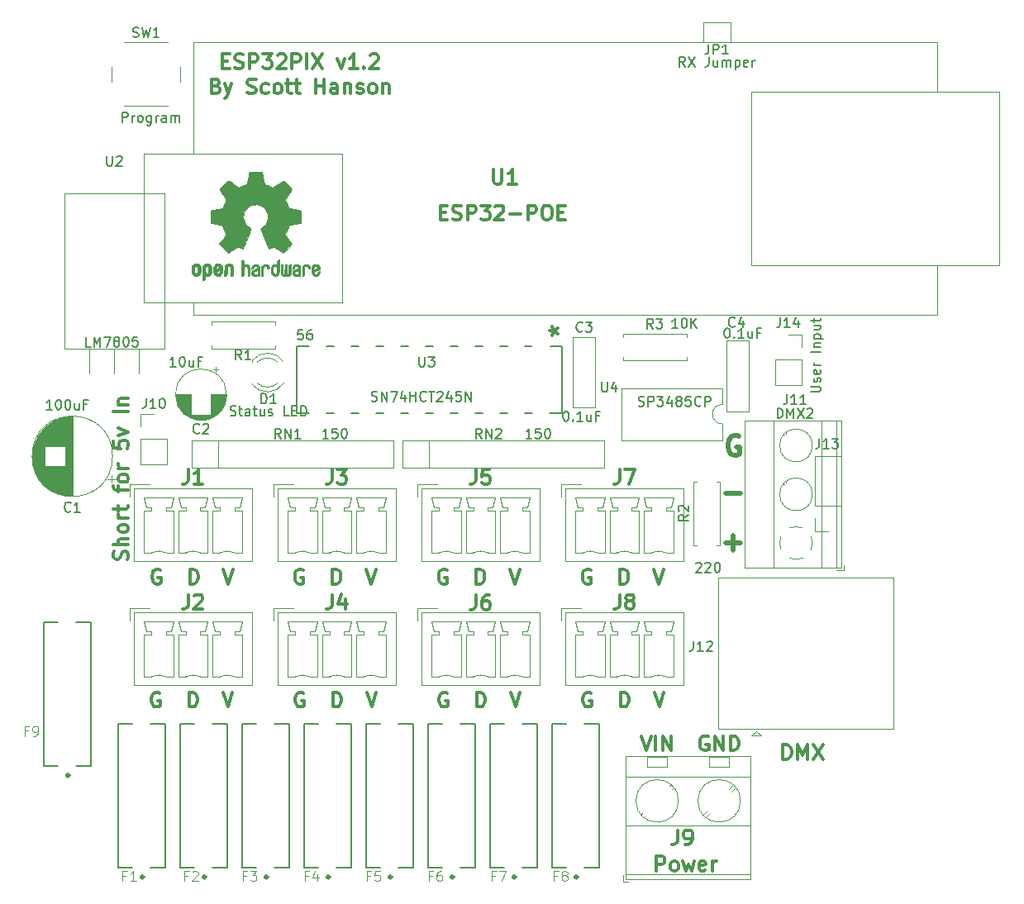
<source format=gbr>
G04 #@! TF.GenerationSoftware,KiCad,Pcbnew,(5.1.0)-1*
G04 #@! TF.CreationDate,2019-07-06T23:43:07-04:00*
G04 #@! TF.ProjectId,ESP32_Controller,45535033-325f-4436-9f6e-74726f6c6c65,v1.2*
G04 #@! TF.SameCoordinates,Original*
G04 #@! TF.FileFunction,Legend,Top*
G04 #@! TF.FilePolarity,Positive*
%FSLAX46Y46*%
G04 Gerber Fmt 4.6, Leading zero omitted, Abs format (unit mm)*
G04 Created by KiCad (PCBNEW (5.1.0)-1) date 2019-07-06 23:43:07*
%MOMM*%
%LPD*%
G04 APERTURE LIST*
%ADD10C,0.300000*%
%ADD11C,0.500000*%
%ADD12C,0.120000*%
%ADD13C,0.010000*%
%ADD14C,0.127000*%
%ADD15C,0.152400*%
%ADD16C,0.150000*%
%ADD17C,0.050000*%
G04 APERTURE END LIST*
D10*
X193996714Y-120693571D02*
X193996714Y-119193571D01*
X194353857Y-119193571D01*
X194568142Y-119265000D01*
X194711000Y-119407857D01*
X194782428Y-119550714D01*
X194853857Y-119836428D01*
X194853857Y-120050714D01*
X194782428Y-120336428D01*
X194711000Y-120479285D01*
X194568142Y-120622142D01*
X194353857Y-120693571D01*
X193996714Y-120693571D01*
X195496714Y-120693571D02*
X195496714Y-119193571D01*
X195996714Y-120265000D01*
X196496714Y-119193571D01*
X196496714Y-120693571D01*
X197068142Y-119193571D02*
X198068142Y-120693571D01*
X198068142Y-119193571D02*
X197068142Y-120693571D01*
D11*
X188087095Y-93487857D02*
X189610904Y-93487857D01*
X188087095Y-98567857D02*
X189610904Y-98567857D01*
X188849000Y-99329761D02*
X188849000Y-97805952D01*
X189499809Y-87646000D02*
X189309333Y-87550761D01*
X189023619Y-87550761D01*
X188737904Y-87646000D01*
X188547428Y-87836476D01*
X188452190Y-88026952D01*
X188356952Y-88407904D01*
X188356952Y-88693619D01*
X188452190Y-89074571D01*
X188547428Y-89265047D01*
X188737904Y-89455523D01*
X189023619Y-89550761D01*
X189214095Y-89550761D01*
X189499809Y-89455523D01*
X189595047Y-89360285D01*
X189595047Y-88693619D01*
X189214095Y-88693619D01*
D10*
X126845142Y-100233714D02*
X126916571Y-100019428D01*
X126916571Y-99662285D01*
X126845142Y-99519428D01*
X126773714Y-99448000D01*
X126630857Y-99376571D01*
X126488000Y-99376571D01*
X126345142Y-99448000D01*
X126273714Y-99519428D01*
X126202285Y-99662285D01*
X126130857Y-99948000D01*
X126059428Y-100090857D01*
X125988000Y-100162285D01*
X125845142Y-100233714D01*
X125702285Y-100233714D01*
X125559428Y-100162285D01*
X125488000Y-100090857D01*
X125416571Y-99948000D01*
X125416571Y-99590857D01*
X125488000Y-99376571D01*
X126916571Y-98733714D02*
X125416571Y-98733714D01*
X126916571Y-98090857D02*
X126130857Y-98090857D01*
X125988000Y-98162285D01*
X125916571Y-98305142D01*
X125916571Y-98519428D01*
X125988000Y-98662285D01*
X126059428Y-98733714D01*
X126916571Y-97162285D02*
X126845142Y-97305142D01*
X126773714Y-97376571D01*
X126630857Y-97448000D01*
X126202285Y-97448000D01*
X126059428Y-97376571D01*
X125988000Y-97305142D01*
X125916571Y-97162285D01*
X125916571Y-96948000D01*
X125988000Y-96805142D01*
X126059428Y-96733714D01*
X126202285Y-96662285D01*
X126630857Y-96662285D01*
X126773714Y-96733714D01*
X126845142Y-96805142D01*
X126916571Y-96948000D01*
X126916571Y-97162285D01*
X126916571Y-96019428D02*
X125916571Y-96019428D01*
X126202285Y-96019428D02*
X126059428Y-95948000D01*
X125988000Y-95876571D01*
X125916571Y-95733714D01*
X125916571Y-95590857D01*
X125916571Y-95305142D02*
X125916571Y-94733714D01*
X125416571Y-95090857D02*
X126702285Y-95090857D01*
X126845142Y-95019428D01*
X126916571Y-94876571D01*
X126916571Y-94733714D01*
X125916571Y-93305142D02*
X125916571Y-92733714D01*
X126916571Y-93090857D02*
X125630857Y-93090857D01*
X125488000Y-93019428D01*
X125416571Y-92876571D01*
X125416571Y-92733714D01*
X126916571Y-92019428D02*
X126845142Y-92162285D01*
X126773714Y-92233714D01*
X126630857Y-92305142D01*
X126202285Y-92305142D01*
X126059428Y-92233714D01*
X125988000Y-92162285D01*
X125916571Y-92019428D01*
X125916571Y-91805142D01*
X125988000Y-91662285D01*
X126059428Y-91590857D01*
X126202285Y-91519428D01*
X126630857Y-91519428D01*
X126773714Y-91590857D01*
X126845142Y-91662285D01*
X126916571Y-91805142D01*
X126916571Y-92019428D01*
X126916571Y-90876571D02*
X125916571Y-90876571D01*
X126202285Y-90876571D02*
X126059428Y-90805142D01*
X125988000Y-90733714D01*
X125916571Y-90590857D01*
X125916571Y-90448000D01*
X125416571Y-88090857D02*
X125416571Y-88805142D01*
X126130857Y-88876571D01*
X126059428Y-88805142D01*
X125988000Y-88662285D01*
X125988000Y-88305142D01*
X126059428Y-88162285D01*
X126130857Y-88090857D01*
X126273714Y-88019428D01*
X126630857Y-88019428D01*
X126773714Y-88090857D01*
X126845142Y-88162285D01*
X126916571Y-88305142D01*
X126916571Y-88662285D01*
X126845142Y-88805142D01*
X126773714Y-88876571D01*
X125916571Y-87519428D02*
X126916571Y-87162285D01*
X125916571Y-86805142D01*
X126916571Y-85090857D02*
X125416571Y-85090857D01*
X125916571Y-84376571D02*
X126916571Y-84376571D01*
X126059428Y-84376571D02*
X125988000Y-84305142D01*
X125916571Y-84162285D01*
X125916571Y-83948000D01*
X125988000Y-83805142D01*
X126130857Y-83733714D01*
X126916571Y-83733714D01*
X162573542Y-102735771D02*
X162573542Y-101235771D01*
X162930685Y-101235771D01*
X163144971Y-101307200D01*
X163287828Y-101450057D01*
X163359257Y-101592914D01*
X163430685Y-101878628D01*
X163430685Y-102092914D01*
X163359257Y-102378628D01*
X163287828Y-102521485D01*
X163144971Y-102664342D01*
X162930685Y-102735771D01*
X162573542Y-102735771D01*
X147841542Y-102735771D02*
X147841542Y-101235771D01*
X148198685Y-101235771D01*
X148412971Y-101307200D01*
X148555828Y-101450057D01*
X148627257Y-101592914D01*
X148698685Y-101878628D01*
X148698685Y-102092914D01*
X148627257Y-102378628D01*
X148555828Y-102521485D01*
X148412971Y-102664342D01*
X148198685Y-102735771D01*
X147841542Y-102735771D01*
X136660000Y-101235771D02*
X137160000Y-102735771D01*
X137660000Y-101235771D01*
X130186857Y-101307200D02*
X130044000Y-101235771D01*
X129829714Y-101235771D01*
X129615428Y-101307200D01*
X129472571Y-101450057D01*
X129401142Y-101592914D01*
X129329714Y-101878628D01*
X129329714Y-102092914D01*
X129401142Y-102378628D01*
X129472571Y-102521485D01*
X129615428Y-102664342D01*
X129829714Y-102735771D01*
X129972571Y-102735771D01*
X130186857Y-102664342D01*
X130258285Y-102592914D01*
X130258285Y-102092914D01*
X129972571Y-102092914D01*
X144817257Y-101307200D02*
X144674400Y-101235771D01*
X144460114Y-101235771D01*
X144245828Y-101307200D01*
X144102971Y-101450057D01*
X144031542Y-101592914D01*
X143960114Y-101878628D01*
X143960114Y-102092914D01*
X144031542Y-102378628D01*
X144102971Y-102521485D01*
X144245828Y-102664342D01*
X144460114Y-102735771D01*
X144602971Y-102735771D01*
X144817257Y-102664342D01*
X144888685Y-102592914D01*
X144888685Y-102092914D01*
X144602971Y-102092914D01*
X159549257Y-101307200D02*
X159406400Y-101235771D01*
X159192114Y-101235771D01*
X158977828Y-101307200D01*
X158834971Y-101450057D01*
X158763542Y-101592914D01*
X158692114Y-101878628D01*
X158692114Y-102092914D01*
X158763542Y-102378628D01*
X158834971Y-102521485D01*
X158977828Y-102664342D01*
X159192114Y-102735771D01*
X159334971Y-102735771D01*
X159549257Y-102664342D01*
X159620685Y-102592914D01*
X159620685Y-102092914D01*
X159334971Y-102092914D01*
X177305542Y-102735771D02*
X177305542Y-101235771D01*
X177662685Y-101235771D01*
X177876971Y-101307200D01*
X178019828Y-101450057D01*
X178091257Y-101592914D01*
X178162685Y-101878628D01*
X178162685Y-102092914D01*
X178091257Y-102378628D01*
X178019828Y-102521485D01*
X177876971Y-102664342D01*
X177662685Y-102735771D01*
X177305542Y-102735771D01*
X166022400Y-101235771D02*
X166522400Y-102735771D01*
X167022400Y-101235771D01*
X180754400Y-101235771D02*
X181254400Y-102735771D01*
X181754400Y-101235771D01*
X133211142Y-102735771D02*
X133211142Y-101235771D01*
X133568285Y-101235771D01*
X133782571Y-101307200D01*
X133925428Y-101450057D01*
X133996857Y-101592914D01*
X134068285Y-101878628D01*
X134068285Y-102092914D01*
X133996857Y-102378628D01*
X133925428Y-102521485D01*
X133782571Y-102664342D01*
X133568285Y-102735771D01*
X133211142Y-102735771D01*
X174281257Y-101307200D02*
X174138400Y-101235771D01*
X173924114Y-101235771D01*
X173709828Y-101307200D01*
X173566971Y-101450057D01*
X173495542Y-101592914D01*
X173424114Y-101878628D01*
X173424114Y-102092914D01*
X173495542Y-102378628D01*
X173566971Y-102521485D01*
X173709828Y-102664342D01*
X173924114Y-102735771D01*
X174066971Y-102735771D01*
X174281257Y-102664342D01*
X174352685Y-102592914D01*
X174352685Y-102092914D01*
X174066971Y-102092914D01*
X151290400Y-101235771D02*
X151790400Y-102735771D01*
X152290400Y-101235771D01*
X136561714Y-49163857D02*
X137061714Y-49163857D01*
X137276000Y-49949571D02*
X136561714Y-49949571D01*
X136561714Y-48449571D01*
X137276000Y-48449571D01*
X137847428Y-49878142D02*
X138061714Y-49949571D01*
X138418857Y-49949571D01*
X138561714Y-49878142D01*
X138633142Y-49806714D01*
X138704571Y-49663857D01*
X138704571Y-49521000D01*
X138633142Y-49378142D01*
X138561714Y-49306714D01*
X138418857Y-49235285D01*
X138133142Y-49163857D01*
X137990285Y-49092428D01*
X137918857Y-49021000D01*
X137847428Y-48878142D01*
X137847428Y-48735285D01*
X137918857Y-48592428D01*
X137990285Y-48521000D01*
X138133142Y-48449571D01*
X138490285Y-48449571D01*
X138704571Y-48521000D01*
X139347428Y-49949571D02*
X139347428Y-48449571D01*
X139918857Y-48449571D01*
X140061714Y-48521000D01*
X140133142Y-48592428D01*
X140204571Y-48735285D01*
X140204571Y-48949571D01*
X140133142Y-49092428D01*
X140061714Y-49163857D01*
X139918857Y-49235285D01*
X139347428Y-49235285D01*
X140704571Y-48449571D02*
X141633142Y-48449571D01*
X141133142Y-49021000D01*
X141347428Y-49021000D01*
X141490285Y-49092428D01*
X141561714Y-49163857D01*
X141633142Y-49306714D01*
X141633142Y-49663857D01*
X141561714Y-49806714D01*
X141490285Y-49878142D01*
X141347428Y-49949571D01*
X140918857Y-49949571D01*
X140776000Y-49878142D01*
X140704571Y-49806714D01*
X142204571Y-48592428D02*
X142276000Y-48521000D01*
X142418857Y-48449571D01*
X142776000Y-48449571D01*
X142918857Y-48521000D01*
X142990285Y-48592428D01*
X143061714Y-48735285D01*
X143061714Y-48878142D01*
X142990285Y-49092428D01*
X142133142Y-49949571D01*
X143061714Y-49949571D01*
X143704571Y-49949571D02*
X143704571Y-48449571D01*
X144276000Y-48449571D01*
X144418857Y-48521000D01*
X144490285Y-48592428D01*
X144561714Y-48735285D01*
X144561714Y-48949571D01*
X144490285Y-49092428D01*
X144418857Y-49163857D01*
X144276000Y-49235285D01*
X143704571Y-49235285D01*
X145204571Y-49949571D02*
X145204571Y-48449571D01*
X145776000Y-48449571D02*
X146776000Y-49949571D01*
X146776000Y-48449571D02*
X145776000Y-49949571D01*
X148347428Y-48949571D02*
X148704571Y-49949571D01*
X149061714Y-48949571D01*
X150418857Y-49949571D02*
X149561714Y-49949571D01*
X149990285Y-49949571D02*
X149990285Y-48449571D01*
X149847428Y-48663857D01*
X149704571Y-48806714D01*
X149561714Y-48878142D01*
X151061714Y-49806714D02*
X151133142Y-49878142D01*
X151061714Y-49949571D01*
X150990285Y-49878142D01*
X151061714Y-49806714D01*
X151061714Y-49949571D01*
X151704571Y-48592428D02*
X151776000Y-48521000D01*
X151918857Y-48449571D01*
X152276000Y-48449571D01*
X152418857Y-48521000D01*
X152490285Y-48592428D01*
X152561714Y-48735285D01*
X152561714Y-48878142D01*
X152490285Y-49092428D01*
X151633142Y-49949571D01*
X152561714Y-49949571D01*
X135918857Y-51713857D02*
X136133142Y-51785285D01*
X136204571Y-51856714D01*
X136276000Y-51999571D01*
X136276000Y-52213857D01*
X136204571Y-52356714D01*
X136133142Y-52428142D01*
X135990285Y-52499571D01*
X135418857Y-52499571D01*
X135418857Y-50999571D01*
X135918857Y-50999571D01*
X136061714Y-51071000D01*
X136133142Y-51142428D01*
X136204571Y-51285285D01*
X136204571Y-51428142D01*
X136133142Y-51571000D01*
X136061714Y-51642428D01*
X135918857Y-51713857D01*
X135418857Y-51713857D01*
X136776000Y-51499571D02*
X137133142Y-52499571D01*
X137490285Y-51499571D02*
X137133142Y-52499571D01*
X136990285Y-52856714D01*
X136918857Y-52928142D01*
X136776000Y-52999571D01*
X139133142Y-52428142D02*
X139347428Y-52499571D01*
X139704571Y-52499571D01*
X139847428Y-52428142D01*
X139918857Y-52356714D01*
X139990285Y-52213857D01*
X139990285Y-52071000D01*
X139918857Y-51928142D01*
X139847428Y-51856714D01*
X139704571Y-51785285D01*
X139418857Y-51713857D01*
X139276000Y-51642428D01*
X139204571Y-51571000D01*
X139133142Y-51428142D01*
X139133142Y-51285285D01*
X139204571Y-51142428D01*
X139276000Y-51071000D01*
X139418857Y-50999571D01*
X139776000Y-50999571D01*
X139990285Y-51071000D01*
X141276000Y-52428142D02*
X141133142Y-52499571D01*
X140847428Y-52499571D01*
X140704571Y-52428142D01*
X140633142Y-52356714D01*
X140561714Y-52213857D01*
X140561714Y-51785285D01*
X140633142Y-51642428D01*
X140704571Y-51571000D01*
X140847428Y-51499571D01*
X141133142Y-51499571D01*
X141276000Y-51571000D01*
X142133142Y-52499571D02*
X141990285Y-52428142D01*
X141918857Y-52356714D01*
X141847428Y-52213857D01*
X141847428Y-51785285D01*
X141918857Y-51642428D01*
X141990285Y-51571000D01*
X142133142Y-51499571D01*
X142347428Y-51499571D01*
X142490285Y-51571000D01*
X142561714Y-51642428D01*
X142633142Y-51785285D01*
X142633142Y-52213857D01*
X142561714Y-52356714D01*
X142490285Y-52428142D01*
X142347428Y-52499571D01*
X142133142Y-52499571D01*
X143061714Y-51499571D02*
X143633142Y-51499571D01*
X143276000Y-50999571D02*
X143276000Y-52285285D01*
X143347428Y-52428142D01*
X143490285Y-52499571D01*
X143633142Y-52499571D01*
X143918857Y-51499571D02*
X144490285Y-51499571D01*
X144133142Y-50999571D02*
X144133142Y-52285285D01*
X144204571Y-52428142D01*
X144347428Y-52499571D01*
X144490285Y-52499571D01*
X146133142Y-52499571D02*
X146133142Y-50999571D01*
X146133142Y-51713857D02*
X146990285Y-51713857D01*
X146990285Y-52499571D02*
X146990285Y-50999571D01*
X148347428Y-52499571D02*
X148347428Y-51713857D01*
X148276000Y-51571000D01*
X148133142Y-51499571D01*
X147847428Y-51499571D01*
X147704571Y-51571000D01*
X148347428Y-52428142D02*
X148204571Y-52499571D01*
X147847428Y-52499571D01*
X147704571Y-52428142D01*
X147633142Y-52285285D01*
X147633142Y-52142428D01*
X147704571Y-51999571D01*
X147847428Y-51928142D01*
X148204571Y-51928142D01*
X148347428Y-51856714D01*
X149061714Y-51499571D02*
X149061714Y-52499571D01*
X149061714Y-51642428D02*
X149133142Y-51571000D01*
X149276000Y-51499571D01*
X149490285Y-51499571D01*
X149633142Y-51571000D01*
X149704571Y-51713857D01*
X149704571Y-52499571D01*
X150347428Y-52428142D02*
X150490285Y-52499571D01*
X150776000Y-52499571D01*
X150918857Y-52428142D01*
X150990285Y-52285285D01*
X150990285Y-52213857D01*
X150918857Y-52071000D01*
X150776000Y-51999571D01*
X150561714Y-51999571D01*
X150418857Y-51928142D01*
X150347428Y-51785285D01*
X150347428Y-51713857D01*
X150418857Y-51571000D01*
X150561714Y-51499571D01*
X150776000Y-51499571D01*
X150918857Y-51571000D01*
X151847428Y-52499571D02*
X151704571Y-52428142D01*
X151633142Y-52356714D01*
X151561714Y-52213857D01*
X151561714Y-51785285D01*
X151633142Y-51642428D01*
X151704571Y-51571000D01*
X151847428Y-51499571D01*
X152061714Y-51499571D01*
X152204571Y-51571000D01*
X152276000Y-51642428D01*
X152347428Y-51785285D01*
X152347428Y-52213857D01*
X152276000Y-52356714D01*
X152204571Y-52428142D01*
X152061714Y-52499571D01*
X151847428Y-52499571D01*
X152990285Y-51499571D02*
X152990285Y-52499571D01*
X152990285Y-51642428D02*
X153061714Y-51571000D01*
X153204571Y-51499571D01*
X153418857Y-51499571D01*
X153561714Y-51571000D01*
X153633142Y-51713857D01*
X153633142Y-52499571D01*
X180805200Y-113834171D02*
X181305200Y-115334171D01*
X181805200Y-113834171D01*
X174332057Y-113905600D02*
X174189200Y-113834171D01*
X173974914Y-113834171D01*
X173760628Y-113905600D01*
X173617771Y-114048457D01*
X173546342Y-114191314D01*
X173474914Y-114477028D01*
X173474914Y-114691314D01*
X173546342Y-114977028D01*
X173617771Y-115119885D01*
X173760628Y-115262742D01*
X173974914Y-115334171D01*
X174117771Y-115334171D01*
X174332057Y-115262742D01*
X174403485Y-115191314D01*
X174403485Y-114691314D01*
X174117771Y-114691314D01*
X177356342Y-115334171D02*
X177356342Y-113834171D01*
X177713485Y-113834171D01*
X177927771Y-113905600D01*
X178070628Y-114048457D01*
X178142057Y-114191314D01*
X178213485Y-114477028D01*
X178213485Y-114691314D01*
X178142057Y-114977028D01*
X178070628Y-115119885D01*
X177927771Y-115262742D01*
X177713485Y-115334171D01*
X177356342Y-115334171D01*
X166073200Y-113834171D02*
X166573200Y-115334171D01*
X167073200Y-113834171D01*
X159600057Y-113905600D02*
X159457200Y-113834171D01*
X159242914Y-113834171D01*
X159028628Y-113905600D01*
X158885771Y-114048457D01*
X158814342Y-114191314D01*
X158742914Y-114477028D01*
X158742914Y-114691314D01*
X158814342Y-114977028D01*
X158885771Y-115119885D01*
X159028628Y-115262742D01*
X159242914Y-115334171D01*
X159385771Y-115334171D01*
X159600057Y-115262742D01*
X159671485Y-115191314D01*
X159671485Y-114691314D01*
X159385771Y-114691314D01*
X162624342Y-115334171D02*
X162624342Y-113834171D01*
X162981485Y-113834171D01*
X163195771Y-113905600D01*
X163338628Y-114048457D01*
X163410057Y-114191314D01*
X163481485Y-114477028D01*
X163481485Y-114691314D01*
X163410057Y-114977028D01*
X163338628Y-115119885D01*
X163195771Y-115262742D01*
X162981485Y-115334171D01*
X162624342Y-115334171D01*
X144868057Y-113905600D02*
X144725200Y-113834171D01*
X144510914Y-113834171D01*
X144296628Y-113905600D01*
X144153771Y-114048457D01*
X144082342Y-114191314D01*
X144010914Y-114477028D01*
X144010914Y-114691314D01*
X144082342Y-114977028D01*
X144153771Y-115119885D01*
X144296628Y-115262742D01*
X144510914Y-115334171D01*
X144653771Y-115334171D01*
X144868057Y-115262742D01*
X144939485Y-115191314D01*
X144939485Y-114691314D01*
X144653771Y-114691314D01*
X151341200Y-113834171D02*
X151841200Y-115334171D01*
X152341200Y-113834171D01*
X147892342Y-115334171D02*
X147892342Y-113834171D01*
X148249485Y-113834171D01*
X148463771Y-113905600D01*
X148606628Y-114048457D01*
X148678057Y-114191314D01*
X148749485Y-114477028D01*
X148749485Y-114691314D01*
X148678057Y-114977028D01*
X148606628Y-115119885D01*
X148463771Y-115262742D01*
X148249485Y-115334171D01*
X147892342Y-115334171D01*
X136609200Y-113834171D02*
X137109200Y-115334171D01*
X137609200Y-113834171D01*
X133160342Y-115334171D02*
X133160342Y-113834171D01*
X133517485Y-113834171D01*
X133731771Y-113905600D01*
X133874628Y-114048457D01*
X133946057Y-114191314D01*
X134017485Y-114477028D01*
X134017485Y-114691314D01*
X133946057Y-114977028D01*
X133874628Y-115119885D01*
X133731771Y-115262742D01*
X133517485Y-115334171D01*
X133160342Y-115334171D01*
X130136057Y-113905600D02*
X129993200Y-113834171D01*
X129778914Y-113834171D01*
X129564628Y-113905600D01*
X129421771Y-114048457D01*
X129350342Y-114191314D01*
X129278914Y-114477028D01*
X129278914Y-114691314D01*
X129350342Y-114977028D01*
X129421771Y-115119885D01*
X129564628Y-115262742D01*
X129778914Y-115334171D01*
X129921771Y-115334171D01*
X130136057Y-115262742D01*
X130207485Y-115191314D01*
X130207485Y-114691314D01*
X129921771Y-114691314D01*
X186309142Y-118376000D02*
X186166285Y-118304571D01*
X185952000Y-118304571D01*
X185737714Y-118376000D01*
X185594857Y-118518857D01*
X185523428Y-118661714D01*
X185452000Y-118947428D01*
X185452000Y-119161714D01*
X185523428Y-119447428D01*
X185594857Y-119590285D01*
X185737714Y-119733142D01*
X185952000Y-119804571D01*
X186094857Y-119804571D01*
X186309142Y-119733142D01*
X186380571Y-119661714D01*
X186380571Y-119161714D01*
X186094857Y-119161714D01*
X187023428Y-119804571D02*
X187023428Y-118304571D01*
X187880571Y-119804571D01*
X187880571Y-118304571D01*
X188594857Y-119804571D02*
X188594857Y-118304571D01*
X188952000Y-118304571D01*
X189166285Y-118376000D01*
X189309142Y-118518857D01*
X189380571Y-118661714D01*
X189452000Y-118947428D01*
X189452000Y-119161714D01*
X189380571Y-119447428D01*
X189309142Y-119590285D01*
X189166285Y-119733142D01*
X188952000Y-119804571D01*
X188594857Y-119804571D01*
X179459142Y-118304571D02*
X179959142Y-119804571D01*
X180459142Y-118304571D01*
X180959142Y-119804571D02*
X180959142Y-118304571D01*
X181673428Y-119804571D02*
X181673428Y-118304571D01*
X182530571Y-119804571D01*
X182530571Y-118304571D01*
D12*
X188608400Y-47189900D02*
X185808400Y-47189900D01*
X185808400Y-47189900D02*
X185808400Y-45189900D01*
X185808400Y-45189900D02*
X188608400Y-45189900D01*
X188608400Y-45189900D02*
X188608400Y-47189900D01*
D13*
G36*
X140175714Y-60505698D02*
G01*
X140333706Y-60506563D01*
X140448047Y-60508905D01*
X140526107Y-60513462D01*
X140575254Y-60520970D01*
X140602859Y-60532166D01*
X140616292Y-60547788D01*
X140622921Y-60568573D01*
X140623565Y-60571263D01*
X140633635Y-60619813D01*
X140652275Y-60715605D01*
X140677545Y-60848443D01*
X140707507Y-61008131D01*
X140740222Y-61184474D01*
X140741364Y-61190667D01*
X140774133Y-61363482D01*
X140804793Y-61516169D01*
X140831364Y-61639571D01*
X140851867Y-61724531D01*
X140864326Y-61761890D01*
X140864920Y-61762552D01*
X140901619Y-61780795D01*
X140977286Y-61811197D01*
X141075578Y-61847193D01*
X141076125Y-61847385D01*
X141199933Y-61893922D01*
X141345896Y-61953204D01*
X141483481Y-62012809D01*
X141489993Y-62015756D01*
X141714090Y-62117465D01*
X142210319Y-61778597D01*
X142362546Y-61675292D01*
X142500441Y-61582937D01*
X142616015Y-61506784D01*
X142701279Y-61452085D01*
X142748244Y-61424093D01*
X142752704Y-61422017D01*
X142786834Y-61431260D01*
X142850581Y-61475856D01*
X142946431Y-61557909D01*
X143076869Y-61679521D01*
X143210028Y-61808905D01*
X143338394Y-61936402D01*
X143453281Y-62052746D01*
X143547773Y-62150752D01*
X143614953Y-62223236D01*
X143647906Y-62263013D01*
X143649132Y-62265061D01*
X143652774Y-62292356D01*
X143639050Y-62336934D01*
X143604569Y-62404812D01*
X143545939Y-62502011D01*
X143459770Y-62634551D01*
X143344900Y-62805176D01*
X143242954Y-62955355D01*
X143151823Y-63090050D01*
X143076773Y-63201440D01*
X143023069Y-63281705D01*
X142995980Y-63323025D01*
X142994274Y-63325830D01*
X142997582Y-63365421D01*
X143022653Y-63442369D01*
X143064498Y-63542132D01*
X143079412Y-63573991D01*
X143144486Y-63715926D01*
X143213912Y-63876973D01*
X143270309Y-64016321D01*
X143310947Y-64119744D01*
X143343226Y-64198342D01*
X143361878Y-64239420D01*
X143364197Y-64242585D01*
X143398503Y-64247828D01*
X143479369Y-64262194D01*
X143596043Y-64283637D01*
X143737775Y-64310113D01*
X143893810Y-64339577D01*
X144053398Y-64369983D01*
X144205785Y-64399288D01*
X144340221Y-64425445D01*
X144445952Y-64446410D01*
X144512226Y-64460139D01*
X144528482Y-64464020D01*
X144545273Y-64473600D01*
X144557949Y-64495236D01*
X144567078Y-64536231D01*
X144573231Y-64603889D01*
X144576980Y-64705512D01*
X144578892Y-64848403D01*
X144579540Y-65039865D01*
X144579574Y-65118345D01*
X144579574Y-65756606D01*
X144426298Y-65786860D01*
X144341022Y-65803264D01*
X144213770Y-65827209D01*
X144060015Y-65855807D01*
X143895234Y-65886167D01*
X143849689Y-65894506D01*
X143697632Y-65924070D01*
X143565168Y-65953142D01*
X143463414Y-65979029D01*
X143403488Y-65999037D01*
X143393505Y-66005001D01*
X143368993Y-66047234D01*
X143333848Y-66129070D01*
X143294873Y-66234383D01*
X143287142Y-66257068D01*
X143236060Y-66397718D01*
X143172654Y-66556414D01*
X143110604Y-66698925D01*
X143110298Y-66699586D01*
X143006967Y-66923140D01*
X143686661Y-67922932D01*
X143250321Y-68360000D01*
X143118349Y-68490081D01*
X142997979Y-68604748D01*
X142895973Y-68697881D01*
X142819091Y-68763358D01*
X142774093Y-68795057D01*
X142767638Y-68797068D01*
X142729740Y-68781229D01*
X142652408Y-68737196D01*
X142544089Y-68670190D01*
X142413232Y-68585434D01*
X142271752Y-68490516D01*
X142128161Y-68393698D01*
X142000135Y-68309451D01*
X141895805Y-68242958D01*
X141823300Y-68199402D01*
X141790858Y-68183964D01*
X141751276Y-68197028D01*
X141676219Y-68231450D01*
X141581168Y-68280080D01*
X141571092Y-68285485D01*
X141443091Y-68349680D01*
X141355318Y-68381163D01*
X141300728Y-68381498D01*
X141272275Y-68352248D01*
X141272110Y-68351838D01*
X141257888Y-68317198D01*
X141223969Y-68234969D01*
X141172984Y-68111514D01*
X141107562Y-67953198D01*
X141030334Y-67766386D01*
X140943929Y-67557442D01*
X140860251Y-67355146D01*
X140768288Y-67131900D01*
X140683850Y-66925092D01*
X140609469Y-66741062D01*
X140547674Y-66586151D01*
X140500997Y-66466696D01*
X140471968Y-66389039D01*
X140463022Y-66360056D01*
X140485456Y-66326810D01*
X140544139Y-66273823D01*
X140622389Y-66215404D01*
X140845234Y-66030652D01*
X141019418Y-65818882D01*
X141142854Y-65584556D01*
X141213454Y-65332134D01*
X141229131Y-65066077D01*
X141217736Y-64943275D01*
X141155650Y-64688493D01*
X141048723Y-64463501D01*
X140903589Y-64270517D01*
X140726878Y-64111761D01*
X140525222Y-63989450D01*
X140305254Y-63905805D01*
X140073606Y-63863044D01*
X139836909Y-63863387D01*
X139601795Y-63909052D01*
X139374896Y-64002259D01*
X139162844Y-64145227D01*
X139074336Y-64226083D01*
X138904589Y-64433707D01*
X138786399Y-64660595D01*
X138718978Y-64900133D01*
X138701540Y-65145707D01*
X138733298Y-65390703D01*
X138813465Y-65628508D01*
X138941255Y-65852507D01*
X139115880Y-66056087D01*
X139311012Y-66215404D01*
X139392291Y-66276302D01*
X139449709Y-66328715D01*
X139470378Y-66360106D01*
X139459556Y-66394339D01*
X139428777Y-66476119D01*
X139380574Y-66599107D01*
X139317478Y-66756963D01*
X139242022Y-66943349D01*
X139156738Y-67151926D01*
X139072919Y-67355196D01*
X138980445Y-67578633D01*
X138894789Y-67785684D01*
X138818582Y-67969986D01*
X138754453Y-68125175D01*
X138705032Y-68244888D01*
X138672948Y-68322761D01*
X138661059Y-68351838D01*
X138632974Y-68381377D01*
X138578649Y-68381291D01*
X138491095Y-68350026D01*
X138363319Y-68286029D01*
X138362308Y-68285485D01*
X138266102Y-68235821D01*
X138188331Y-68199645D01*
X138144477Y-68184108D01*
X138142542Y-68183964D01*
X138109529Y-68199724D01*
X138036646Y-68243550D01*
X137932022Y-68310257D01*
X137803790Y-68394664D01*
X137661648Y-68490516D01*
X137516933Y-68587567D01*
X137386504Y-68671970D01*
X137278810Y-68738501D01*
X137202298Y-68781938D01*
X137165762Y-68797068D01*
X137132118Y-68777182D01*
X137064476Y-68721603D01*
X136969593Y-68636454D01*
X136854230Y-68527853D01*
X136725145Y-68401921D01*
X136682929Y-68359849D01*
X136246439Y-67922631D01*
X136578677Y-67435040D01*
X136679646Y-67285305D01*
X136768262Y-67150920D01*
X136839554Y-67039669D01*
X136888550Y-66959339D01*
X136910278Y-66917714D01*
X136910915Y-66914753D01*
X136899460Y-66875518D01*
X136868649Y-66796595D01*
X136823816Y-66691209D01*
X136792347Y-66620654D01*
X136733508Y-66485576D01*
X136678096Y-66349109D01*
X136635136Y-66233803D01*
X136623466Y-66198677D01*
X136590311Y-66104874D01*
X136557901Y-66032394D01*
X136540099Y-66005001D01*
X136500814Y-65988236D01*
X136415074Y-65964470D01*
X136294003Y-65936397D01*
X136148727Y-65906709D01*
X136083712Y-65894506D01*
X135918613Y-65864168D01*
X135760252Y-65834793D01*
X135624104Y-65809269D01*
X135525643Y-65790485D01*
X135507102Y-65786860D01*
X135353827Y-65756606D01*
X135353827Y-65118345D01*
X135354171Y-64908470D01*
X135355584Y-64749680D01*
X135358636Y-64634673D01*
X135363897Y-64556146D01*
X135371937Y-64506796D01*
X135383327Y-64479319D01*
X135398637Y-64466413D01*
X135404918Y-64464020D01*
X135442804Y-64455533D01*
X135526505Y-64438600D01*
X135645267Y-64415266D01*
X135788339Y-64387575D01*
X135944968Y-64357573D01*
X136104403Y-64327304D01*
X136255891Y-64298815D01*
X136388681Y-64274149D01*
X136492019Y-64255351D01*
X136555155Y-64244467D01*
X136569203Y-64242585D01*
X136581930Y-64217404D01*
X136610100Y-64150322D01*
X136648448Y-64054033D01*
X136663091Y-64016321D01*
X136722152Y-63870621D01*
X136791700Y-63709651D01*
X136853988Y-63573991D01*
X136899821Y-63470261D01*
X136930313Y-63385026D01*
X136940492Y-63332826D01*
X136938869Y-63325830D01*
X136917357Y-63292802D01*
X136868235Y-63219343D01*
X136796777Y-63113277D01*
X136708255Y-62982426D01*
X136607941Y-62834612D01*
X136588106Y-62805434D01*
X136471712Y-62632563D01*
X136386152Y-62500926D01*
X136328016Y-62404461D01*
X136293892Y-62337108D01*
X136280369Y-62292806D01*
X136284036Y-62265494D01*
X136284130Y-62265320D01*
X136312993Y-62229446D01*
X136376833Y-62160091D01*
X136468731Y-62064445D01*
X136581767Y-61949699D01*
X136709021Y-61823041D01*
X136723372Y-61808905D01*
X136883743Y-61653603D01*
X137007505Y-61539570D01*
X137097145Y-61464702D01*
X137155148Y-61426896D01*
X137180696Y-61422017D01*
X137217982Y-61443303D01*
X137295357Y-61492473D01*
X137404833Y-61564275D01*
X137538420Y-61653455D01*
X137688130Y-61754763D01*
X137723082Y-61778597D01*
X138219310Y-62117465D01*
X138443407Y-62015756D01*
X138579689Y-61956483D01*
X138725976Y-61896870D01*
X138851735Y-61849340D01*
X138857275Y-61847385D01*
X138955643Y-61811377D01*
X139031471Y-61780929D01*
X139068418Y-61762605D01*
X139068480Y-61762552D01*
X139080204Y-61729429D01*
X139100132Y-61647967D01*
X139126287Y-61527325D01*
X139156690Y-61376659D01*
X139189363Y-61205128D01*
X139192036Y-61190667D01*
X139224810Y-61013935D01*
X139254898Y-60853510D01*
X139280361Y-60719588D01*
X139299259Y-60622363D01*
X139309653Y-60572032D01*
X139309835Y-60571263D01*
X139316161Y-60549853D01*
X139328461Y-60533688D01*
X139354106Y-60522031D01*
X139400465Y-60514145D01*
X139474908Y-60509293D01*
X139584805Y-60506739D01*
X139737525Y-60505745D01*
X139940438Y-60505574D01*
X139966700Y-60505574D01*
X140175714Y-60505698D01*
X140175714Y-60505698D01*
G37*
X140175714Y-60505698D02*
X140333706Y-60506563D01*
X140448047Y-60508905D01*
X140526107Y-60513462D01*
X140575254Y-60520970D01*
X140602859Y-60532166D01*
X140616292Y-60547788D01*
X140622921Y-60568573D01*
X140623565Y-60571263D01*
X140633635Y-60619813D01*
X140652275Y-60715605D01*
X140677545Y-60848443D01*
X140707507Y-61008131D01*
X140740222Y-61184474D01*
X140741364Y-61190667D01*
X140774133Y-61363482D01*
X140804793Y-61516169D01*
X140831364Y-61639571D01*
X140851867Y-61724531D01*
X140864326Y-61761890D01*
X140864920Y-61762552D01*
X140901619Y-61780795D01*
X140977286Y-61811197D01*
X141075578Y-61847193D01*
X141076125Y-61847385D01*
X141199933Y-61893922D01*
X141345896Y-61953204D01*
X141483481Y-62012809D01*
X141489993Y-62015756D01*
X141714090Y-62117465D01*
X142210319Y-61778597D01*
X142362546Y-61675292D01*
X142500441Y-61582937D01*
X142616015Y-61506784D01*
X142701279Y-61452085D01*
X142748244Y-61424093D01*
X142752704Y-61422017D01*
X142786834Y-61431260D01*
X142850581Y-61475856D01*
X142946431Y-61557909D01*
X143076869Y-61679521D01*
X143210028Y-61808905D01*
X143338394Y-61936402D01*
X143453281Y-62052746D01*
X143547773Y-62150752D01*
X143614953Y-62223236D01*
X143647906Y-62263013D01*
X143649132Y-62265061D01*
X143652774Y-62292356D01*
X143639050Y-62336934D01*
X143604569Y-62404812D01*
X143545939Y-62502011D01*
X143459770Y-62634551D01*
X143344900Y-62805176D01*
X143242954Y-62955355D01*
X143151823Y-63090050D01*
X143076773Y-63201440D01*
X143023069Y-63281705D01*
X142995980Y-63323025D01*
X142994274Y-63325830D01*
X142997582Y-63365421D01*
X143022653Y-63442369D01*
X143064498Y-63542132D01*
X143079412Y-63573991D01*
X143144486Y-63715926D01*
X143213912Y-63876973D01*
X143270309Y-64016321D01*
X143310947Y-64119744D01*
X143343226Y-64198342D01*
X143361878Y-64239420D01*
X143364197Y-64242585D01*
X143398503Y-64247828D01*
X143479369Y-64262194D01*
X143596043Y-64283637D01*
X143737775Y-64310113D01*
X143893810Y-64339577D01*
X144053398Y-64369983D01*
X144205785Y-64399288D01*
X144340221Y-64425445D01*
X144445952Y-64446410D01*
X144512226Y-64460139D01*
X144528482Y-64464020D01*
X144545273Y-64473600D01*
X144557949Y-64495236D01*
X144567078Y-64536231D01*
X144573231Y-64603889D01*
X144576980Y-64705512D01*
X144578892Y-64848403D01*
X144579540Y-65039865D01*
X144579574Y-65118345D01*
X144579574Y-65756606D01*
X144426298Y-65786860D01*
X144341022Y-65803264D01*
X144213770Y-65827209D01*
X144060015Y-65855807D01*
X143895234Y-65886167D01*
X143849689Y-65894506D01*
X143697632Y-65924070D01*
X143565168Y-65953142D01*
X143463414Y-65979029D01*
X143403488Y-65999037D01*
X143393505Y-66005001D01*
X143368993Y-66047234D01*
X143333848Y-66129070D01*
X143294873Y-66234383D01*
X143287142Y-66257068D01*
X143236060Y-66397718D01*
X143172654Y-66556414D01*
X143110604Y-66698925D01*
X143110298Y-66699586D01*
X143006967Y-66923140D01*
X143686661Y-67922932D01*
X143250321Y-68360000D01*
X143118349Y-68490081D01*
X142997979Y-68604748D01*
X142895973Y-68697881D01*
X142819091Y-68763358D01*
X142774093Y-68795057D01*
X142767638Y-68797068D01*
X142729740Y-68781229D01*
X142652408Y-68737196D01*
X142544089Y-68670190D01*
X142413232Y-68585434D01*
X142271752Y-68490516D01*
X142128161Y-68393698D01*
X142000135Y-68309451D01*
X141895805Y-68242958D01*
X141823300Y-68199402D01*
X141790858Y-68183964D01*
X141751276Y-68197028D01*
X141676219Y-68231450D01*
X141581168Y-68280080D01*
X141571092Y-68285485D01*
X141443091Y-68349680D01*
X141355318Y-68381163D01*
X141300728Y-68381498D01*
X141272275Y-68352248D01*
X141272110Y-68351838D01*
X141257888Y-68317198D01*
X141223969Y-68234969D01*
X141172984Y-68111514D01*
X141107562Y-67953198D01*
X141030334Y-67766386D01*
X140943929Y-67557442D01*
X140860251Y-67355146D01*
X140768288Y-67131900D01*
X140683850Y-66925092D01*
X140609469Y-66741062D01*
X140547674Y-66586151D01*
X140500997Y-66466696D01*
X140471968Y-66389039D01*
X140463022Y-66360056D01*
X140485456Y-66326810D01*
X140544139Y-66273823D01*
X140622389Y-66215404D01*
X140845234Y-66030652D01*
X141019418Y-65818882D01*
X141142854Y-65584556D01*
X141213454Y-65332134D01*
X141229131Y-65066077D01*
X141217736Y-64943275D01*
X141155650Y-64688493D01*
X141048723Y-64463501D01*
X140903589Y-64270517D01*
X140726878Y-64111761D01*
X140525222Y-63989450D01*
X140305254Y-63905805D01*
X140073606Y-63863044D01*
X139836909Y-63863387D01*
X139601795Y-63909052D01*
X139374896Y-64002259D01*
X139162844Y-64145227D01*
X139074336Y-64226083D01*
X138904589Y-64433707D01*
X138786399Y-64660595D01*
X138718978Y-64900133D01*
X138701540Y-65145707D01*
X138733298Y-65390703D01*
X138813465Y-65628508D01*
X138941255Y-65852507D01*
X139115880Y-66056087D01*
X139311012Y-66215404D01*
X139392291Y-66276302D01*
X139449709Y-66328715D01*
X139470378Y-66360106D01*
X139459556Y-66394339D01*
X139428777Y-66476119D01*
X139380574Y-66599107D01*
X139317478Y-66756963D01*
X139242022Y-66943349D01*
X139156738Y-67151926D01*
X139072919Y-67355196D01*
X138980445Y-67578633D01*
X138894789Y-67785684D01*
X138818582Y-67969986D01*
X138754453Y-68125175D01*
X138705032Y-68244888D01*
X138672948Y-68322761D01*
X138661059Y-68351838D01*
X138632974Y-68381377D01*
X138578649Y-68381291D01*
X138491095Y-68350026D01*
X138363319Y-68286029D01*
X138362308Y-68285485D01*
X138266102Y-68235821D01*
X138188331Y-68199645D01*
X138144477Y-68184108D01*
X138142542Y-68183964D01*
X138109529Y-68199724D01*
X138036646Y-68243550D01*
X137932022Y-68310257D01*
X137803790Y-68394664D01*
X137661648Y-68490516D01*
X137516933Y-68587567D01*
X137386504Y-68671970D01*
X137278810Y-68738501D01*
X137202298Y-68781938D01*
X137165762Y-68797068D01*
X137132118Y-68777182D01*
X137064476Y-68721603D01*
X136969593Y-68636454D01*
X136854230Y-68527853D01*
X136725145Y-68401921D01*
X136682929Y-68359849D01*
X136246439Y-67922631D01*
X136578677Y-67435040D01*
X136679646Y-67285305D01*
X136768262Y-67150920D01*
X136839554Y-67039669D01*
X136888550Y-66959339D01*
X136910278Y-66917714D01*
X136910915Y-66914753D01*
X136899460Y-66875518D01*
X136868649Y-66796595D01*
X136823816Y-66691209D01*
X136792347Y-66620654D01*
X136733508Y-66485576D01*
X136678096Y-66349109D01*
X136635136Y-66233803D01*
X136623466Y-66198677D01*
X136590311Y-66104874D01*
X136557901Y-66032394D01*
X136540099Y-66005001D01*
X136500814Y-65988236D01*
X136415074Y-65964470D01*
X136294003Y-65936397D01*
X136148727Y-65906709D01*
X136083712Y-65894506D01*
X135918613Y-65864168D01*
X135760252Y-65834793D01*
X135624104Y-65809269D01*
X135525643Y-65790485D01*
X135507102Y-65786860D01*
X135353827Y-65756606D01*
X135353827Y-65118345D01*
X135354171Y-64908470D01*
X135355584Y-64749680D01*
X135358636Y-64634673D01*
X135363897Y-64556146D01*
X135371937Y-64506796D01*
X135383327Y-64479319D01*
X135398637Y-64466413D01*
X135404918Y-64464020D01*
X135442804Y-64455533D01*
X135526505Y-64438600D01*
X135645267Y-64415266D01*
X135788339Y-64387575D01*
X135944968Y-64357573D01*
X136104403Y-64327304D01*
X136255891Y-64298815D01*
X136388681Y-64274149D01*
X136492019Y-64255351D01*
X136555155Y-64244467D01*
X136569203Y-64242585D01*
X136581930Y-64217404D01*
X136610100Y-64150322D01*
X136648448Y-64054033D01*
X136663091Y-64016321D01*
X136722152Y-63870621D01*
X136791700Y-63709651D01*
X136853988Y-63573991D01*
X136899821Y-63470261D01*
X136930313Y-63385026D01*
X136940492Y-63332826D01*
X136938869Y-63325830D01*
X136917357Y-63292802D01*
X136868235Y-63219343D01*
X136796777Y-63113277D01*
X136708255Y-62982426D01*
X136607941Y-62834612D01*
X136588106Y-62805434D01*
X136471712Y-62632563D01*
X136386152Y-62500926D01*
X136328016Y-62404461D01*
X136293892Y-62337108D01*
X136280369Y-62292806D01*
X136284036Y-62265494D01*
X136284130Y-62265320D01*
X136312993Y-62229446D01*
X136376833Y-62160091D01*
X136468731Y-62064445D01*
X136581767Y-61949699D01*
X136709021Y-61823041D01*
X136723372Y-61808905D01*
X136883743Y-61653603D01*
X137007505Y-61539570D01*
X137097145Y-61464702D01*
X137155148Y-61426896D01*
X137180696Y-61422017D01*
X137217982Y-61443303D01*
X137295357Y-61492473D01*
X137404833Y-61564275D01*
X137538420Y-61653455D01*
X137688130Y-61754763D01*
X137723082Y-61778597D01*
X138219310Y-62117465D01*
X138443407Y-62015756D01*
X138579689Y-61956483D01*
X138725976Y-61896870D01*
X138851735Y-61849340D01*
X138857275Y-61847385D01*
X138955643Y-61811377D01*
X139031471Y-61780929D01*
X139068418Y-61762605D01*
X139068480Y-61762552D01*
X139080204Y-61729429D01*
X139100132Y-61647967D01*
X139126287Y-61527325D01*
X139156690Y-61376659D01*
X139189363Y-61205128D01*
X139192036Y-61190667D01*
X139224810Y-61013935D01*
X139254898Y-60853510D01*
X139280361Y-60719588D01*
X139299259Y-60622363D01*
X139309653Y-60572032D01*
X139309835Y-60571263D01*
X139316161Y-60549853D01*
X139328461Y-60533688D01*
X139354106Y-60522031D01*
X139400465Y-60514145D01*
X139474908Y-60509293D01*
X139584805Y-60506739D01*
X139737525Y-60505745D01*
X139940438Y-60505574D01*
X139966700Y-60505574D01*
X140175714Y-60505698D01*
G36*
X146310139Y-70009240D02*
G01*
X146425650Y-70084734D01*
X146481364Y-70152317D01*
X146525504Y-70274955D01*
X146529009Y-70371998D01*
X146521068Y-70501756D01*
X146221815Y-70632739D01*
X146076311Y-70699658D01*
X145981237Y-70753490D01*
X145931801Y-70800116D01*
X145923211Y-70845420D01*
X145950672Y-70895282D01*
X145980953Y-70928332D01*
X146069063Y-70981333D01*
X146164896Y-70985047D01*
X146252912Y-70943741D01*
X146317569Y-70861683D01*
X146329133Y-70832708D01*
X146384525Y-70742209D01*
X146448253Y-70703640D01*
X146535666Y-70670646D01*
X146535666Y-70795734D01*
X146527938Y-70880856D01*
X146497666Y-70952638D01*
X146434218Y-71035056D01*
X146424788Y-71045766D01*
X146354213Y-71119091D01*
X146293547Y-71158442D01*
X146217650Y-71176545D01*
X146154730Y-71182474D01*
X146042187Y-71183951D01*
X145962070Y-71165235D01*
X145912090Y-71137447D01*
X145833538Y-71076341D01*
X145779163Y-71010254D01*
X145744752Y-70927141D01*
X145726088Y-70814954D01*
X145718956Y-70661646D01*
X145718387Y-70583836D01*
X145720322Y-70490553D01*
X145896599Y-70490553D01*
X145898644Y-70540596D01*
X145903739Y-70548792D01*
X145937366Y-70537658D01*
X146009730Y-70508193D01*
X146106447Y-70466301D01*
X146126673Y-70457297D01*
X146248903Y-70395142D01*
X146316247Y-70340515D01*
X146331048Y-70289349D01*
X146295647Y-70237576D01*
X146266411Y-70214700D01*
X146160916Y-70168950D01*
X146062176Y-70176508D01*
X145979512Y-70232351D01*
X145922248Y-70331453D01*
X145903888Y-70410114D01*
X145896599Y-70490553D01*
X145720322Y-70490553D01*
X145722159Y-70402051D01*
X145736059Y-70267553D01*
X145763594Y-70169616D01*
X145808272Y-70097511D01*
X145873601Y-70040513D01*
X145902083Y-70022093D01*
X146031463Y-69974122D01*
X146173112Y-69971103D01*
X146310139Y-70009240D01*
X146310139Y-70009240D01*
G37*
X146310139Y-70009240D02*
X146425650Y-70084734D01*
X146481364Y-70152317D01*
X146525504Y-70274955D01*
X146529009Y-70371998D01*
X146521068Y-70501756D01*
X146221815Y-70632739D01*
X146076311Y-70699658D01*
X145981237Y-70753490D01*
X145931801Y-70800116D01*
X145923211Y-70845420D01*
X145950672Y-70895282D01*
X145980953Y-70928332D01*
X146069063Y-70981333D01*
X146164896Y-70985047D01*
X146252912Y-70943741D01*
X146317569Y-70861683D01*
X146329133Y-70832708D01*
X146384525Y-70742209D01*
X146448253Y-70703640D01*
X146535666Y-70670646D01*
X146535666Y-70795734D01*
X146527938Y-70880856D01*
X146497666Y-70952638D01*
X146434218Y-71035056D01*
X146424788Y-71045766D01*
X146354213Y-71119091D01*
X146293547Y-71158442D01*
X146217650Y-71176545D01*
X146154730Y-71182474D01*
X146042187Y-71183951D01*
X145962070Y-71165235D01*
X145912090Y-71137447D01*
X145833538Y-71076341D01*
X145779163Y-71010254D01*
X145744752Y-70927141D01*
X145726088Y-70814954D01*
X145718956Y-70661646D01*
X145718387Y-70583836D01*
X145720322Y-70490553D01*
X145896599Y-70490553D01*
X145898644Y-70540596D01*
X145903739Y-70548792D01*
X145937366Y-70537658D01*
X146009730Y-70508193D01*
X146106447Y-70466301D01*
X146126673Y-70457297D01*
X146248903Y-70395142D01*
X146316247Y-70340515D01*
X146331048Y-70289349D01*
X146295647Y-70237576D01*
X146266411Y-70214700D01*
X146160916Y-70168950D01*
X146062176Y-70176508D01*
X145979512Y-70232351D01*
X145922248Y-70331453D01*
X145903888Y-70410114D01*
X145896599Y-70490553D01*
X145720322Y-70490553D01*
X145722159Y-70402051D01*
X145736059Y-70267553D01*
X145763594Y-70169616D01*
X145808272Y-70097511D01*
X145873601Y-70040513D01*
X145902083Y-70022093D01*
X146031463Y-69974122D01*
X146173112Y-69971103D01*
X146310139Y-70009240D01*
G36*
X145302390Y-69992718D02*
G01*
X145337285Y-70007969D01*
X145420577Y-70073935D01*
X145491803Y-70169318D01*
X145535853Y-70271106D01*
X145543022Y-70321287D01*
X145518985Y-70391347D01*
X145466261Y-70428417D01*
X145409731Y-70450864D01*
X145383846Y-70455000D01*
X145371242Y-70424983D01*
X145346354Y-70359661D01*
X145335435Y-70330145D01*
X145274208Y-70228048D01*
X145185561Y-70177123D01*
X145071893Y-70178689D01*
X145063474Y-70180694D01*
X145002788Y-70209467D01*
X144958174Y-70265559D01*
X144927702Y-70355863D01*
X144909444Y-70487271D01*
X144901471Y-70666674D01*
X144900723Y-70762133D01*
X144900352Y-70912613D01*
X144897923Y-71015195D01*
X144891460Y-71080372D01*
X144878988Y-71118638D01*
X144858533Y-71140485D01*
X144828119Y-71156407D01*
X144826361Y-71157209D01*
X144767791Y-71181972D01*
X144738775Y-71191091D01*
X144734316Y-71163522D01*
X144730499Y-71087320D01*
X144727599Y-70972241D01*
X144725891Y-70828041D01*
X144725551Y-70722514D01*
X144727288Y-70518313D01*
X144734082Y-70363397D01*
X144748307Y-70248724D01*
X144772338Y-70165251D01*
X144808548Y-70103936D01*
X144859312Y-70055734D01*
X144909439Y-70022093D01*
X145029975Y-69977319D01*
X145170257Y-69967221D01*
X145302390Y-69992718D01*
X145302390Y-69992718D01*
G37*
X145302390Y-69992718D02*
X145337285Y-70007969D01*
X145420577Y-70073935D01*
X145491803Y-70169318D01*
X145535853Y-70271106D01*
X145543022Y-70321287D01*
X145518985Y-70391347D01*
X145466261Y-70428417D01*
X145409731Y-70450864D01*
X145383846Y-70455000D01*
X145371242Y-70424983D01*
X145346354Y-70359661D01*
X145335435Y-70330145D01*
X145274208Y-70228048D01*
X145185561Y-70177123D01*
X145071893Y-70178689D01*
X145063474Y-70180694D01*
X145002788Y-70209467D01*
X144958174Y-70265559D01*
X144927702Y-70355863D01*
X144909444Y-70487271D01*
X144901471Y-70666674D01*
X144900723Y-70762133D01*
X144900352Y-70912613D01*
X144897923Y-71015195D01*
X144891460Y-71080372D01*
X144878988Y-71118638D01*
X144858533Y-71140485D01*
X144828119Y-71156407D01*
X144826361Y-71157209D01*
X144767791Y-71181972D01*
X144738775Y-71191091D01*
X144734316Y-71163522D01*
X144730499Y-71087320D01*
X144727599Y-70972241D01*
X144725891Y-70828041D01*
X144725551Y-70722514D01*
X144727288Y-70518313D01*
X144734082Y-70363397D01*
X144748307Y-70248724D01*
X144772338Y-70165251D01*
X144808548Y-70103936D01*
X144859312Y-70055734D01*
X144909439Y-70022093D01*
X145029975Y-69977319D01*
X145170257Y-69967221D01*
X145302390Y-69992718D01*
G36*
X144281106Y-69987856D02*
G01*
X144365169Y-70026093D01*
X144431150Y-70072426D01*
X144479494Y-70124232D01*
X144512872Y-70191063D01*
X144533953Y-70282469D01*
X144545407Y-70408001D01*
X144549903Y-70577208D01*
X144550378Y-70688633D01*
X144550378Y-71123327D01*
X144476016Y-71157209D01*
X144417446Y-71181972D01*
X144388430Y-71191091D01*
X144382879Y-71163957D01*
X144378475Y-71090794D01*
X144375778Y-70983963D01*
X144375206Y-70899137D01*
X144372746Y-70776587D01*
X144366112Y-70679368D01*
X144356426Y-70619834D01*
X144348732Y-70607183D01*
X144297011Y-70620102D01*
X144215817Y-70653239D01*
X144121802Y-70698161D01*
X144031617Y-70746435D01*
X143961915Y-70789628D01*
X143929348Y-70819308D01*
X143929219Y-70819629D01*
X143932020Y-70874557D01*
X143957139Y-70926992D01*
X144001241Y-70969581D01*
X144065609Y-70983826D01*
X144120621Y-70982166D01*
X144198535Y-70980945D01*
X144239432Y-70999198D01*
X144263995Y-71047426D01*
X144267092Y-71056520D01*
X144277740Y-71125298D01*
X144249265Y-71167060D01*
X144175044Y-71186963D01*
X144094868Y-71190644D01*
X143950590Y-71163358D01*
X143875903Y-71124390D01*
X143783663Y-71032848D01*
X143734743Y-70920482D01*
X143730354Y-70801751D01*
X143771701Y-70691111D01*
X143833897Y-70621780D01*
X143895994Y-70582965D01*
X143993595Y-70533825D01*
X144107332Y-70483992D01*
X144126290Y-70476377D01*
X144251221Y-70421245D01*
X144323239Y-70372654D01*
X144346400Y-70324347D01*
X144324764Y-70270070D01*
X144287620Y-70227643D01*
X144199827Y-70175402D01*
X144103230Y-70171484D01*
X144014644Y-70211741D01*
X143950886Y-70292026D01*
X143942517Y-70312740D01*
X143893796Y-70388925D01*
X143822665Y-70445485D01*
X143732907Y-70491901D01*
X143732907Y-70360284D01*
X143738190Y-70279868D01*
X143760842Y-70216486D01*
X143811067Y-70148863D01*
X143859282Y-70096776D01*
X143934254Y-70023022D01*
X143992506Y-69983402D01*
X144055072Y-69967510D01*
X144125893Y-69964884D01*
X144281106Y-69987856D01*
X144281106Y-69987856D01*
G37*
X144281106Y-69987856D02*
X144365169Y-70026093D01*
X144431150Y-70072426D01*
X144479494Y-70124232D01*
X144512872Y-70191063D01*
X144533953Y-70282469D01*
X144545407Y-70408001D01*
X144549903Y-70577208D01*
X144550378Y-70688633D01*
X144550378Y-71123327D01*
X144476016Y-71157209D01*
X144417446Y-71181972D01*
X144388430Y-71191091D01*
X144382879Y-71163957D01*
X144378475Y-71090794D01*
X144375778Y-70983963D01*
X144375206Y-70899137D01*
X144372746Y-70776587D01*
X144366112Y-70679368D01*
X144356426Y-70619834D01*
X144348732Y-70607183D01*
X144297011Y-70620102D01*
X144215817Y-70653239D01*
X144121802Y-70698161D01*
X144031617Y-70746435D01*
X143961915Y-70789628D01*
X143929348Y-70819308D01*
X143929219Y-70819629D01*
X143932020Y-70874557D01*
X143957139Y-70926992D01*
X144001241Y-70969581D01*
X144065609Y-70983826D01*
X144120621Y-70982166D01*
X144198535Y-70980945D01*
X144239432Y-70999198D01*
X144263995Y-71047426D01*
X144267092Y-71056520D01*
X144277740Y-71125298D01*
X144249265Y-71167060D01*
X144175044Y-71186963D01*
X144094868Y-71190644D01*
X143950590Y-71163358D01*
X143875903Y-71124390D01*
X143783663Y-71032848D01*
X143734743Y-70920482D01*
X143730354Y-70801751D01*
X143771701Y-70691111D01*
X143833897Y-70621780D01*
X143895994Y-70582965D01*
X143993595Y-70533825D01*
X144107332Y-70483992D01*
X144126290Y-70476377D01*
X144251221Y-70421245D01*
X144323239Y-70372654D01*
X144346400Y-70324347D01*
X144324764Y-70270070D01*
X144287620Y-70227643D01*
X144199827Y-70175402D01*
X144103230Y-70171484D01*
X144014644Y-70211741D01*
X143950886Y-70292026D01*
X143942517Y-70312740D01*
X143893796Y-70388925D01*
X143822665Y-70445485D01*
X143732907Y-70491901D01*
X143732907Y-70360284D01*
X143738190Y-70279868D01*
X143760842Y-70216486D01*
X143811067Y-70148863D01*
X143859282Y-70096776D01*
X143934254Y-70023022D01*
X143992506Y-69983402D01*
X144055072Y-69967510D01*
X144125893Y-69964884D01*
X144281106Y-69987856D01*
G36*
X143546824Y-69992540D02*
G01*
X143551279Y-70069353D01*
X143554771Y-70186091D01*
X143557015Y-70333521D01*
X143557735Y-70488155D01*
X143557735Y-71011427D01*
X143465345Y-71103817D01*
X143401678Y-71160747D01*
X143345789Y-71183807D01*
X143269402Y-71182347D01*
X143239080Y-71178634D01*
X143144310Y-71167826D01*
X143065922Y-71161633D01*
X143046815Y-71161061D01*
X142982399Y-71164802D01*
X142890271Y-71174194D01*
X142854550Y-71178634D01*
X142766814Y-71185501D01*
X142707853Y-71170585D01*
X142649390Y-71124535D01*
X142628285Y-71103817D01*
X142535895Y-71011427D01*
X142535895Y-70032647D01*
X142610258Y-69998766D01*
X142674290Y-69973670D01*
X142711752Y-69964884D01*
X142721357Y-69992650D01*
X142730335Y-70070230D01*
X142738086Y-70189048D01*
X142744014Y-70340528D01*
X142746873Y-70468505D01*
X142754861Y-70972125D01*
X142824548Y-70981978D01*
X142887929Y-70975089D01*
X142918986Y-70952783D01*
X142927667Y-70911079D01*
X142935078Y-70822244D01*
X142940631Y-70697534D01*
X142943736Y-70548207D01*
X142944184Y-70471361D01*
X142944631Y-70028987D01*
X143036574Y-69996935D01*
X143101649Y-69975143D01*
X143137047Y-69964981D01*
X143138068Y-69964884D01*
X143141620Y-69992509D01*
X143145523Y-70069111D01*
X143149451Y-70185279D01*
X143153076Y-70331604D01*
X143155608Y-70468505D01*
X143163597Y-70972125D01*
X143338769Y-70972125D01*
X143346807Y-70512665D01*
X143354846Y-70053205D01*
X143440243Y-70009044D01*
X143503293Y-69978719D01*
X143540610Y-69964958D01*
X143541687Y-69964884D01*
X143546824Y-69992540D01*
X143546824Y-69992540D01*
G37*
X143546824Y-69992540D02*
X143551279Y-70069353D01*
X143554771Y-70186091D01*
X143557015Y-70333521D01*
X143557735Y-70488155D01*
X143557735Y-71011427D01*
X143465345Y-71103817D01*
X143401678Y-71160747D01*
X143345789Y-71183807D01*
X143269402Y-71182347D01*
X143239080Y-71178634D01*
X143144310Y-71167826D01*
X143065922Y-71161633D01*
X143046815Y-71161061D01*
X142982399Y-71164802D01*
X142890271Y-71174194D01*
X142854550Y-71178634D01*
X142766814Y-71185501D01*
X142707853Y-71170585D01*
X142649390Y-71124535D01*
X142628285Y-71103817D01*
X142535895Y-71011427D01*
X142535895Y-70032647D01*
X142610258Y-69998766D01*
X142674290Y-69973670D01*
X142711752Y-69964884D01*
X142721357Y-69992650D01*
X142730335Y-70070230D01*
X142738086Y-70189048D01*
X142744014Y-70340528D01*
X142746873Y-70468505D01*
X142754861Y-70972125D01*
X142824548Y-70981978D01*
X142887929Y-70975089D01*
X142918986Y-70952783D01*
X142927667Y-70911079D01*
X142935078Y-70822244D01*
X142940631Y-70697534D01*
X142943736Y-70548207D01*
X142944184Y-70471361D01*
X142944631Y-70028987D01*
X143036574Y-69996935D01*
X143101649Y-69975143D01*
X143137047Y-69964981D01*
X143138068Y-69964884D01*
X143141620Y-69992509D01*
X143145523Y-70069111D01*
X143149451Y-70185279D01*
X143153076Y-70331604D01*
X143155608Y-70468505D01*
X143163597Y-70972125D01*
X143338769Y-70972125D01*
X143346807Y-70512665D01*
X143354846Y-70053205D01*
X143440243Y-70009044D01*
X143503293Y-69978719D01*
X143540610Y-69964958D01*
X143541687Y-69964884D01*
X143546824Y-69992540D01*
G36*
X142360614Y-70207155D02*
G01*
X142360243Y-70425361D01*
X142358808Y-70593219D01*
X142355702Y-70718770D01*
X142350322Y-70810055D01*
X142342062Y-70875115D01*
X142330316Y-70921991D01*
X142314481Y-70958724D01*
X142302490Y-70979691D01*
X142203190Y-71093394D01*
X142077288Y-71164665D01*
X141937991Y-71190238D01*
X141798505Y-71166850D01*
X141715443Y-71124819D01*
X141628245Y-71052111D01*
X141568817Y-70963312D01*
X141532961Y-70847020D01*
X141516481Y-70691835D01*
X141514147Y-70577987D01*
X141514461Y-70569806D01*
X141718424Y-70569806D01*
X141719670Y-70700357D01*
X141725378Y-70786780D01*
X141738504Y-70843318D01*
X141762006Y-70884214D01*
X141790086Y-70915062D01*
X141884388Y-70974605D01*
X141985640Y-70979692D01*
X142081336Y-70929979D01*
X142088784Y-70923243D01*
X142120574Y-70888202D01*
X142140508Y-70846511D01*
X142151300Y-70784462D01*
X142155665Y-70688344D01*
X142156355Y-70582079D01*
X142154859Y-70448580D01*
X142148664Y-70359522D01*
X142135214Y-70300993D01*
X142111951Y-70259082D01*
X142092875Y-70236823D01*
X142004263Y-70180685D01*
X141902208Y-70173935D01*
X141804795Y-70216814D01*
X141785996Y-70232732D01*
X141753993Y-70268082D01*
X141734018Y-70310202D01*
X141723293Y-70372951D01*
X141719039Y-70470187D01*
X141718424Y-70569806D01*
X141514461Y-70569806D01*
X141521204Y-70394647D01*
X141545172Y-70256895D01*
X141590248Y-70153332D01*
X141660628Y-70072556D01*
X141715443Y-70031155D01*
X141815076Y-69986428D01*
X141930555Y-69965667D01*
X142037899Y-69971225D01*
X142097964Y-69993643D01*
X142121535Y-70000023D01*
X142137177Y-69976235D01*
X142148095Y-69912488D01*
X142156355Y-69815387D01*
X142165399Y-69707241D01*
X142177961Y-69642175D01*
X142200819Y-69604968D01*
X142240751Y-69580399D01*
X142265838Y-69569519D01*
X142360723Y-69529772D01*
X142360614Y-70207155D01*
X142360614Y-70207155D01*
G37*
X142360614Y-70207155D02*
X142360243Y-70425361D01*
X142358808Y-70593219D01*
X142355702Y-70718770D01*
X142350322Y-70810055D01*
X142342062Y-70875115D01*
X142330316Y-70921991D01*
X142314481Y-70958724D01*
X142302490Y-70979691D01*
X142203190Y-71093394D01*
X142077288Y-71164665D01*
X141937991Y-71190238D01*
X141798505Y-71166850D01*
X141715443Y-71124819D01*
X141628245Y-71052111D01*
X141568817Y-70963312D01*
X141532961Y-70847020D01*
X141516481Y-70691835D01*
X141514147Y-70577987D01*
X141514461Y-70569806D01*
X141718424Y-70569806D01*
X141719670Y-70700357D01*
X141725378Y-70786780D01*
X141738504Y-70843318D01*
X141762006Y-70884214D01*
X141790086Y-70915062D01*
X141884388Y-70974605D01*
X141985640Y-70979692D01*
X142081336Y-70929979D01*
X142088784Y-70923243D01*
X142120574Y-70888202D01*
X142140508Y-70846511D01*
X142151300Y-70784462D01*
X142155665Y-70688344D01*
X142156355Y-70582079D01*
X142154859Y-70448580D01*
X142148664Y-70359522D01*
X142135214Y-70300993D01*
X142111951Y-70259082D01*
X142092875Y-70236823D01*
X142004263Y-70180685D01*
X141902208Y-70173935D01*
X141804795Y-70216814D01*
X141785996Y-70232732D01*
X141753993Y-70268082D01*
X141734018Y-70310202D01*
X141723293Y-70372951D01*
X141719039Y-70470187D01*
X141718424Y-70569806D01*
X141514461Y-70569806D01*
X141521204Y-70394647D01*
X141545172Y-70256895D01*
X141590248Y-70153332D01*
X141660628Y-70072556D01*
X141715443Y-70031155D01*
X141815076Y-69986428D01*
X141930555Y-69965667D01*
X142037899Y-69971225D01*
X142097964Y-69993643D01*
X142121535Y-70000023D01*
X142137177Y-69976235D01*
X142148095Y-69912488D01*
X142156355Y-69815387D01*
X142165399Y-69707241D01*
X142177961Y-69642175D01*
X142200819Y-69604968D01*
X142240751Y-69580399D01*
X142265838Y-69569519D01*
X142360723Y-69529772D01*
X142360614Y-70207155D01*
G36*
X141032643Y-69974620D02*
G01*
X141165265Y-70023559D01*
X141272710Y-70110119D01*
X141314732Y-70171052D01*
X141360543Y-70282861D01*
X141359591Y-70363706D01*
X141311508Y-70418078D01*
X141293717Y-70427324D01*
X141216904Y-70456150D01*
X141177676Y-70448765D01*
X141164389Y-70400358D01*
X141163712Y-70373620D01*
X141139386Y-70275248D01*
X141075981Y-70206434D01*
X140987854Y-70173198D01*
X140889363Y-70181561D01*
X140809302Y-70224996D01*
X140782261Y-70249772D01*
X140763094Y-70279829D01*
X140750146Y-70325265D01*
X140741764Y-70396176D01*
X140736293Y-70502660D01*
X140732078Y-70654812D01*
X140730987Y-70702987D01*
X140727007Y-70867795D01*
X140722481Y-70983788D01*
X140715695Y-71060533D01*
X140704931Y-71107593D01*
X140688473Y-71134535D01*
X140664606Y-71150923D01*
X140649326Y-71158163D01*
X140584433Y-71182920D01*
X140546234Y-71191091D01*
X140533612Y-71163803D01*
X140525908Y-71081303D01*
X140523080Y-70942641D01*
X140525086Y-70746862D01*
X140525711Y-70716665D01*
X140530121Y-70538049D01*
X140535335Y-70407623D01*
X140542755Y-70315192D01*
X140553782Y-70250558D01*
X140569817Y-70203525D01*
X140592261Y-70163896D01*
X140604002Y-70146915D01*
X140671319Y-70071780D01*
X140746610Y-70013338D01*
X140755828Y-70008236D01*
X140890833Y-69967960D01*
X141032643Y-69974620D01*
X141032643Y-69974620D01*
G37*
X141032643Y-69974620D02*
X141165265Y-70023559D01*
X141272710Y-70110119D01*
X141314732Y-70171052D01*
X141360543Y-70282861D01*
X141359591Y-70363706D01*
X141311508Y-70418078D01*
X141293717Y-70427324D01*
X141216904Y-70456150D01*
X141177676Y-70448765D01*
X141164389Y-70400358D01*
X141163712Y-70373620D01*
X141139386Y-70275248D01*
X141075981Y-70206434D01*
X140987854Y-70173198D01*
X140889363Y-70181561D01*
X140809302Y-70224996D01*
X140782261Y-70249772D01*
X140763094Y-70279829D01*
X140750146Y-70325265D01*
X140741764Y-70396176D01*
X140736293Y-70502660D01*
X140732078Y-70654812D01*
X140730987Y-70702987D01*
X140727007Y-70867795D01*
X140722481Y-70983788D01*
X140715695Y-71060533D01*
X140704931Y-71107593D01*
X140688473Y-71134535D01*
X140664606Y-71150923D01*
X140649326Y-71158163D01*
X140584433Y-71182920D01*
X140546234Y-71191091D01*
X140533612Y-71163803D01*
X140525908Y-71081303D01*
X140523080Y-70942641D01*
X140525086Y-70746862D01*
X140525711Y-70716665D01*
X140530121Y-70538049D01*
X140535335Y-70407623D01*
X140542755Y-70315192D01*
X140553782Y-70250558D01*
X140569817Y-70203525D01*
X140592261Y-70163896D01*
X140604002Y-70146915D01*
X140671319Y-70071780D01*
X140746610Y-70013338D01*
X140755828Y-70008236D01*
X140890833Y-69967960D01*
X141032643Y-69974620D01*
G36*
X140046644Y-69977060D02*
G01*
X140161043Y-70019542D01*
X140162352Y-70020358D01*
X140233103Y-70072430D01*
X140285336Y-70133284D01*
X140322071Y-70212587D01*
X140346334Y-70320009D01*
X140361145Y-70465217D01*
X140369529Y-70657879D01*
X140370264Y-70685328D01*
X140380820Y-71099221D01*
X140291991Y-71145156D01*
X140227718Y-71176198D01*
X140188910Y-71190906D01*
X140187115Y-71191091D01*
X140180400Y-71163950D01*
X140175065Y-71090741D01*
X140171783Y-70983781D01*
X140171068Y-70897169D01*
X140171051Y-70756862D01*
X140164637Y-70668751D01*
X140142280Y-70626725D01*
X140094432Y-70624675D01*
X140011549Y-70656490D01*
X139886413Y-70714972D01*
X139794397Y-70763545D01*
X139747071Y-70805686D01*
X139733158Y-70851616D01*
X139733137Y-70853889D01*
X139756095Y-70933011D01*
X139824070Y-70975755D01*
X139928098Y-70981946D01*
X140003030Y-70980872D01*
X140042539Y-71002453D01*
X140067178Y-71054291D01*
X140081359Y-71120332D01*
X140060923Y-71157804D01*
X140053228Y-71163167D01*
X139980783Y-71184706D01*
X139879333Y-71187755D01*
X139774857Y-71173478D01*
X139700825Y-71147388D01*
X139598472Y-71060485D01*
X139540291Y-70939516D01*
X139528769Y-70845008D01*
X139537562Y-70759762D01*
X139569380Y-70690176D01*
X139632384Y-70628372D01*
X139734731Y-70566472D01*
X139884582Y-70496597D01*
X139893712Y-70492648D01*
X140028697Y-70430288D01*
X140111994Y-70379146D01*
X140147697Y-70333188D01*
X140139903Y-70286383D01*
X140092707Y-70232698D01*
X140078594Y-70220344D01*
X139984059Y-70172441D01*
X139886106Y-70174458D01*
X139800797Y-70221424D01*
X139744196Y-70308369D01*
X139738937Y-70325434D01*
X139687723Y-70408204D01*
X139622737Y-70448072D01*
X139528769Y-70487582D01*
X139528769Y-70385358D01*
X139557353Y-70236772D01*
X139642195Y-70100484D01*
X139686345Y-70054891D01*
X139786705Y-69996374D01*
X139914335Y-69969884D01*
X140046644Y-69977060D01*
X140046644Y-69977060D01*
G37*
X140046644Y-69977060D02*
X140161043Y-70019542D01*
X140162352Y-70020358D01*
X140233103Y-70072430D01*
X140285336Y-70133284D01*
X140322071Y-70212587D01*
X140346334Y-70320009D01*
X140361145Y-70465217D01*
X140369529Y-70657879D01*
X140370264Y-70685328D01*
X140380820Y-71099221D01*
X140291991Y-71145156D01*
X140227718Y-71176198D01*
X140188910Y-71190906D01*
X140187115Y-71191091D01*
X140180400Y-71163950D01*
X140175065Y-71090741D01*
X140171783Y-70983781D01*
X140171068Y-70897169D01*
X140171051Y-70756862D01*
X140164637Y-70668751D01*
X140142280Y-70626725D01*
X140094432Y-70624675D01*
X140011549Y-70656490D01*
X139886413Y-70714972D01*
X139794397Y-70763545D01*
X139747071Y-70805686D01*
X139733158Y-70851616D01*
X139733137Y-70853889D01*
X139756095Y-70933011D01*
X139824070Y-70975755D01*
X139928098Y-70981946D01*
X140003030Y-70980872D01*
X140042539Y-71002453D01*
X140067178Y-71054291D01*
X140081359Y-71120332D01*
X140060923Y-71157804D01*
X140053228Y-71163167D01*
X139980783Y-71184706D01*
X139879333Y-71187755D01*
X139774857Y-71173478D01*
X139700825Y-71147388D01*
X139598472Y-71060485D01*
X139540291Y-70939516D01*
X139528769Y-70845008D01*
X139537562Y-70759762D01*
X139569380Y-70690176D01*
X139632384Y-70628372D01*
X139734731Y-70566472D01*
X139884582Y-70496597D01*
X139893712Y-70492648D01*
X140028697Y-70430288D01*
X140111994Y-70379146D01*
X140147697Y-70333188D01*
X140139903Y-70286383D01*
X140092707Y-70232698D01*
X140078594Y-70220344D01*
X139984059Y-70172441D01*
X139886106Y-70174458D01*
X139800797Y-70221424D01*
X139744196Y-70308369D01*
X139738937Y-70325434D01*
X139687723Y-70408204D01*
X139622737Y-70448072D01*
X139528769Y-70487582D01*
X139528769Y-70385358D01*
X139557353Y-70236772D01*
X139642195Y-70100484D01*
X139686345Y-70054891D01*
X139786705Y-69996374D01*
X139914335Y-69969884D01*
X140046644Y-69977060D01*
G36*
X138711298Y-69776557D02*
G01*
X138719854Y-69895888D01*
X138729681Y-69966206D01*
X138743299Y-69996879D01*
X138763227Y-69997271D01*
X138769689Y-69993610D01*
X138855640Y-69967098D01*
X138967445Y-69968646D01*
X139081114Y-69995899D01*
X139152210Y-70031155D01*
X139225105Y-70087478D01*
X139278393Y-70151219D01*
X139314975Y-70232210D01*
X139337750Y-70340286D01*
X139349619Y-70485280D01*
X139353482Y-70677026D01*
X139353551Y-70713809D01*
X139353597Y-71126988D01*
X139261654Y-71159039D01*
X139196352Y-71180844D01*
X139160524Y-71190997D01*
X139159470Y-71191091D01*
X139155942Y-71163560D01*
X139152939Y-71087623D01*
X139150690Y-70973265D01*
X139149424Y-70830469D01*
X139149229Y-70743651D01*
X139148823Y-70572473D01*
X139146732Y-70449788D01*
X139141647Y-70365700D01*
X139132260Y-70310314D01*
X139117261Y-70273732D01*
X139095342Y-70246059D01*
X139081657Y-70232732D01*
X138987649Y-70179028D01*
X138885064Y-70175007D01*
X138791990Y-70220425D01*
X138774778Y-70236823D01*
X138749532Y-70267657D01*
X138732020Y-70304231D01*
X138720842Y-70357115D01*
X138714596Y-70436877D01*
X138711882Y-70554085D01*
X138711298Y-70715691D01*
X138711298Y-71126988D01*
X138619355Y-71159039D01*
X138554053Y-71180844D01*
X138518225Y-71190997D01*
X138517171Y-71191091D01*
X138514475Y-71163148D01*
X138512045Y-71084330D01*
X138509978Y-70962153D01*
X138508371Y-70804132D01*
X138507323Y-70617783D01*
X138506931Y-70410620D01*
X138506930Y-70401406D01*
X138506930Y-69611720D01*
X138601815Y-69571697D01*
X138696700Y-69531673D01*
X138711298Y-69776557D01*
X138711298Y-69776557D01*
G37*
X138711298Y-69776557D02*
X138719854Y-69895888D01*
X138729681Y-69966206D01*
X138743299Y-69996879D01*
X138763227Y-69997271D01*
X138769689Y-69993610D01*
X138855640Y-69967098D01*
X138967445Y-69968646D01*
X139081114Y-69995899D01*
X139152210Y-70031155D01*
X139225105Y-70087478D01*
X139278393Y-70151219D01*
X139314975Y-70232210D01*
X139337750Y-70340286D01*
X139349619Y-70485280D01*
X139353482Y-70677026D01*
X139353551Y-70713809D01*
X139353597Y-71126988D01*
X139261654Y-71159039D01*
X139196352Y-71180844D01*
X139160524Y-71190997D01*
X139159470Y-71191091D01*
X139155942Y-71163560D01*
X139152939Y-71087623D01*
X139150690Y-70973265D01*
X139149424Y-70830469D01*
X139149229Y-70743651D01*
X139148823Y-70572473D01*
X139146732Y-70449788D01*
X139141647Y-70365700D01*
X139132260Y-70310314D01*
X139117261Y-70273732D01*
X139095342Y-70246059D01*
X139081657Y-70232732D01*
X138987649Y-70179028D01*
X138885064Y-70175007D01*
X138791990Y-70220425D01*
X138774778Y-70236823D01*
X138749532Y-70267657D01*
X138732020Y-70304231D01*
X138720842Y-70357115D01*
X138714596Y-70436877D01*
X138711882Y-70554085D01*
X138711298Y-70715691D01*
X138711298Y-71126988D01*
X138619355Y-71159039D01*
X138554053Y-71180844D01*
X138518225Y-71190997D01*
X138517171Y-71191091D01*
X138514475Y-71163148D01*
X138512045Y-71084330D01*
X138509978Y-70962153D01*
X138508371Y-70804132D01*
X138507323Y-70617783D01*
X138506931Y-70410620D01*
X138506930Y-70401406D01*
X138506930Y-69611720D01*
X138601815Y-69571697D01*
X138696700Y-69531673D01*
X138711298Y-69776557D01*
G36*
X136282252Y-69937376D02*
G01*
X136397358Y-70014811D01*
X136486311Y-70126649D01*
X136539449Y-70268965D01*
X136550197Y-70373715D01*
X136548976Y-70417426D01*
X136538756Y-70450894D01*
X136510661Y-70480879D01*
X136455816Y-70514140D01*
X136365345Y-70557438D01*
X136230372Y-70617533D01*
X136229689Y-70617834D01*
X136105451Y-70674737D01*
X136003573Y-70725265D01*
X135934467Y-70763980D01*
X135908546Y-70785440D01*
X135908539Y-70785613D01*
X135931385Y-70832344D01*
X135984809Y-70883854D01*
X136046142Y-70920961D01*
X136077215Y-70928332D01*
X136161989Y-70902838D01*
X136234993Y-70838991D01*
X136270613Y-70768794D01*
X136304880Y-70717043D01*
X136372003Y-70658109D01*
X136450908Y-70607196D01*
X136520521Y-70579509D01*
X136535077Y-70577987D01*
X136551463Y-70603021D01*
X136552450Y-70667011D01*
X136540408Y-70753293D01*
X136517707Y-70845201D01*
X136486714Y-70926069D01*
X136485148Y-70929209D01*
X136391881Y-71059434D01*
X136271004Y-71148011D01*
X136133727Y-71191486D01*
X135991260Y-71186406D01*
X135854812Y-71129316D01*
X135848745Y-71125302D01*
X135741410Y-71028026D01*
X135670832Y-70901109D01*
X135631774Y-70734226D01*
X135626532Y-70687339D01*
X135617248Y-70466029D01*
X135628378Y-70362824D01*
X135908539Y-70362824D01*
X135912179Y-70427203D01*
X135932089Y-70445991D01*
X135981726Y-70431935D01*
X136059967Y-70398709D01*
X136147426Y-70357059D01*
X136149599Y-70355956D01*
X136223730Y-70316965D01*
X136253481Y-70290944D01*
X136246145Y-70263665D01*
X136215253Y-70227821D01*
X136136660Y-70175951D01*
X136052023Y-70172139D01*
X135976103Y-70209889D01*
X135923665Y-70282701D01*
X135908539Y-70362824D01*
X135628378Y-70362824D01*
X135636344Y-70288961D01*
X135685334Y-70148529D01*
X135753536Y-70050147D01*
X135876635Y-69950730D01*
X136012228Y-69901411D01*
X136150655Y-69898268D01*
X136282252Y-69937376D01*
X136282252Y-69937376D01*
G37*
X136282252Y-69937376D02*
X136397358Y-70014811D01*
X136486311Y-70126649D01*
X136539449Y-70268965D01*
X136550197Y-70373715D01*
X136548976Y-70417426D01*
X136538756Y-70450894D01*
X136510661Y-70480879D01*
X136455816Y-70514140D01*
X136365345Y-70557438D01*
X136230372Y-70617533D01*
X136229689Y-70617834D01*
X136105451Y-70674737D01*
X136003573Y-70725265D01*
X135934467Y-70763980D01*
X135908546Y-70785440D01*
X135908539Y-70785613D01*
X135931385Y-70832344D01*
X135984809Y-70883854D01*
X136046142Y-70920961D01*
X136077215Y-70928332D01*
X136161989Y-70902838D01*
X136234993Y-70838991D01*
X136270613Y-70768794D01*
X136304880Y-70717043D01*
X136372003Y-70658109D01*
X136450908Y-70607196D01*
X136520521Y-70579509D01*
X136535077Y-70577987D01*
X136551463Y-70603021D01*
X136552450Y-70667011D01*
X136540408Y-70753293D01*
X136517707Y-70845201D01*
X136486714Y-70926069D01*
X136485148Y-70929209D01*
X136391881Y-71059434D01*
X136271004Y-71148011D01*
X136133727Y-71191486D01*
X135991260Y-71186406D01*
X135854812Y-71129316D01*
X135848745Y-71125302D01*
X135741410Y-71028026D01*
X135670832Y-70901109D01*
X135631774Y-70734226D01*
X135626532Y-70687339D01*
X135617248Y-70466029D01*
X135628378Y-70362824D01*
X135908539Y-70362824D01*
X135912179Y-70427203D01*
X135932089Y-70445991D01*
X135981726Y-70431935D01*
X136059967Y-70398709D01*
X136147426Y-70357059D01*
X136149599Y-70355956D01*
X136223730Y-70316965D01*
X136253481Y-70290944D01*
X136246145Y-70263665D01*
X136215253Y-70227821D01*
X136136660Y-70175951D01*
X136052023Y-70172139D01*
X135976103Y-70209889D01*
X135923665Y-70282701D01*
X135908539Y-70362824D01*
X135628378Y-70362824D01*
X135636344Y-70288961D01*
X135685334Y-70148529D01*
X135753536Y-70050147D01*
X135876635Y-69950730D01*
X136012228Y-69901411D01*
X136150655Y-69898268D01*
X136282252Y-69937376D01*
G36*
X134014921Y-69918715D02*
G01*
X134151761Y-69990668D01*
X134252751Y-70106466D01*
X134288625Y-70180913D01*
X134316539Y-70292692D01*
X134330829Y-70433927D01*
X134332184Y-70588071D01*
X134321295Y-70738579D01*
X134298853Y-70868905D01*
X134265550Y-70962503D01*
X134255315Y-70978622D01*
X134134082Y-71098949D01*
X133990087Y-71171017D01*
X133833839Y-71192108D01*
X133675848Y-71159502D01*
X133631880Y-71139953D01*
X133546256Y-71079712D01*
X133471108Y-70999835D01*
X133464006Y-70989704D01*
X133435139Y-70940881D01*
X133416057Y-70888690D01*
X133404784Y-70819985D01*
X133399345Y-70721618D01*
X133397762Y-70580444D01*
X133397735Y-70548792D01*
X133397807Y-70538719D01*
X133689689Y-70538719D01*
X133691387Y-70671956D01*
X133698072Y-70760374D01*
X133712125Y-70817485D01*
X133735929Y-70856802D01*
X133748079Y-70869941D01*
X133817936Y-70919872D01*
X133885759Y-70917595D01*
X133954335Y-70874284D01*
X133995235Y-70828046D01*
X134019458Y-70760557D01*
X134033061Y-70654133D01*
X134033994Y-70641720D01*
X134036316Y-70448847D01*
X134012050Y-70305600D01*
X133961524Y-70212860D01*
X133885068Y-70171507D01*
X133857776Y-70169252D01*
X133786111Y-70180593D01*
X133737090Y-70219884D01*
X133707118Y-70295026D01*
X133692599Y-70413922D01*
X133689689Y-70538719D01*
X133397807Y-70538719D01*
X133398822Y-70398359D01*
X133403388Y-70293249D01*
X133413388Y-70220414D01*
X133430779Y-70166808D01*
X133457516Y-70119381D01*
X133463424Y-70110564D01*
X133562732Y-69991707D01*
X133670942Y-69922708D01*
X133802681Y-69895319D01*
X133847417Y-69893981D01*
X134014921Y-69918715D01*
X134014921Y-69918715D01*
G37*
X134014921Y-69918715D02*
X134151761Y-69990668D01*
X134252751Y-70106466D01*
X134288625Y-70180913D01*
X134316539Y-70292692D01*
X134330829Y-70433927D01*
X134332184Y-70588071D01*
X134321295Y-70738579D01*
X134298853Y-70868905D01*
X134265550Y-70962503D01*
X134255315Y-70978622D01*
X134134082Y-71098949D01*
X133990087Y-71171017D01*
X133833839Y-71192108D01*
X133675848Y-71159502D01*
X133631880Y-71139953D01*
X133546256Y-71079712D01*
X133471108Y-70999835D01*
X133464006Y-70989704D01*
X133435139Y-70940881D01*
X133416057Y-70888690D01*
X133404784Y-70819985D01*
X133399345Y-70721618D01*
X133397762Y-70580444D01*
X133397735Y-70548792D01*
X133397807Y-70538719D01*
X133689689Y-70538719D01*
X133691387Y-70671956D01*
X133698072Y-70760374D01*
X133712125Y-70817485D01*
X133735929Y-70856802D01*
X133748079Y-70869941D01*
X133817936Y-70919872D01*
X133885759Y-70917595D01*
X133954335Y-70874284D01*
X133995235Y-70828046D01*
X134019458Y-70760557D01*
X134033061Y-70654133D01*
X134033994Y-70641720D01*
X134036316Y-70448847D01*
X134012050Y-70305600D01*
X133961524Y-70212860D01*
X133885068Y-70171507D01*
X133857776Y-70169252D01*
X133786111Y-70180593D01*
X133737090Y-70219884D01*
X133707118Y-70295026D01*
X133692599Y-70413922D01*
X133689689Y-70538719D01*
X133397807Y-70538719D01*
X133398822Y-70398359D01*
X133403388Y-70293249D01*
X133413388Y-70220414D01*
X133430779Y-70166808D01*
X133457516Y-70119381D01*
X133463424Y-70110564D01*
X133562732Y-69991707D01*
X133670942Y-69922708D01*
X133802681Y-69895319D01*
X133847417Y-69893981D01*
X134014921Y-69918715D01*
G36*
X137384129Y-69930419D02*
G01*
X137477823Y-69984614D01*
X137542964Y-70038407D01*
X137590607Y-70094766D01*
X137623428Y-70163687D01*
X137644106Y-70255168D01*
X137655320Y-70379206D01*
X137659749Y-70545798D01*
X137660263Y-70665551D01*
X137660263Y-71106359D01*
X137536183Y-71161983D01*
X137412102Y-71217607D01*
X137397505Y-70734795D01*
X137391473Y-70554479D01*
X137385145Y-70423601D01*
X137377306Y-70333211D01*
X137366737Y-70274364D01*
X137352223Y-70238113D01*
X137332548Y-70215510D01*
X137326235Y-70210617D01*
X137230588Y-70172406D01*
X137133907Y-70187527D01*
X137076355Y-70227643D01*
X137052945Y-70256070D01*
X137036739Y-70293372D01*
X137026441Y-70349923D01*
X137020749Y-70436094D01*
X137018364Y-70562258D01*
X137017964Y-70693742D01*
X137017886Y-70858699D01*
X137015061Y-70975461D01*
X137005607Y-71054210D01*
X136985640Y-71105131D01*
X136951276Y-71138406D01*
X136898632Y-71164220D01*
X136828317Y-71191044D01*
X136751520Y-71220242D01*
X136760662Y-70702046D01*
X136764343Y-70515239D01*
X136768650Y-70377190D01*
X136774823Y-70278268D01*
X136784102Y-70208845D01*
X136797727Y-70159290D01*
X136816939Y-70119973D01*
X136840102Y-70085284D01*
X136951852Y-69974470D01*
X137088213Y-69910389D01*
X137236525Y-69895039D01*
X137384129Y-69930419D01*
X137384129Y-69930419D01*
G37*
X137384129Y-69930419D02*
X137477823Y-69984614D01*
X137542964Y-70038407D01*
X137590607Y-70094766D01*
X137623428Y-70163687D01*
X137644106Y-70255168D01*
X137655320Y-70379206D01*
X137659749Y-70545798D01*
X137660263Y-70665551D01*
X137660263Y-71106359D01*
X137536183Y-71161983D01*
X137412102Y-71217607D01*
X137397505Y-70734795D01*
X137391473Y-70554479D01*
X137385145Y-70423601D01*
X137377306Y-70333211D01*
X137366737Y-70274364D01*
X137352223Y-70238113D01*
X137332548Y-70215510D01*
X137326235Y-70210617D01*
X137230588Y-70172406D01*
X137133907Y-70187527D01*
X137076355Y-70227643D01*
X137052945Y-70256070D01*
X137036739Y-70293372D01*
X137026441Y-70349923D01*
X137020749Y-70436094D01*
X137018364Y-70562258D01*
X137017964Y-70693742D01*
X137017886Y-70858699D01*
X137015061Y-70975461D01*
X137005607Y-71054210D01*
X136985640Y-71105131D01*
X136951276Y-71138406D01*
X136898632Y-71164220D01*
X136828317Y-71191044D01*
X136751520Y-71220242D01*
X136760662Y-70702046D01*
X136764343Y-70515239D01*
X136768650Y-70377190D01*
X136774823Y-70278268D01*
X136784102Y-70208845D01*
X136797727Y-70159290D01*
X136816939Y-70119973D01*
X136840102Y-70085284D01*
X136951852Y-69974470D01*
X137088213Y-69910389D01*
X137236525Y-69895039D01*
X137384129Y-69930419D01*
G36*
X135138600Y-69914603D02*
G01*
X135250150Y-69970222D01*
X135348608Y-70072631D01*
X135375723Y-70110564D01*
X135405262Y-70160200D01*
X135424428Y-70214112D01*
X135435393Y-70286064D01*
X135440329Y-70389822D01*
X135441413Y-70526801D01*
X135436518Y-70714515D01*
X135419504Y-70855458D01*
X135386877Y-70960608D01*
X135335142Y-71040943D01*
X135260804Y-71107441D01*
X135255342Y-71111378D01*
X135182080Y-71151653D01*
X135093860Y-71171580D01*
X134981662Y-71176493D01*
X134799267Y-71176493D01*
X134799191Y-71353557D01*
X134797493Y-71452170D01*
X134787150Y-71510014D01*
X134760122Y-71544706D01*
X134708368Y-71573864D01*
X134695939Y-71579821D01*
X134637777Y-71607739D01*
X134592744Y-71625372D01*
X134559259Y-71626894D01*
X134535738Y-71606481D01*
X134520600Y-71558307D01*
X134512263Y-71476546D01*
X134509144Y-71355372D01*
X134509660Y-71188960D01*
X134512229Y-70971485D01*
X134513032Y-70906436D01*
X134515922Y-70682202D01*
X134518512Y-70535521D01*
X134799114Y-70535521D01*
X134800691Y-70660026D01*
X134807700Y-70741487D01*
X134823558Y-70795215D01*
X134851681Y-70836523D01*
X134870775Y-70856671D01*
X134948835Y-70915621D01*
X135017947Y-70920420D01*
X135089260Y-70871738D01*
X135091068Y-70869941D01*
X135120083Y-70832318D01*
X135137733Y-70781184D01*
X135146636Y-70702438D01*
X135149409Y-70581976D01*
X135149459Y-70555288D01*
X135142758Y-70389283D01*
X135120948Y-70274205D01*
X135081465Y-70203954D01*
X135021744Y-70172429D01*
X134987228Y-70169252D01*
X134905311Y-70184160D01*
X134849121Y-70233248D01*
X134815298Y-70323062D01*
X134800480Y-70460145D01*
X134799114Y-70535521D01*
X134518512Y-70535521D01*
X134518987Y-70508652D01*
X134522947Y-70378082D01*
X134528526Y-70282787D01*
X134536446Y-70215064D01*
X134547431Y-70167207D01*
X134562201Y-70131513D01*
X134581482Y-70100278D01*
X134589749Y-70088524D01*
X134699412Y-69977497D01*
X134838065Y-69914547D01*
X134998454Y-69896997D01*
X135138600Y-69914603D01*
X135138600Y-69914603D01*
G37*
X135138600Y-69914603D02*
X135250150Y-69970222D01*
X135348608Y-70072631D01*
X135375723Y-70110564D01*
X135405262Y-70160200D01*
X135424428Y-70214112D01*
X135435393Y-70286064D01*
X135440329Y-70389822D01*
X135441413Y-70526801D01*
X135436518Y-70714515D01*
X135419504Y-70855458D01*
X135386877Y-70960608D01*
X135335142Y-71040943D01*
X135260804Y-71107441D01*
X135255342Y-71111378D01*
X135182080Y-71151653D01*
X135093860Y-71171580D01*
X134981662Y-71176493D01*
X134799267Y-71176493D01*
X134799191Y-71353557D01*
X134797493Y-71452170D01*
X134787150Y-71510014D01*
X134760122Y-71544706D01*
X134708368Y-71573864D01*
X134695939Y-71579821D01*
X134637777Y-71607739D01*
X134592744Y-71625372D01*
X134559259Y-71626894D01*
X134535738Y-71606481D01*
X134520600Y-71558307D01*
X134512263Y-71476546D01*
X134509144Y-71355372D01*
X134509660Y-71188960D01*
X134512229Y-70971485D01*
X134513032Y-70906436D01*
X134515922Y-70682202D01*
X134518512Y-70535521D01*
X134799114Y-70535521D01*
X134800691Y-70660026D01*
X134807700Y-70741487D01*
X134823558Y-70795215D01*
X134851681Y-70836523D01*
X134870775Y-70856671D01*
X134948835Y-70915621D01*
X135017947Y-70920420D01*
X135089260Y-70871738D01*
X135091068Y-70869941D01*
X135120083Y-70832318D01*
X135137733Y-70781184D01*
X135146636Y-70702438D01*
X135149409Y-70581976D01*
X135149459Y-70555288D01*
X135142758Y-70389283D01*
X135120948Y-70274205D01*
X135081465Y-70203954D01*
X135021744Y-70172429D01*
X134987228Y-70169252D01*
X134905311Y-70184160D01*
X134849121Y-70233248D01*
X134815298Y-70323062D01*
X134800480Y-70460145D01*
X134799114Y-70535521D01*
X134518512Y-70535521D01*
X134518987Y-70508652D01*
X134522947Y-70378082D01*
X134528526Y-70282787D01*
X134536446Y-70215064D01*
X134547431Y-70167207D01*
X134562201Y-70131513D01*
X134581482Y-70100278D01*
X134589749Y-70088524D01*
X134699412Y-69977497D01*
X134838065Y-69914547D01*
X134998454Y-69896997D01*
X135138600Y-69914603D01*
D12*
X148844000Y-58623200D02*
X133604000Y-58623200D01*
X148844000Y-73863200D02*
X148844000Y-58623200D01*
X133604000Y-73863200D02*
X148844000Y-73863200D01*
X190754000Y-52273200D02*
X209804000Y-52273200D01*
X190754000Y-70053200D02*
X190754000Y-52273200D01*
X209804000Y-70053200D02*
X190754000Y-70053200D01*
X133604000Y-58623200D02*
X133604000Y-47193200D01*
X209804000Y-52273200D02*
X209804000Y-47193200D01*
X216154000Y-52273200D02*
X209804000Y-52273200D01*
X216154000Y-70053200D02*
X216154000Y-52273200D01*
X209804000Y-70053200D02*
X216154000Y-70053200D01*
X209804000Y-75133200D02*
X209804000Y-70053200D01*
X128524000Y-58623200D02*
X133604000Y-58623200D01*
X128524000Y-73863200D02*
X128524000Y-58623200D01*
X133604000Y-73863200D02*
X128524000Y-73863200D01*
X133604000Y-75133200D02*
X133604000Y-73863200D01*
X133604000Y-47193200D02*
X181864000Y-47193200D01*
X209804000Y-75133200D02*
X133604000Y-75133200D01*
X181864000Y-47193200D02*
X209804000Y-47193200D01*
X198628000Y-97342000D02*
X197298000Y-97342000D01*
X197298000Y-97342000D02*
X197298000Y-96012000D01*
X197298000Y-94742000D02*
X197298000Y-89602000D01*
X199958000Y-89602000D02*
X197298000Y-89602000D01*
X199958000Y-94742000D02*
X199958000Y-89602000D01*
X199958000Y-94742000D02*
X197298000Y-94742000D01*
X187382000Y-117615000D02*
X205342000Y-117615000D01*
X187382000Y-102095000D02*
X187382000Y-117615000D01*
X187382000Y-102095000D02*
X205342000Y-102095000D01*
X205342000Y-117615000D02*
X205342000Y-102095000D01*
X191262000Y-117800000D02*
X190762000Y-118300000D01*
X190762000Y-118300000D02*
X191762000Y-118300000D01*
X191762000Y-118300000D02*
X191262000Y-117800000D01*
X184118000Y-79856000D02*
X184118000Y-79526000D01*
X177578000Y-79856000D02*
X184118000Y-79856000D01*
X177578000Y-79526000D02*
X177578000Y-79856000D01*
X184118000Y-77116000D02*
X184118000Y-77446000D01*
X177578000Y-77116000D02*
X184118000Y-77116000D01*
X177578000Y-77446000D02*
X177578000Y-77116000D01*
X139613200Y-82156800D02*
X139613200Y-82312800D01*
X139613200Y-79840800D02*
X139613200Y-79996800D01*
X142214330Y-82156637D02*
G75*
G02X140132239Y-82156800I-1041130J1079837D01*
G01*
X142214330Y-79996963D02*
G75*
G03X140132239Y-79996800I-1041130J-1079837D01*
G01*
X142845535Y-82155408D02*
G75*
G02X139613200Y-82312316I-1672335J1078608D01*
G01*
X142845535Y-79998192D02*
G75*
G03X139613200Y-79841284I-1672335J-1078608D01*
G01*
X135414000Y-75884100D02*
X135414000Y-76214100D01*
X141954000Y-75884100D02*
X135414000Y-75884100D01*
X141954000Y-76214100D02*
X141954000Y-75884100D01*
X135414000Y-78624100D02*
X135414000Y-78294100D01*
X141954000Y-78624100D02*
X135414000Y-78624100D01*
X141954000Y-78294100D02*
X141954000Y-78624100D01*
X193234000Y-79756000D02*
X195894000Y-79756000D01*
X193234000Y-79756000D02*
X193234000Y-82356000D01*
X193234000Y-82356000D02*
X195894000Y-82356000D01*
X195894000Y-79756000D02*
X195894000Y-82356000D01*
X195894000Y-77156000D02*
X195894000Y-78486000D01*
X194564000Y-77156000D02*
X195894000Y-77156000D01*
X126476000Y-53760000D02*
X130976000Y-53760000D01*
X125226000Y-49760000D02*
X125226000Y-51260000D01*
X130976000Y-47260000D02*
X126476000Y-47260000D01*
X132226000Y-51260000D02*
X132226000Y-49760000D01*
X187766000Y-87994000D02*
X187766000Y-86344000D01*
X177486000Y-87994000D02*
X187766000Y-87994000D01*
X177486000Y-82694000D02*
X177486000Y-87994000D01*
X187766000Y-82694000D02*
X177486000Y-82694000D01*
X187766000Y-84344000D02*
X187766000Y-82694000D01*
X187766000Y-86344000D02*
G75*
G02X187766000Y-84344000I0J1000000D01*
G01*
X187552000Y-92234000D02*
X187222000Y-92234000D01*
X187552000Y-98774000D02*
X187552000Y-92234000D01*
X187222000Y-98774000D02*
X187552000Y-98774000D01*
X184812000Y-92234000D02*
X185142000Y-92234000D01*
X184812000Y-98774000D02*
X184812000Y-92234000D01*
X185142000Y-98774000D02*
X184812000Y-98774000D01*
X200226000Y-101352000D02*
X200226000Y-100852000D01*
X199486000Y-101352000D02*
X200226000Y-101352000D01*
X196349000Y-89779000D02*
X196395000Y-89826000D01*
X194051000Y-87482000D02*
X194087000Y-87517000D01*
X196565000Y-89586000D02*
X196600000Y-89621000D01*
X194257000Y-87277000D02*
X194303000Y-87324000D01*
X196349000Y-94779000D02*
X196395000Y-94826000D01*
X194051000Y-92482000D02*
X194087000Y-92517000D01*
X196565000Y-94586000D02*
X196600000Y-94621000D01*
X194257000Y-92277000D02*
X194303000Y-92324000D01*
X190065000Y-85992000D02*
X199986000Y-85992000D01*
X190065000Y-101112000D02*
X199986000Y-101112000D01*
X199986000Y-101112000D02*
X199986000Y-85992000D01*
X190065000Y-101112000D02*
X190065000Y-85992000D01*
X193025000Y-101112000D02*
X193025000Y-85992000D01*
X197926000Y-101112000D02*
X197926000Y-85992000D01*
X199426000Y-101112000D02*
X199426000Y-85992000D01*
X197006000Y-88552000D02*
G75*
G03X197006000Y-88552000I-1680000J0D01*
G01*
X197006000Y-93552000D02*
G75*
G03X197006000Y-93552000I-1680000J0D01*
G01*
X197006253Y-98523195D02*
G75*
G02X196861000Y-99236000I-1680253J-28805D01*
G01*
X196009042Y-100087426D02*
G75*
G02X194642000Y-100087000I-683042J1535426D01*
G01*
X193790574Y-99235042D02*
G75*
G02X193791000Y-97868000I1535426J683042D01*
G01*
X194642958Y-97016574D02*
G75*
G02X196010000Y-97017000I683042J-1535426D01*
G01*
X196860756Y-97868682D02*
G75*
G02X197006000Y-98552000I-1534756J-683318D01*
G01*
X188237000Y-77827000D02*
X190477000Y-77827000D01*
X188237000Y-85067000D02*
X190477000Y-85067000D01*
X190477000Y-85067000D02*
X190477000Y-77827000D01*
X188237000Y-85067000D02*
X188237000Y-77827000D01*
X128016000Y-78606000D02*
X128016000Y-81146000D01*
X125476000Y-78606000D02*
X125476000Y-81146000D01*
X122936000Y-78606000D02*
X122936000Y-81146000D01*
X130596000Y-62716000D02*
X130596000Y-78606000D01*
X120356000Y-62716000D02*
X120356000Y-78606000D01*
X120356000Y-62716000D02*
X130596000Y-62716000D01*
X120356000Y-78606000D02*
X130596000Y-78606000D01*
X127098000Y-105232000D02*
X129098000Y-105232000D01*
X127098000Y-106482000D02*
X127098000Y-105232000D01*
X138548000Y-112232000D02*
X137798000Y-112232000D01*
X138548000Y-107932000D02*
X138548000Y-112232000D01*
X137798000Y-107932000D02*
X138548000Y-107932000D01*
X137798000Y-107582000D02*
X137798000Y-107932000D01*
X138298000Y-107582000D02*
X137798000Y-107582000D01*
X138548000Y-106582000D02*
X138298000Y-107582000D01*
X135548000Y-106582000D02*
X138548000Y-106582000D01*
X135798000Y-107582000D02*
X135548000Y-106582000D01*
X136298000Y-107582000D02*
X135798000Y-107582000D01*
X136298000Y-107932000D02*
X136298000Y-107582000D01*
X135548000Y-107932000D02*
X136298000Y-107932000D01*
X135548000Y-112232000D02*
X135548000Y-107932000D01*
X136298000Y-112232000D02*
X135548000Y-112232000D01*
X135048000Y-112232000D02*
X134298000Y-112232000D01*
X135048000Y-107932000D02*
X135048000Y-112232000D01*
X134298000Y-107932000D02*
X135048000Y-107932000D01*
X134298000Y-107582000D02*
X134298000Y-107932000D01*
X134798000Y-107582000D02*
X134298000Y-107582000D01*
X135048000Y-106582000D02*
X134798000Y-107582000D01*
X132048000Y-106582000D02*
X135048000Y-106582000D01*
X132298000Y-107582000D02*
X132048000Y-106582000D01*
X132798000Y-107582000D02*
X132298000Y-107582000D01*
X132798000Y-107932000D02*
X132798000Y-107582000D01*
X132048000Y-107932000D02*
X132798000Y-107932000D01*
X132048000Y-112232000D02*
X132048000Y-107932000D01*
X132798000Y-112232000D02*
X132048000Y-112232000D01*
X131548000Y-112232000D02*
X130798000Y-112232000D01*
X131548000Y-107932000D02*
X131548000Y-112232000D01*
X130798000Y-107932000D02*
X131548000Y-107932000D01*
X130798000Y-107582000D02*
X130798000Y-107932000D01*
X131298000Y-107582000D02*
X130798000Y-107582000D01*
X131548000Y-106582000D02*
X131298000Y-107582000D01*
X128548000Y-106582000D02*
X131548000Y-106582000D01*
X128798000Y-107582000D02*
X128548000Y-106582000D01*
X129298000Y-107582000D02*
X128798000Y-107582000D01*
X129298000Y-107932000D02*
X129298000Y-107582000D01*
X128548000Y-107932000D02*
X129298000Y-107932000D01*
X128548000Y-112232000D02*
X128548000Y-107932000D01*
X129298000Y-112232000D02*
X128548000Y-112232000D01*
X139608000Y-105622000D02*
X127488000Y-105622000D01*
X139608000Y-113092000D02*
X139608000Y-105622000D01*
X127488000Y-113092000D02*
X139608000Y-113092000D01*
X127488000Y-105622000D02*
X127488000Y-113092000D01*
X137797647Y-112231845D02*
G75*
G03X136298000Y-112232000I-749647J-1700155D01*
G01*
X134297647Y-112231845D02*
G75*
G03X132798000Y-112232000I-749647J-1700155D01*
G01*
X130797647Y-112231845D02*
G75*
G03X129298000Y-112232000I-749647J-1700155D01*
G01*
X156562000Y-105232000D02*
X158562000Y-105232000D01*
X156562000Y-106482000D02*
X156562000Y-105232000D01*
X168012000Y-112232000D02*
X167262000Y-112232000D01*
X168012000Y-107932000D02*
X168012000Y-112232000D01*
X167262000Y-107932000D02*
X168012000Y-107932000D01*
X167262000Y-107582000D02*
X167262000Y-107932000D01*
X167762000Y-107582000D02*
X167262000Y-107582000D01*
X168012000Y-106582000D02*
X167762000Y-107582000D01*
X165012000Y-106582000D02*
X168012000Y-106582000D01*
X165262000Y-107582000D02*
X165012000Y-106582000D01*
X165762000Y-107582000D02*
X165262000Y-107582000D01*
X165762000Y-107932000D02*
X165762000Y-107582000D01*
X165012000Y-107932000D02*
X165762000Y-107932000D01*
X165012000Y-112232000D02*
X165012000Y-107932000D01*
X165762000Y-112232000D02*
X165012000Y-112232000D01*
X164512000Y-112232000D02*
X163762000Y-112232000D01*
X164512000Y-107932000D02*
X164512000Y-112232000D01*
X163762000Y-107932000D02*
X164512000Y-107932000D01*
X163762000Y-107582000D02*
X163762000Y-107932000D01*
X164262000Y-107582000D02*
X163762000Y-107582000D01*
X164512000Y-106582000D02*
X164262000Y-107582000D01*
X161512000Y-106582000D02*
X164512000Y-106582000D01*
X161762000Y-107582000D02*
X161512000Y-106582000D01*
X162262000Y-107582000D02*
X161762000Y-107582000D01*
X162262000Y-107932000D02*
X162262000Y-107582000D01*
X161512000Y-107932000D02*
X162262000Y-107932000D01*
X161512000Y-112232000D02*
X161512000Y-107932000D01*
X162262000Y-112232000D02*
X161512000Y-112232000D01*
X161012000Y-112232000D02*
X160262000Y-112232000D01*
X161012000Y-107932000D02*
X161012000Y-112232000D01*
X160262000Y-107932000D02*
X161012000Y-107932000D01*
X160262000Y-107582000D02*
X160262000Y-107932000D01*
X160762000Y-107582000D02*
X160262000Y-107582000D01*
X161012000Y-106582000D02*
X160762000Y-107582000D01*
X158012000Y-106582000D02*
X161012000Y-106582000D01*
X158262000Y-107582000D02*
X158012000Y-106582000D01*
X158762000Y-107582000D02*
X158262000Y-107582000D01*
X158762000Y-107932000D02*
X158762000Y-107582000D01*
X158012000Y-107932000D02*
X158762000Y-107932000D01*
X158012000Y-112232000D02*
X158012000Y-107932000D01*
X158762000Y-112232000D02*
X158012000Y-112232000D01*
X169072000Y-105622000D02*
X156952000Y-105622000D01*
X169072000Y-113092000D02*
X169072000Y-105622000D01*
X156952000Y-113092000D02*
X169072000Y-113092000D01*
X156952000Y-105622000D02*
X156952000Y-113092000D01*
X167261647Y-112231845D02*
G75*
G03X165762000Y-112232000I-749647J-1700155D01*
G01*
X163761647Y-112231845D02*
G75*
G03X162262000Y-112232000I-749647J-1700155D01*
G01*
X160261647Y-112231845D02*
G75*
G03X158762000Y-112232000I-749647J-1700155D01*
G01*
X141830000Y-105232000D02*
X143830000Y-105232000D01*
X141830000Y-106482000D02*
X141830000Y-105232000D01*
X153280000Y-112232000D02*
X152530000Y-112232000D01*
X153280000Y-107932000D02*
X153280000Y-112232000D01*
X152530000Y-107932000D02*
X153280000Y-107932000D01*
X152530000Y-107582000D02*
X152530000Y-107932000D01*
X153030000Y-107582000D02*
X152530000Y-107582000D01*
X153280000Y-106582000D02*
X153030000Y-107582000D01*
X150280000Y-106582000D02*
X153280000Y-106582000D01*
X150530000Y-107582000D02*
X150280000Y-106582000D01*
X151030000Y-107582000D02*
X150530000Y-107582000D01*
X151030000Y-107932000D02*
X151030000Y-107582000D01*
X150280000Y-107932000D02*
X151030000Y-107932000D01*
X150280000Y-112232000D02*
X150280000Y-107932000D01*
X151030000Y-112232000D02*
X150280000Y-112232000D01*
X149780000Y-112232000D02*
X149030000Y-112232000D01*
X149780000Y-107932000D02*
X149780000Y-112232000D01*
X149030000Y-107932000D02*
X149780000Y-107932000D01*
X149030000Y-107582000D02*
X149030000Y-107932000D01*
X149530000Y-107582000D02*
X149030000Y-107582000D01*
X149780000Y-106582000D02*
X149530000Y-107582000D01*
X146780000Y-106582000D02*
X149780000Y-106582000D01*
X147030000Y-107582000D02*
X146780000Y-106582000D01*
X147530000Y-107582000D02*
X147030000Y-107582000D01*
X147530000Y-107932000D02*
X147530000Y-107582000D01*
X146780000Y-107932000D02*
X147530000Y-107932000D01*
X146780000Y-112232000D02*
X146780000Y-107932000D01*
X147530000Y-112232000D02*
X146780000Y-112232000D01*
X146280000Y-112232000D02*
X145530000Y-112232000D01*
X146280000Y-107932000D02*
X146280000Y-112232000D01*
X145530000Y-107932000D02*
X146280000Y-107932000D01*
X145530000Y-107582000D02*
X145530000Y-107932000D01*
X146030000Y-107582000D02*
X145530000Y-107582000D01*
X146280000Y-106582000D02*
X146030000Y-107582000D01*
X143280000Y-106582000D02*
X146280000Y-106582000D01*
X143530000Y-107582000D02*
X143280000Y-106582000D01*
X144030000Y-107582000D02*
X143530000Y-107582000D01*
X144030000Y-107932000D02*
X144030000Y-107582000D01*
X143280000Y-107932000D02*
X144030000Y-107932000D01*
X143280000Y-112232000D02*
X143280000Y-107932000D01*
X144030000Y-112232000D02*
X143280000Y-112232000D01*
X154340000Y-105622000D02*
X142220000Y-105622000D01*
X154340000Y-113092000D02*
X154340000Y-105622000D01*
X142220000Y-113092000D02*
X154340000Y-113092000D01*
X142220000Y-105622000D02*
X142220000Y-113092000D01*
X152529647Y-112231845D02*
G75*
G03X151030000Y-112232000I-749647J-1700155D01*
G01*
X149029647Y-112231845D02*
G75*
G03X147530000Y-112232000I-749647J-1700155D01*
G01*
X145529647Y-112231845D02*
G75*
G03X144030000Y-112232000I-749647J-1700155D01*
G01*
X171294000Y-105232000D02*
X173294000Y-105232000D01*
X171294000Y-106482000D02*
X171294000Y-105232000D01*
X182744000Y-112232000D02*
X181994000Y-112232000D01*
X182744000Y-107932000D02*
X182744000Y-112232000D01*
X181994000Y-107932000D02*
X182744000Y-107932000D01*
X181994000Y-107582000D02*
X181994000Y-107932000D01*
X182494000Y-107582000D02*
X181994000Y-107582000D01*
X182744000Y-106582000D02*
X182494000Y-107582000D01*
X179744000Y-106582000D02*
X182744000Y-106582000D01*
X179994000Y-107582000D02*
X179744000Y-106582000D01*
X180494000Y-107582000D02*
X179994000Y-107582000D01*
X180494000Y-107932000D02*
X180494000Y-107582000D01*
X179744000Y-107932000D02*
X180494000Y-107932000D01*
X179744000Y-112232000D02*
X179744000Y-107932000D01*
X180494000Y-112232000D02*
X179744000Y-112232000D01*
X179244000Y-112232000D02*
X178494000Y-112232000D01*
X179244000Y-107932000D02*
X179244000Y-112232000D01*
X178494000Y-107932000D02*
X179244000Y-107932000D01*
X178494000Y-107582000D02*
X178494000Y-107932000D01*
X178994000Y-107582000D02*
X178494000Y-107582000D01*
X179244000Y-106582000D02*
X178994000Y-107582000D01*
X176244000Y-106582000D02*
X179244000Y-106582000D01*
X176494000Y-107582000D02*
X176244000Y-106582000D01*
X176994000Y-107582000D02*
X176494000Y-107582000D01*
X176994000Y-107932000D02*
X176994000Y-107582000D01*
X176244000Y-107932000D02*
X176994000Y-107932000D01*
X176244000Y-112232000D02*
X176244000Y-107932000D01*
X176994000Y-112232000D02*
X176244000Y-112232000D01*
X175744000Y-112232000D02*
X174994000Y-112232000D01*
X175744000Y-107932000D02*
X175744000Y-112232000D01*
X174994000Y-107932000D02*
X175744000Y-107932000D01*
X174994000Y-107582000D02*
X174994000Y-107932000D01*
X175494000Y-107582000D02*
X174994000Y-107582000D01*
X175744000Y-106582000D02*
X175494000Y-107582000D01*
X172744000Y-106582000D02*
X175744000Y-106582000D01*
X172994000Y-107582000D02*
X172744000Y-106582000D01*
X173494000Y-107582000D02*
X172994000Y-107582000D01*
X173494000Y-107932000D02*
X173494000Y-107582000D01*
X172744000Y-107932000D02*
X173494000Y-107932000D01*
X172744000Y-112232000D02*
X172744000Y-107932000D01*
X173494000Y-112232000D02*
X172744000Y-112232000D01*
X183804000Y-105622000D02*
X171684000Y-105622000D01*
X183804000Y-113092000D02*
X183804000Y-105622000D01*
X171684000Y-113092000D02*
X183804000Y-113092000D01*
X171684000Y-105622000D02*
X171684000Y-113092000D01*
X181993647Y-112231845D02*
G75*
G03X180494000Y-112232000I-749647J-1700155D01*
G01*
X178493647Y-112231845D02*
G75*
G03X176994000Y-112232000I-749647J-1700155D01*
G01*
X174993647Y-112231845D02*
G75*
G03X173494000Y-112232000I-749647J-1700155D01*
G01*
X157734000Y-88008000D02*
X157734000Y-90808000D01*
X175684000Y-88008000D02*
X155024000Y-88008000D01*
X175684000Y-90808000D02*
X175684000Y-88008000D01*
X155024000Y-90808000D02*
X175684000Y-90808000D01*
X155024000Y-88008000D02*
X155024000Y-90808000D01*
X136144000Y-88008000D02*
X136144000Y-90808000D01*
X154094000Y-88008000D02*
X133434000Y-88008000D01*
X154094000Y-90808000D02*
X154094000Y-88008000D01*
X133434000Y-90808000D02*
X154094000Y-90808000D01*
X133434000Y-88008000D02*
X133434000Y-90808000D01*
X172489000Y-77446000D02*
X174729000Y-77446000D01*
X172489000Y-84686000D02*
X174729000Y-84686000D01*
X174729000Y-84686000D02*
X174729000Y-77446000D01*
X172489000Y-84686000D02*
X172489000Y-77446000D01*
X125195698Y-92377000D02*
X125195698Y-91577000D01*
X125595698Y-91977000D02*
X124795698Y-91977000D01*
X117105000Y-90195000D02*
X117105000Y-89129000D01*
X117145000Y-90430000D02*
X117145000Y-88894000D01*
X117185000Y-90610000D02*
X117185000Y-88714000D01*
X117225000Y-90760000D02*
X117225000Y-88564000D01*
X117265000Y-90891000D02*
X117265000Y-88433000D01*
X117305000Y-91008000D02*
X117305000Y-88316000D01*
X117345000Y-91115000D02*
X117345000Y-88209000D01*
X117385000Y-91214000D02*
X117385000Y-88110000D01*
X117425000Y-91307000D02*
X117425000Y-88017000D01*
X117465000Y-91393000D02*
X117465000Y-87931000D01*
X117505000Y-91475000D02*
X117505000Y-87849000D01*
X117545000Y-91552000D02*
X117545000Y-87772000D01*
X117585000Y-91626000D02*
X117585000Y-87698000D01*
X117625000Y-91696000D02*
X117625000Y-87628000D01*
X117665000Y-91764000D02*
X117665000Y-87560000D01*
X117705000Y-91828000D02*
X117705000Y-87496000D01*
X117745000Y-91890000D02*
X117745000Y-87434000D01*
X117785000Y-91949000D02*
X117785000Y-87375000D01*
X117825000Y-92007000D02*
X117825000Y-87317000D01*
X117865000Y-92062000D02*
X117865000Y-87262000D01*
X117905000Y-92116000D02*
X117905000Y-87208000D01*
X117945000Y-92167000D02*
X117945000Y-87157000D01*
X117985000Y-92218000D02*
X117985000Y-87106000D01*
X118025000Y-92266000D02*
X118025000Y-87058000D01*
X118065000Y-92313000D02*
X118065000Y-87011000D01*
X118105000Y-92359000D02*
X118105000Y-86965000D01*
X118145000Y-92403000D02*
X118145000Y-86921000D01*
X118185000Y-92446000D02*
X118185000Y-86878000D01*
X118225000Y-92488000D02*
X118225000Y-86836000D01*
X118265000Y-92529000D02*
X118265000Y-86795000D01*
X118305000Y-92569000D02*
X118305000Y-86755000D01*
X118345000Y-92607000D02*
X118345000Y-86717000D01*
X118385000Y-92645000D02*
X118385000Y-86679000D01*
X118425000Y-88622000D02*
X118425000Y-86643000D01*
X118425000Y-92681000D02*
X118425000Y-90702000D01*
X118465000Y-88622000D02*
X118465000Y-86607000D01*
X118465000Y-92717000D02*
X118465000Y-90702000D01*
X118505000Y-88622000D02*
X118505000Y-86572000D01*
X118505000Y-92752000D02*
X118505000Y-90702000D01*
X118545000Y-88622000D02*
X118545000Y-86538000D01*
X118545000Y-92786000D02*
X118545000Y-90702000D01*
X118585000Y-88622000D02*
X118585000Y-86506000D01*
X118585000Y-92818000D02*
X118585000Y-90702000D01*
X118625000Y-88622000D02*
X118625000Y-86473000D01*
X118625000Y-92851000D02*
X118625000Y-90702000D01*
X118665000Y-88622000D02*
X118665000Y-86442000D01*
X118665000Y-92882000D02*
X118665000Y-90702000D01*
X118705000Y-88622000D02*
X118705000Y-86412000D01*
X118705000Y-92912000D02*
X118705000Y-90702000D01*
X118745000Y-88622000D02*
X118745000Y-86382000D01*
X118745000Y-92942000D02*
X118745000Y-90702000D01*
X118785000Y-88622000D02*
X118785000Y-86353000D01*
X118785000Y-92971000D02*
X118785000Y-90702000D01*
X118825000Y-88622000D02*
X118825000Y-86324000D01*
X118825000Y-93000000D02*
X118825000Y-90702000D01*
X118865000Y-88622000D02*
X118865000Y-86297000D01*
X118865000Y-93027000D02*
X118865000Y-90702000D01*
X118905000Y-88622000D02*
X118905000Y-86270000D01*
X118905000Y-93054000D02*
X118905000Y-90702000D01*
X118945000Y-88622000D02*
X118945000Y-86244000D01*
X118945000Y-93080000D02*
X118945000Y-90702000D01*
X118985000Y-88622000D02*
X118985000Y-86218000D01*
X118985000Y-93106000D02*
X118985000Y-90702000D01*
X119025000Y-88622000D02*
X119025000Y-86193000D01*
X119025000Y-93131000D02*
X119025000Y-90702000D01*
X119065000Y-88622000D02*
X119065000Y-86169000D01*
X119065000Y-93155000D02*
X119065000Y-90702000D01*
X119105000Y-88622000D02*
X119105000Y-86145000D01*
X119105000Y-93179000D02*
X119105000Y-90702000D01*
X119145000Y-88622000D02*
X119145000Y-86122000D01*
X119145000Y-93202000D02*
X119145000Y-90702000D01*
X119185000Y-88622000D02*
X119185000Y-86100000D01*
X119185000Y-93224000D02*
X119185000Y-90702000D01*
X119225000Y-88622000D02*
X119225000Y-86078000D01*
X119225000Y-93246000D02*
X119225000Y-90702000D01*
X119265000Y-88622000D02*
X119265000Y-86056000D01*
X119265000Y-93268000D02*
X119265000Y-90702000D01*
X119305000Y-88622000D02*
X119305000Y-86035000D01*
X119305000Y-93289000D02*
X119305000Y-90702000D01*
X119345000Y-88622000D02*
X119345000Y-86015000D01*
X119345000Y-93309000D02*
X119345000Y-90702000D01*
X119385000Y-88622000D02*
X119385000Y-85996000D01*
X119385000Y-93328000D02*
X119385000Y-90702000D01*
X119425000Y-88622000D02*
X119425000Y-85976000D01*
X119425000Y-93348000D02*
X119425000Y-90702000D01*
X119465000Y-88622000D02*
X119465000Y-85958000D01*
X119465000Y-93366000D02*
X119465000Y-90702000D01*
X119505000Y-88622000D02*
X119505000Y-85940000D01*
X119505000Y-93384000D02*
X119505000Y-90702000D01*
X119545000Y-88622000D02*
X119545000Y-85922000D01*
X119545000Y-93402000D02*
X119545000Y-90702000D01*
X119585000Y-88622000D02*
X119585000Y-85905000D01*
X119585000Y-93419000D02*
X119585000Y-90702000D01*
X119625000Y-88622000D02*
X119625000Y-85888000D01*
X119625000Y-93436000D02*
X119625000Y-90702000D01*
X119665000Y-88622000D02*
X119665000Y-85872000D01*
X119665000Y-93452000D02*
X119665000Y-90702000D01*
X119705000Y-88622000D02*
X119705000Y-85857000D01*
X119705000Y-93467000D02*
X119705000Y-90702000D01*
X119745000Y-88622000D02*
X119745000Y-85841000D01*
X119745000Y-93483000D02*
X119745000Y-90702000D01*
X119785000Y-88622000D02*
X119785000Y-85827000D01*
X119785000Y-93497000D02*
X119785000Y-90702000D01*
X119825000Y-88622000D02*
X119825000Y-85812000D01*
X119825000Y-93512000D02*
X119825000Y-90702000D01*
X119865000Y-88622000D02*
X119865000Y-85799000D01*
X119865000Y-93525000D02*
X119865000Y-90702000D01*
X119905000Y-88622000D02*
X119905000Y-85785000D01*
X119905000Y-93539000D02*
X119905000Y-90702000D01*
X119945000Y-88622000D02*
X119945000Y-85773000D01*
X119945000Y-93551000D02*
X119945000Y-90702000D01*
X119985000Y-88622000D02*
X119985000Y-85760000D01*
X119985000Y-93564000D02*
X119985000Y-90702000D01*
X120025000Y-88622000D02*
X120025000Y-85748000D01*
X120025000Y-93576000D02*
X120025000Y-90702000D01*
X120065000Y-88622000D02*
X120065000Y-85737000D01*
X120065000Y-93587000D02*
X120065000Y-90702000D01*
X120105000Y-88622000D02*
X120105000Y-85726000D01*
X120105000Y-93598000D02*
X120105000Y-90702000D01*
X120145000Y-88622000D02*
X120145000Y-85715000D01*
X120145000Y-93609000D02*
X120145000Y-90702000D01*
X120185000Y-88622000D02*
X120185000Y-85705000D01*
X120185000Y-93619000D02*
X120185000Y-90702000D01*
X120225000Y-88622000D02*
X120225000Y-85695000D01*
X120225000Y-93629000D02*
X120225000Y-90702000D01*
X120265000Y-88622000D02*
X120265000Y-85686000D01*
X120265000Y-93638000D02*
X120265000Y-90702000D01*
X120305000Y-88622000D02*
X120305000Y-85677000D01*
X120305000Y-93647000D02*
X120305000Y-90702000D01*
X120345000Y-88622000D02*
X120345000Y-85668000D01*
X120345000Y-93656000D02*
X120345000Y-90702000D01*
X120385000Y-88622000D02*
X120385000Y-85660000D01*
X120385000Y-93664000D02*
X120385000Y-90702000D01*
X120425000Y-88622000D02*
X120425000Y-85652000D01*
X120425000Y-93672000D02*
X120425000Y-90702000D01*
X120465000Y-88622000D02*
X120465000Y-85645000D01*
X120465000Y-93679000D02*
X120465000Y-90702000D01*
X120506000Y-93686000D02*
X120506000Y-85638000D01*
X120546000Y-93692000D02*
X120546000Y-85632000D01*
X120586000Y-93699000D02*
X120586000Y-85625000D01*
X120626000Y-93704000D02*
X120626000Y-85620000D01*
X120666000Y-93710000D02*
X120666000Y-85614000D01*
X120706000Y-93714000D02*
X120706000Y-85610000D01*
X120746000Y-93719000D02*
X120746000Y-85605000D01*
X120786000Y-93723000D02*
X120786000Y-85601000D01*
X120826000Y-93727000D02*
X120826000Y-85597000D01*
X120866000Y-93730000D02*
X120866000Y-85594000D01*
X120906000Y-93733000D02*
X120906000Y-85591000D01*
X120946000Y-93736000D02*
X120946000Y-85588000D01*
X120986000Y-93738000D02*
X120986000Y-85586000D01*
X121026000Y-93739000D02*
X121026000Y-85585000D01*
X121066000Y-93741000D02*
X121066000Y-85583000D01*
X121106000Y-93742000D02*
X121106000Y-85582000D01*
X121146000Y-93742000D02*
X121146000Y-85582000D01*
X121186000Y-93742000D02*
X121186000Y-85582000D01*
X125306000Y-89662000D02*
G75*
G03X125306000Y-89662000I-4120000J0D01*
G01*
D10*
X120891420Y-122346000D02*
G75*
G03X120891420Y-122346000I-141420J0D01*
G01*
D14*
X118250000Y-106696000D02*
X119700000Y-106696000D01*
X121600000Y-106696000D02*
X123050000Y-106696000D01*
X121600000Y-121396000D02*
X123050000Y-121396000D01*
X118250000Y-121396000D02*
X119700000Y-121396000D01*
X123050000Y-106696000D02*
X123050000Y-121396000D01*
X118250000Y-121396000D02*
X118250000Y-106696000D01*
D12*
X128210000Y-85284000D02*
X129540000Y-85284000D01*
X128210000Y-86614000D02*
X128210000Y-85284000D01*
X128210000Y-87884000D02*
X130870000Y-87884000D01*
X130870000Y-87884000D02*
X130870000Y-90484000D01*
X128210000Y-87884000D02*
X128210000Y-90484000D01*
X128210000Y-90484000D02*
X130870000Y-90484000D01*
D15*
X170067383Y-85217000D02*
X171323000Y-85217000D01*
X167527383Y-85217000D02*
X168260617Y-85217000D01*
X164987383Y-85217000D02*
X165720617Y-85217000D01*
X162447383Y-85217000D02*
X163180617Y-85217000D01*
X159907383Y-85217000D02*
X160640617Y-85217000D01*
X157367383Y-85217000D02*
X158100617Y-85217000D01*
X154827383Y-85217000D02*
X155560617Y-85217000D01*
X152287383Y-85217000D02*
X153020617Y-85217000D01*
X149747383Y-85217000D02*
X150480617Y-85217000D01*
X147207383Y-85217000D02*
X147940617Y-85217000D01*
X145400617Y-78359000D02*
X144145000Y-78359000D01*
X147940617Y-78359000D02*
X147207383Y-78359000D01*
X150480617Y-78359000D02*
X149747383Y-78359000D01*
X153020617Y-78359000D02*
X152287383Y-78359000D01*
X155560617Y-78359000D02*
X154827383Y-78359000D01*
X158100617Y-78359000D02*
X157367383Y-78359000D01*
X160640617Y-78359000D02*
X159907383Y-78359000D01*
X163180617Y-78359000D02*
X162447383Y-78359000D01*
X165720617Y-78359000D02*
X164987383Y-78359000D01*
X168183560Y-78359000D02*
X167527383Y-78359000D01*
X171323000Y-78359000D02*
X170144440Y-78359000D01*
X171323000Y-85217000D02*
X171323000Y-78359000D01*
X144145000Y-85217000D02*
X145400617Y-85217000D01*
X144145000Y-78359000D02*
X144145000Y-85217000D01*
D10*
X128511420Y-132760000D02*
G75*
G03X128511420Y-132760000I-141420J0D01*
G01*
D14*
X125870000Y-117110000D02*
X127320000Y-117110000D01*
X129220000Y-117110000D02*
X130670000Y-117110000D01*
X129220000Y-131810000D02*
X130670000Y-131810000D01*
X125870000Y-131810000D02*
X127320000Y-131810000D01*
X130670000Y-117110000D02*
X130670000Y-131810000D01*
X125870000Y-131810000D02*
X125870000Y-117110000D01*
D12*
X171294000Y-92532000D02*
X173294000Y-92532000D01*
X171294000Y-93782000D02*
X171294000Y-92532000D01*
X182744000Y-99532000D02*
X181994000Y-99532000D01*
X182744000Y-95232000D02*
X182744000Y-99532000D01*
X181994000Y-95232000D02*
X182744000Y-95232000D01*
X181994000Y-94882000D02*
X181994000Y-95232000D01*
X182494000Y-94882000D02*
X181994000Y-94882000D01*
X182744000Y-93882000D02*
X182494000Y-94882000D01*
X179744000Y-93882000D02*
X182744000Y-93882000D01*
X179994000Y-94882000D02*
X179744000Y-93882000D01*
X180494000Y-94882000D02*
X179994000Y-94882000D01*
X180494000Y-95232000D02*
X180494000Y-94882000D01*
X179744000Y-95232000D02*
X180494000Y-95232000D01*
X179744000Y-99532000D02*
X179744000Y-95232000D01*
X180494000Y-99532000D02*
X179744000Y-99532000D01*
X179244000Y-99532000D02*
X178494000Y-99532000D01*
X179244000Y-95232000D02*
X179244000Y-99532000D01*
X178494000Y-95232000D02*
X179244000Y-95232000D01*
X178494000Y-94882000D02*
X178494000Y-95232000D01*
X178994000Y-94882000D02*
X178494000Y-94882000D01*
X179244000Y-93882000D02*
X178994000Y-94882000D01*
X176244000Y-93882000D02*
X179244000Y-93882000D01*
X176494000Y-94882000D02*
X176244000Y-93882000D01*
X176994000Y-94882000D02*
X176494000Y-94882000D01*
X176994000Y-95232000D02*
X176994000Y-94882000D01*
X176244000Y-95232000D02*
X176994000Y-95232000D01*
X176244000Y-99532000D02*
X176244000Y-95232000D01*
X176994000Y-99532000D02*
X176244000Y-99532000D01*
X175744000Y-99532000D02*
X174994000Y-99532000D01*
X175744000Y-95232000D02*
X175744000Y-99532000D01*
X174994000Y-95232000D02*
X175744000Y-95232000D01*
X174994000Y-94882000D02*
X174994000Y-95232000D01*
X175494000Y-94882000D02*
X174994000Y-94882000D01*
X175744000Y-93882000D02*
X175494000Y-94882000D01*
X172744000Y-93882000D02*
X175744000Y-93882000D01*
X172994000Y-94882000D02*
X172744000Y-93882000D01*
X173494000Y-94882000D02*
X172994000Y-94882000D01*
X173494000Y-95232000D02*
X173494000Y-94882000D01*
X172744000Y-95232000D02*
X173494000Y-95232000D01*
X172744000Y-99532000D02*
X172744000Y-95232000D01*
X173494000Y-99532000D02*
X172744000Y-99532000D01*
X183804000Y-92922000D02*
X171684000Y-92922000D01*
X183804000Y-100392000D02*
X183804000Y-92922000D01*
X171684000Y-100392000D02*
X183804000Y-100392000D01*
X171684000Y-92922000D02*
X171684000Y-100392000D01*
X181993647Y-99531845D02*
G75*
G03X180494000Y-99532000I-749647J-1700155D01*
G01*
X178493647Y-99531845D02*
G75*
G03X176994000Y-99532000I-749647J-1700155D01*
G01*
X174993647Y-99531845D02*
G75*
G03X173494000Y-99532000I-749647J-1700155D01*
G01*
D10*
X172961420Y-132760000D02*
G75*
G03X172961420Y-132760000I-141420J0D01*
G01*
D14*
X170320000Y-117110000D02*
X171770000Y-117110000D01*
X173670000Y-117110000D02*
X175120000Y-117110000D01*
X173670000Y-131810000D02*
X175120000Y-131810000D01*
X170320000Y-131810000D02*
X171770000Y-131810000D01*
X175120000Y-117110000D02*
X175120000Y-131810000D01*
X170320000Y-131810000D02*
X170320000Y-117110000D01*
D10*
X166611420Y-132760000D02*
G75*
G03X166611420Y-132760000I-141420J0D01*
G01*
D14*
X163970000Y-117110000D02*
X165420000Y-117110000D01*
X167320000Y-117110000D02*
X168770000Y-117110000D01*
X167320000Y-131810000D02*
X168770000Y-131810000D01*
X163970000Y-131810000D02*
X165420000Y-131810000D01*
X168770000Y-117110000D02*
X168770000Y-131810000D01*
X163970000Y-131810000D02*
X163970000Y-117110000D01*
D10*
X160261420Y-132760000D02*
G75*
G03X160261420Y-132760000I-141420J0D01*
G01*
D14*
X157620000Y-117110000D02*
X159070000Y-117110000D01*
X160970000Y-117110000D02*
X162420000Y-117110000D01*
X160970000Y-131810000D02*
X162420000Y-131810000D01*
X157620000Y-131810000D02*
X159070000Y-131810000D01*
X162420000Y-117110000D02*
X162420000Y-131810000D01*
X157620000Y-131810000D02*
X157620000Y-117110000D01*
D10*
X153911420Y-132760000D02*
G75*
G03X153911420Y-132760000I-141420J0D01*
G01*
D14*
X151270000Y-117110000D02*
X152720000Y-117110000D01*
X154620000Y-117110000D02*
X156070000Y-117110000D01*
X154620000Y-131810000D02*
X156070000Y-131810000D01*
X151270000Y-131810000D02*
X152720000Y-131810000D01*
X156070000Y-117110000D02*
X156070000Y-131810000D01*
X151270000Y-131810000D02*
X151270000Y-117110000D01*
D10*
X147561420Y-132760000D02*
G75*
G03X147561420Y-132760000I-141420J0D01*
G01*
D14*
X144920000Y-117110000D02*
X146370000Y-117110000D01*
X148270000Y-117110000D02*
X149720000Y-117110000D01*
X148270000Y-131810000D02*
X149720000Y-131810000D01*
X144920000Y-131810000D02*
X146370000Y-131810000D01*
X149720000Y-117110000D02*
X149720000Y-131810000D01*
X144920000Y-131810000D02*
X144920000Y-117110000D01*
D10*
X141211420Y-132760000D02*
G75*
G03X141211420Y-132760000I-141420J0D01*
G01*
D14*
X138570000Y-117110000D02*
X140020000Y-117110000D01*
X141920000Y-117110000D02*
X143370000Y-117110000D01*
X141920000Y-131810000D02*
X143370000Y-131810000D01*
X138570000Y-131810000D02*
X140020000Y-131810000D01*
X143370000Y-117110000D02*
X143370000Y-131810000D01*
X138570000Y-131810000D02*
X138570000Y-117110000D01*
D10*
X134861420Y-132760000D02*
G75*
G03X134861420Y-132760000I-141420J0D01*
G01*
D14*
X132220000Y-117110000D02*
X133670000Y-117110000D01*
X135570000Y-117110000D02*
X137020000Y-117110000D01*
X135570000Y-131810000D02*
X137020000Y-131810000D01*
X132220000Y-131810000D02*
X133670000Y-131810000D01*
X137020000Y-117110000D02*
X137020000Y-131810000D01*
X132220000Y-131810000D02*
X132220000Y-117110000D01*
D12*
X177627000Y-133268000D02*
X178127000Y-133268000D01*
X177627000Y-132528000D02*
X177627000Y-133268000D01*
X188452000Y-120468000D02*
X188452000Y-121468000D01*
X186452000Y-120468000D02*
X186452000Y-121468000D01*
X186452000Y-121468000D02*
X188452000Y-121468000D01*
X186452000Y-120468000D02*
X188452000Y-120468000D01*
X186225000Y-125930000D02*
X185799000Y-126356000D01*
X188840000Y-123314000D02*
X188414000Y-123740000D01*
X186491000Y-126196000D02*
X186065000Y-126622000D01*
X189106000Y-123580000D02*
X188665000Y-124021000D01*
X182102000Y-120468000D02*
X182102000Y-121468000D01*
X180102000Y-120468000D02*
X180102000Y-121468000D01*
X180102000Y-121468000D02*
X182102000Y-121468000D01*
X180102000Y-120468000D02*
X182102000Y-120468000D01*
X179600000Y-126203000D02*
X179448000Y-126356000D01*
X182490000Y-123314000D02*
X182338000Y-123466000D01*
X179866000Y-126470000D02*
X179714000Y-126622000D01*
X182756000Y-123580000D02*
X182604000Y-123732000D01*
X190687000Y-120408000D02*
X190687000Y-133028000D01*
X177867000Y-120408000D02*
X177867000Y-133028000D01*
X177867000Y-133028000D02*
X190687000Y-133028000D01*
X177867000Y-120408000D02*
X190687000Y-120408000D01*
X177867000Y-122468000D02*
X190687000Y-122468000D01*
X177867000Y-127468000D02*
X190687000Y-127468000D01*
X177867000Y-132468000D02*
X190687000Y-132468000D01*
X189632000Y-124968000D02*
G75*
G03X189632000Y-124968000I-2180000J0D01*
G01*
X183282000Y-124968000D02*
G75*
G03X183282000Y-124968000I-2180000J0D01*
G01*
X156562000Y-92532000D02*
X158562000Y-92532000D01*
X156562000Y-93782000D02*
X156562000Y-92532000D01*
X168012000Y-99532000D02*
X167262000Y-99532000D01*
X168012000Y-95232000D02*
X168012000Y-99532000D01*
X167262000Y-95232000D02*
X168012000Y-95232000D01*
X167262000Y-94882000D02*
X167262000Y-95232000D01*
X167762000Y-94882000D02*
X167262000Y-94882000D01*
X168012000Y-93882000D02*
X167762000Y-94882000D01*
X165012000Y-93882000D02*
X168012000Y-93882000D01*
X165262000Y-94882000D02*
X165012000Y-93882000D01*
X165762000Y-94882000D02*
X165262000Y-94882000D01*
X165762000Y-95232000D02*
X165762000Y-94882000D01*
X165012000Y-95232000D02*
X165762000Y-95232000D01*
X165012000Y-99532000D02*
X165012000Y-95232000D01*
X165762000Y-99532000D02*
X165012000Y-99532000D01*
X164512000Y-99532000D02*
X163762000Y-99532000D01*
X164512000Y-95232000D02*
X164512000Y-99532000D01*
X163762000Y-95232000D02*
X164512000Y-95232000D01*
X163762000Y-94882000D02*
X163762000Y-95232000D01*
X164262000Y-94882000D02*
X163762000Y-94882000D01*
X164512000Y-93882000D02*
X164262000Y-94882000D01*
X161512000Y-93882000D02*
X164512000Y-93882000D01*
X161762000Y-94882000D02*
X161512000Y-93882000D01*
X162262000Y-94882000D02*
X161762000Y-94882000D01*
X162262000Y-95232000D02*
X162262000Y-94882000D01*
X161512000Y-95232000D02*
X162262000Y-95232000D01*
X161512000Y-99532000D02*
X161512000Y-95232000D01*
X162262000Y-99532000D02*
X161512000Y-99532000D01*
X161012000Y-99532000D02*
X160262000Y-99532000D01*
X161012000Y-95232000D02*
X161012000Y-99532000D01*
X160262000Y-95232000D02*
X161012000Y-95232000D01*
X160262000Y-94882000D02*
X160262000Y-95232000D01*
X160762000Y-94882000D02*
X160262000Y-94882000D01*
X161012000Y-93882000D02*
X160762000Y-94882000D01*
X158012000Y-93882000D02*
X161012000Y-93882000D01*
X158262000Y-94882000D02*
X158012000Y-93882000D01*
X158762000Y-94882000D02*
X158262000Y-94882000D01*
X158762000Y-95232000D02*
X158762000Y-94882000D01*
X158012000Y-95232000D02*
X158762000Y-95232000D01*
X158012000Y-99532000D02*
X158012000Y-95232000D01*
X158762000Y-99532000D02*
X158012000Y-99532000D01*
X169072000Y-92922000D02*
X156952000Y-92922000D01*
X169072000Y-100392000D02*
X169072000Y-92922000D01*
X156952000Y-100392000D02*
X169072000Y-100392000D01*
X156952000Y-92922000D02*
X156952000Y-100392000D01*
X167261647Y-99531845D02*
G75*
G03X165762000Y-99532000I-749647J-1700155D01*
G01*
X163761647Y-99531845D02*
G75*
G03X162262000Y-99532000I-749647J-1700155D01*
G01*
X160261647Y-99531845D02*
G75*
G03X158762000Y-99532000I-749647J-1700155D01*
G01*
X141830000Y-92532000D02*
X143830000Y-92532000D01*
X141830000Y-93782000D02*
X141830000Y-92532000D01*
X153280000Y-99532000D02*
X152530000Y-99532000D01*
X153280000Y-95232000D02*
X153280000Y-99532000D01*
X152530000Y-95232000D02*
X153280000Y-95232000D01*
X152530000Y-94882000D02*
X152530000Y-95232000D01*
X153030000Y-94882000D02*
X152530000Y-94882000D01*
X153280000Y-93882000D02*
X153030000Y-94882000D01*
X150280000Y-93882000D02*
X153280000Y-93882000D01*
X150530000Y-94882000D02*
X150280000Y-93882000D01*
X151030000Y-94882000D02*
X150530000Y-94882000D01*
X151030000Y-95232000D02*
X151030000Y-94882000D01*
X150280000Y-95232000D02*
X151030000Y-95232000D01*
X150280000Y-99532000D02*
X150280000Y-95232000D01*
X151030000Y-99532000D02*
X150280000Y-99532000D01*
X149780000Y-99532000D02*
X149030000Y-99532000D01*
X149780000Y-95232000D02*
X149780000Y-99532000D01*
X149030000Y-95232000D02*
X149780000Y-95232000D01*
X149030000Y-94882000D02*
X149030000Y-95232000D01*
X149530000Y-94882000D02*
X149030000Y-94882000D01*
X149780000Y-93882000D02*
X149530000Y-94882000D01*
X146780000Y-93882000D02*
X149780000Y-93882000D01*
X147030000Y-94882000D02*
X146780000Y-93882000D01*
X147530000Y-94882000D02*
X147030000Y-94882000D01*
X147530000Y-95232000D02*
X147530000Y-94882000D01*
X146780000Y-95232000D02*
X147530000Y-95232000D01*
X146780000Y-99532000D02*
X146780000Y-95232000D01*
X147530000Y-99532000D02*
X146780000Y-99532000D01*
X146280000Y-99532000D02*
X145530000Y-99532000D01*
X146280000Y-95232000D02*
X146280000Y-99532000D01*
X145530000Y-95232000D02*
X146280000Y-95232000D01*
X145530000Y-94882000D02*
X145530000Y-95232000D01*
X146030000Y-94882000D02*
X145530000Y-94882000D01*
X146280000Y-93882000D02*
X146030000Y-94882000D01*
X143280000Y-93882000D02*
X146280000Y-93882000D01*
X143530000Y-94882000D02*
X143280000Y-93882000D01*
X144030000Y-94882000D02*
X143530000Y-94882000D01*
X144030000Y-95232000D02*
X144030000Y-94882000D01*
X143280000Y-95232000D02*
X144030000Y-95232000D01*
X143280000Y-99532000D02*
X143280000Y-95232000D01*
X144030000Y-99532000D02*
X143280000Y-99532000D01*
X154340000Y-92922000D02*
X142220000Y-92922000D01*
X154340000Y-100392000D02*
X154340000Y-92922000D01*
X142220000Y-100392000D02*
X154340000Y-100392000D01*
X142220000Y-92922000D02*
X142220000Y-100392000D01*
X152529647Y-99531845D02*
G75*
G03X151030000Y-99532000I-749647J-1700155D01*
G01*
X149029647Y-99531845D02*
G75*
G03X147530000Y-99532000I-749647J-1700155D01*
G01*
X145529647Y-99531845D02*
G75*
G03X144030000Y-99532000I-749647J-1700155D01*
G01*
X127098000Y-92532000D02*
X129098000Y-92532000D01*
X127098000Y-93782000D02*
X127098000Y-92532000D01*
X138548000Y-99532000D02*
X137798000Y-99532000D01*
X138548000Y-95232000D02*
X138548000Y-99532000D01*
X137798000Y-95232000D02*
X138548000Y-95232000D01*
X137798000Y-94882000D02*
X137798000Y-95232000D01*
X138298000Y-94882000D02*
X137798000Y-94882000D01*
X138548000Y-93882000D02*
X138298000Y-94882000D01*
X135548000Y-93882000D02*
X138548000Y-93882000D01*
X135798000Y-94882000D02*
X135548000Y-93882000D01*
X136298000Y-94882000D02*
X135798000Y-94882000D01*
X136298000Y-95232000D02*
X136298000Y-94882000D01*
X135548000Y-95232000D02*
X136298000Y-95232000D01*
X135548000Y-99532000D02*
X135548000Y-95232000D01*
X136298000Y-99532000D02*
X135548000Y-99532000D01*
X135048000Y-99532000D02*
X134298000Y-99532000D01*
X135048000Y-95232000D02*
X135048000Y-99532000D01*
X134298000Y-95232000D02*
X135048000Y-95232000D01*
X134298000Y-94882000D02*
X134298000Y-95232000D01*
X134798000Y-94882000D02*
X134298000Y-94882000D01*
X135048000Y-93882000D02*
X134798000Y-94882000D01*
X132048000Y-93882000D02*
X135048000Y-93882000D01*
X132298000Y-94882000D02*
X132048000Y-93882000D01*
X132798000Y-94882000D02*
X132298000Y-94882000D01*
X132798000Y-95232000D02*
X132798000Y-94882000D01*
X132048000Y-95232000D02*
X132798000Y-95232000D01*
X132048000Y-99532000D02*
X132048000Y-95232000D01*
X132798000Y-99532000D02*
X132048000Y-99532000D01*
X131548000Y-99532000D02*
X130798000Y-99532000D01*
X131548000Y-95232000D02*
X131548000Y-99532000D01*
X130798000Y-95232000D02*
X131548000Y-95232000D01*
X130798000Y-94882000D02*
X130798000Y-95232000D01*
X131298000Y-94882000D02*
X130798000Y-94882000D01*
X131548000Y-93882000D02*
X131298000Y-94882000D01*
X128548000Y-93882000D02*
X131548000Y-93882000D01*
X128798000Y-94882000D02*
X128548000Y-93882000D01*
X129298000Y-94882000D02*
X128798000Y-94882000D01*
X129298000Y-95232000D02*
X129298000Y-94882000D01*
X128548000Y-95232000D02*
X129298000Y-95232000D01*
X128548000Y-99532000D02*
X128548000Y-95232000D01*
X129298000Y-99532000D02*
X128548000Y-99532000D01*
X139608000Y-92922000D02*
X127488000Y-92922000D01*
X139608000Y-100392000D02*
X139608000Y-92922000D01*
X127488000Y-100392000D02*
X139608000Y-100392000D01*
X127488000Y-92922000D02*
X127488000Y-100392000D01*
X137797647Y-99531845D02*
G75*
G03X136298000Y-99532000I-749647J-1700155D01*
G01*
X134297647Y-99531845D02*
G75*
G03X132798000Y-99532000I-749647J-1700155D01*
G01*
X130797647Y-99531845D02*
G75*
G03X129298000Y-99532000I-749647J-1700155D01*
G01*
X136091000Y-80773225D02*
X135591000Y-80773225D01*
X135841000Y-80523225D02*
X135841000Y-81023225D01*
X134650000Y-85929000D02*
X134082000Y-85929000D01*
X134884000Y-85889000D02*
X133848000Y-85889000D01*
X135043000Y-85849000D02*
X133689000Y-85849000D01*
X135171000Y-85809000D02*
X133561000Y-85809000D01*
X135281000Y-85769000D02*
X133451000Y-85769000D01*
X135377000Y-85729000D02*
X133355000Y-85729000D01*
X135464000Y-85689000D02*
X133268000Y-85689000D01*
X135544000Y-85649000D02*
X133188000Y-85649000D01*
X135617000Y-85609000D02*
X133115000Y-85609000D01*
X135685000Y-85569000D02*
X133047000Y-85569000D01*
X135749000Y-85529000D02*
X132983000Y-85529000D01*
X135809000Y-85489000D02*
X132923000Y-85489000D01*
X135866000Y-85449000D02*
X132866000Y-85449000D01*
X135920000Y-85409000D02*
X132812000Y-85409000D01*
X135971000Y-85369000D02*
X132761000Y-85369000D01*
X133326000Y-85329000D02*
X132713000Y-85329000D01*
X136019000Y-85329000D02*
X135406000Y-85329000D01*
X133326000Y-85289000D02*
X132667000Y-85289000D01*
X136065000Y-85289000D02*
X135406000Y-85289000D01*
X133326000Y-85249000D02*
X132623000Y-85249000D01*
X136109000Y-85249000D02*
X135406000Y-85249000D01*
X133326000Y-85209000D02*
X132581000Y-85209000D01*
X136151000Y-85209000D02*
X135406000Y-85209000D01*
X133326000Y-85169000D02*
X132540000Y-85169000D01*
X136192000Y-85169000D02*
X135406000Y-85169000D01*
X133326000Y-85129000D02*
X132502000Y-85129000D01*
X136230000Y-85129000D02*
X135406000Y-85129000D01*
X133326000Y-85089000D02*
X132465000Y-85089000D01*
X136267000Y-85089000D02*
X135406000Y-85089000D01*
X133326000Y-85049000D02*
X132429000Y-85049000D01*
X136303000Y-85049000D02*
X135406000Y-85049000D01*
X133326000Y-85009000D02*
X132395000Y-85009000D01*
X136337000Y-85009000D02*
X135406000Y-85009000D01*
X133326000Y-84969000D02*
X132362000Y-84969000D01*
X136370000Y-84969000D02*
X135406000Y-84969000D01*
X133326000Y-84929000D02*
X132331000Y-84929000D01*
X136401000Y-84929000D02*
X135406000Y-84929000D01*
X133326000Y-84889000D02*
X132301000Y-84889000D01*
X136431000Y-84889000D02*
X135406000Y-84889000D01*
X133326000Y-84849000D02*
X132271000Y-84849000D01*
X136461000Y-84849000D02*
X135406000Y-84849000D01*
X133326000Y-84809000D02*
X132244000Y-84809000D01*
X136488000Y-84809000D02*
X135406000Y-84809000D01*
X133326000Y-84769000D02*
X132217000Y-84769000D01*
X136515000Y-84769000D02*
X135406000Y-84769000D01*
X133326000Y-84729000D02*
X132191000Y-84729000D01*
X136541000Y-84729000D02*
X135406000Y-84729000D01*
X133326000Y-84689000D02*
X132166000Y-84689000D01*
X136566000Y-84689000D02*
X135406000Y-84689000D01*
X133326000Y-84649000D02*
X132142000Y-84649000D01*
X136590000Y-84649000D02*
X135406000Y-84649000D01*
X133326000Y-84609000D02*
X132119000Y-84609000D01*
X136613000Y-84609000D02*
X135406000Y-84609000D01*
X133326000Y-84569000D02*
X132098000Y-84569000D01*
X136634000Y-84569000D02*
X135406000Y-84569000D01*
X133326000Y-84529000D02*
X132076000Y-84529000D01*
X136656000Y-84529000D02*
X135406000Y-84529000D01*
X133326000Y-84489000D02*
X132056000Y-84489000D01*
X136676000Y-84489000D02*
X135406000Y-84489000D01*
X133326000Y-84449000D02*
X132037000Y-84449000D01*
X136695000Y-84449000D02*
X135406000Y-84449000D01*
X133326000Y-84409000D02*
X132018000Y-84409000D01*
X136714000Y-84409000D02*
X135406000Y-84409000D01*
X133326000Y-84369000D02*
X132001000Y-84369000D01*
X136731000Y-84369000D02*
X135406000Y-84369000D01*
X133326000Y-84329000D02*
X131984000Y-84329000D01*
X136748000Y-84329000D02*
X135406000Y-84329000D01*
X133326000Y-84289000D02*
X131968000Y-84289000D01*
X136764000Y-84289000D02*
X135406000Y-84289000D01*
X133326000Y-84249000D02*
X131952000Y-84249000D01*
X136780000Y-84249000D02*
X135406000Y-84249000D01*
X133326000Y-84209000D02*
X131938000Y-84209000D01*
X136794000Y-84209000D02*
X135406000Y-84209000D01*
X133326000Y-84169000D02*
X131924000Y-84169000D01*
X136808000Y-84169000D02*
X135406000Y-84169000D01*
X133326000Y-84129000D02*
X131911000Y-84129000D01*
X136821000Y-84129000D02*
X135406000Y-84129000D01*
X133326000Y-84089000D02*
X131898000Y-84089000D01*
X136834000Y-84089000D02*
X135406000Y-84089000D01*
X133326000Y-84049000D02*
X131886000Y-84049000D01*
X136846000Y-84049000D02*
X135406000Y-84049000D01*
X133326000Y-84008000D02*
X131875000Y-84008000D01*
X136857000Y-84008000D02*
X135406000Y-84008000D01*
X133326000Y-83968000D02*
X131865000Y-83968000D01*
X136867000Y-83968000D02*
X135406000Y-83968000D01*
X133326000Y-83928000D02*
X131855000Y-83928000D01*
X136877000Y-83928000D02*
X135406000Y-83928000D01*
X133326000Y-83888000D02*
X131846000Y-83888000D01*
X136886000Y-83888000D02*
X135406000Y-83888000D01*
X133326000Y-83848000D02*
X131838000Y-83848000D01*
X136894000Y-83848000D02*
X135406000Y-83848000D01*
X133326000Y-83808000D02*
X131830000Y-83808000D01*
X136902000Y-83808000D02*
X135406000Y-83808000D01*
X133326000Y-83768000D02*
X131823000Y-83768000D01*
X136909000Y-83768000D02*
X135406000Y-83768000D01*
X133326000Y-83728000D02*
X131816000Y-83728000D01*
X136916000Y-83728000D02*
X135406000Y-83728000D01*
X133326000Y-83688000D02*
X131810000Y-83688000D01*
X136922000Y-83688000D02*
X135406000Y-83688000D01*
X133326000Y-83648000D02*
X131805000Y-83648000D01*
X136927000Y-83648000D02*
X135406000Y-83648000D01*
X133326000Y-83608000D02*
X131801000Y-83608000D01*
X136931000Y-83608000D02*
X135406000Y-83608000D01*
X133326000Y-83568000D02*
X131797000Y-83568000D01*
X136935000Y-83568000D02*
X135406000Y-83568000D01*
X133326000Y-83528000D02*
X131793000Y-83528000D01*
X136939000Y-83528000D02*
X135406000Y-83528000D01*
X133326000Y-83488000D02*
X131790000Y-83488000D01*
X136942000Y-83488000D02*
X135406000Y-83488000D01*
X133326000Y-83448000D02*
X131788000Y-83448000D01*
X136944000Y-83448000D02*
X135406000Y-83448000D01*
X133326000Y-83408000D02*
X131787000Y-83408000D01*
X136945000Y-83408000D02*
X135406000Y-83408000D01*
X136946000Y-83368000D02*
X135406000Y-83368000D01*
X133326000Y-83368000D02*
X131786000Y-83368000D01*
X136946000Y-83328000D02*
X135406000Y-83328000D01*
X133326000Y-83328000D02*
X131786000Y-83328000D01*
X136986000Y-83328000D02*
G75*
G03X136986000Y-83328000I-2620000J0D01*
G01*
D16*
X186375066Y-47442280D02*
X186375066Y-48156566D01*
X186327447Y-48299423D01*
X186232209Y-48394661D01*
X186089352Y-48442280D01*
X185994114Y-48442280D01*
X186851257Y-48442280D02*
X186851257Y-47442280D01*
X187232209Y-47442280D01*
X187327447Y-47489900D01*
X187375066Y-47537519D01*
X187422685Y-47632757D01*
X187422685Y-47775614D01*
X187375066Y-47870852D01*
X187327447Y-47918471D01*
X187232209Y-47966090D01*
X186851257Y-47966090D01*
X188375066Y-48442280D02*
X187803638Y-48442280D01*
X188089352Y-48442280D02*
X188089352Y-47442280D01*
X187994114Y-47585138D01*
X187898876Y-47680376D01*
X187803638Y-47727995D01*
X183959904Y-49728380D02*
X183626571Y-49252190D01*
X183388476Y-49728380D02*
X183388476Y-48728380D01*
X183769428Y-48728380D01*
X183864666Y-48776000D01*
X183912285Y-48823619D01*
X183959904Y-48918857D01*
X183959904Y-49061714D01*
X183912285Y-49156952D01*
X183864666Y-49204571D01*
X183769428Y-49252190D01*
X183388476Y-49252190D01*
X184293238Y-48728380D02*
X184959904Y-49728380D01*
X184959904Y-48728380D02*
X184293238Y-49728380D01*
X186388476Y-48728380D02*
X186388476Y-49442666D01*
X186340857Y-49585523D01*
X186245619Y-49680761D01*
X186102761Y-49728380D01*
X186007523Y-49728380D01*
X187293238Y-49061714D02*
X187293238Y-49728380D01*
X186864666Y-49061714D02*
X186864666Y-49585523D01*
X186912285Y-49680761D01*
X187007523Y-49728380D01*
X187150380Y-49728380D01*
X187245619Y-49680761D01*
X187293238Y-49633142D01*
X187769428Y-49728380D02*
X187769428Y-49061714D01*
X187769428Y-49156952D02*
X187817047Y-49109333D01*
X187912285Y-49061714D01*
X188055142Y-49061714D01*
X188150380Y-49109333D01*
X188198000Y-49204571D01*
X188198000Y-49728380D01*
X188198000Y-49204571D02*
X188245619Y-49109333D01*
X188340857Y-49061714D01*
X188483714Y-49061714D01*
X188578952Y-49109333D01*
X188626571Y-49204571D01*
X188626571Y-49728380D01*
X189102761Y-49061714D02*
X189102761Y-50061714D01*
X189102761Y-49109333D02*
X189198000Y-49061714D01*
X189388476Y-49061714D01*
X189483714Y-49109333D01*
X189531333Y-49156952D01*
X189578952Y-49252190D01*
X189578952Y-49537904D01*
X189531333Y-49633142D01*
X189483714Y-49680761D01*
X189388476Y-49728380D01*
X189198000Y-49728380D01*
X189102761Y-49680761D01*
X190388476Y-49680761D02*
X190293238Y-49728380D01*
X190102761Y-49728380D01*
X190007523Y-49680761D01*
X189959904Y-49585523D01*
X189959904Y-49204571D01*
X190007523Y-49109333D01*
X190102761Y-49061714D01*
X190293238Y-49061714D01*
X190388476Y-49109333D01*
X190436095Y-49204571D01*
X190436095Y-49299809D01*
X189959904Y-49395047D01*
X190864666Y-49728380D02*
X190864666Y-49061714D01*
X190864666Y-49252190D02*
X190912285Y-49156952D01*
X190959904Y-49109333D01*
X191055142Y-49061714D01*
X191150380Y-49061714D01*
D10*
X164338142Y-60265571D02*
X164338142Y-61479857D01*
X164409571Y-61622714D01*
X164481000Y-61694142D01*
X164623857Y-61765571D01*
X164909571Y-61765571D01*
X165052428Y-61694142D01*
X165123857Y-61622714D01*
X165195285Y-61479857D01*
X165195285Y-60265571D01*
X166695285Y-61765571D02*
X165838142Y-61765571D01*
X166266714Y-61765571D02*
X166266714Y-60265571D01*
X166123857Y-60479857D01*
X165981000Y-60622714D01*
X165838142Y-60694142D01*
X158869857Y-64662857D02*
X159369857Y-64662857D01*
X159584142Y-65448571D02*
X158869857Y-65448571D01*
X158869857Y-63948571D01*
X159584142Y-63948571D01*
X160155571Y-65377142D02*
X160369857Y-65448571D01*
X160727000Y-65448571D01*
X160869857Y-65377142D01*
X160941285Y-65305714D01*
X161012714Y-65162857D01*
X161012714Y-65020000D01*
X160941285Y-64877142D01*
X160869857Y-64805714D01*
X160727000Y-64734285D01*
X160441285Y-64662857D01*
X160298428Y-64591428D01*
X160227000Y-64520000D01*
X160155571Y-64377142D01*
X160155571Y-64234285D01*
X160227000Y-64091428D01*
X160298428Y-64020000D01*
X160441285Y-63948571D01*
X160798428Y-63948571D01*
X161012714Y-64020000D01*
X161655571Y-65448571D02*
X161655571Y-63948571D01*
X162227000Y-63948571D01*
X162369857Y-64020000D01*
X162441285Y-64091428D01*
X162512714Y-64234285D01*
X162512714Y-64448571D01*
X162441285Y-64591428D01*
X162369857Y-64662857D01*
X162227000Y-64734285D01*
X161655571Y-64734285D01*
X163012714Y-63948571D02*
X163941285Y-63948571D01*
X163441285Y-64520000D01*
X163655571Y-64520000D01*
X163798428Y-64591428D01*
X163869857Y-64662857D01*
X163941285Y-64805714D01*
X163941285Y-65162857D01*
X163869857Y-65305714D01*
X163798428Y-65377142D01*
X163655571Y-65448571D01*
X163227000Y-65448571D01*
X163084142Y-65377142D01*
X163012714Y-65305714D01*
X164512714Y-64091428D02*
X164584142Y-64020000D01*
X164727000Y-63948571D01*
X165084142Y-63948571D01*
X165227000Y-64020000D01*
X165298428Y-64091428D01*
X165369857Y-64234285D01*
X165369857Y-64377142D01*
X165298428Y-64591428D01*
X164441285Y-65448571D01*
X165369857Y-65448571D01*
X166012714Y-64877142D02*
X167155571Y-64877142D01*
X167869857Y-65448571D02*
X167869857Y-63948571D01*
X168441285Y-63948571D01*
X168584142Y-64020000D01*
X168655571Y-64091428D01*
X168727000Y-64234285D01*
X168727000Y-64448571D01*
X168655571Y-64591428D01*
X168584142Y-64662857D01*
X168441285Y-64734285D01*
X167869857Y-64734285D01*
X169655571Y-63948571D02*
X169941285Y-63948571D01*
X170084142Y-64020000D01*
X170227000Y-64162857D01*
X170298428Y-64448571D01*
X170298428Y-64948571D01*
X170227000Y-65234285D01*
X170084142Y-65377142D01*
X169941285Y-65448571D01*
X169655571Y-65448571D01*
X169512714Y-65377142D01*
X169369857Y-65234285D01*
X169298428Y-64948571D01*
X169298428Y-64448571D01*
X169369857Y-64162857D01*
X169512714Y-64020000D01*
X169655571Y-63948571D01*
X170941285Y-64662857D02*
X171441285Y-64662857D01*
X171655571Y-65448571D02*
X170941285Y-65448571D01*
X170941285Y-63948571D01*
X171655571Y-63948571D01*
D16*
X197691476Y-87844380D02*
X197691476Y-88558666D01*
X197643857Y-88701523D01*
X197548619Y-88796761D01*
X197405761Y-88844380D01*
X197310523Y-88844380D01*
X198691476Y-88844380D02*
X198120047Y-88844380D01*
X198405761Y-88844380D02*
X198405761Y-87844380D01*
X198310523Y-87987238D01*
X198215285Y-88082476D01*
X198120047Y-88130095D01*
X199024809Y-87844380D02*
X199643857Y-87844380D01*
X199310523Y-88225333D01*
X199453380Y-88225333D01*
X199548619Y-88272952D01*
X199596238Y-88320571D01*
X199643857Y-88415809D01*
X199643857Y-88653904D01*
X199596238Y-88749142D01*
X199548619Y-88796761D01*
X199453380Y-88844380D01*
X199167666Y-88844380D01*
X199072428Y-88796761D01*
X199024809Y-88749142D01*
X184800976Y-108608880D02*
X184800976Y-109323166D01*
X184753357Y-109466023D01*
X184658119Y-109561261D01*
X184515261Y-109608880D01*
X184420023Y-109608880D01*
X185800976Y-109608880D02*
X185229547Y-109608880D01*
X185515261Y-109608880D02*
X185515261Y-108608880D01*
X185420023Y-108751738D01*
X185324785Y-108846976D01*
X185229547Y-108894595D01*
X186181928Y-108704119D02*
X186229547Y-108656500D01*
X186324785Y-108608880D01*
X186562880Y-108608880D01*
X186658119Y-108656500D01*
X186705738Y-108704119D01*
X186753357Y-108799357D01*
X186753357Y-108894595D01*
X186705738Y-109037452D01*
X186134309Y-109608880D01*
X186753357Y-109608880D01*
X180681333Y-76568380D02*
X180348000Y-76092190D01*
X180109904Y-76568380D02*
X180109904Y-75568380D01*
X180490857Y-75568380D01*
X180586095Y-75616000D01*
X180633714Y-75663619D01*
X180681333Y-75758857D01*
X180681333Y-75901714D01*
X180633714Y-75996952D01*
X180586095Y-76044571D01*
X180490857Y-76092190D01*
X180109904Y-76092190D01*
X181014666Y-75568380D02*
X181633714Y-75568380D01*
X181300380Y-75949333D01*
X181443238Y-75949333D01*
X181538476Y-75996952D01*
X181586095Y-76044571D01*
X181633714Y-76139809D01*
X181633714Y-76377904D01*
X181586095Y-76473142D01*
X181538476Y-76520761D01*
X181443238Y-76568380D01*
X181157523Y-76568380D01*
X181062285Y-76520761D01*
X181014666Y-76473142D01*
X183205523Y-76525380D02*
X182634095Y-76525380D01*
X182919809Y-76525380D02*
X182919809Y-75525380D01*
X182824571Y-75668238D01*
X182729333Y-75763476D01*
X182634095Y-75811095D01*
X183824571Y-75525380D02*
X183919809Y-75525380D01*
X184015047Y-75573000D01*
X184062666Y-75620619D01*
X184110285Y-75715857D01*
X184157904Y-75906333D01*
X184157904Y-76144428D01*
X184110285Y-76334904D01*
X184062666Y-76430142D01*
X184015047Y-76477761D01*
X183919809Y-76525380D01*
X183824571Y-76525380D01*
X183729333Y-76477761D01*
X183681714Y-76430142D01*
X183634095Y-76334904D01*
X183586476Y-76144428D01*
X183586476Y-75906333D01*
X183634095Y-75715857D01*
X183681714Y-75620619D01*
X183729333Y-75573000D01*
X183824571Y-75525380D01*
X184586476Y-76525380D02*
X184586476Y-75525380D01*
X185157904Y-76525380D02*
X184729333Y-75953952D01*
X185157904Y-75525380D02*
X184586476Y-76096809D01*
X140536704Y-84246980D02*
X140536704Y-83246980D01*
X140774800Y-83246980D01*
X140917657Y-83294600D01*
X141012895Y-83389838D01*
X141060514Y-83485076D01*
X141108133Y-83675552D01*
X141108133Y-83818409D01*
X141060514Y-84008885D01*
X141012895Y-84104123D01*
X140917657Y-84199361D01*
X140774800Y-84246980D01*
X140536704Y-84246980D01*
X142060514Y-84246980D02*
X141489085Y-84246980D01*
X141774800Y-84246980D02*
X141774800Y-83246980D01*
X141679561Y-83389838D01*
X141584323Y-83485076D01*
X141489085Y-83532695D01*
X137370038Y-85456661D02*
X137512895Y-85504280D01*
X137750990Y-85504280D01*
X137846228Y-85456661D01*
X137893847Y-85409042D01*
X137941466Y-85313804D01*
X137941466Y-85218566D01*
X137893847Y-85123328D01*
X137846228Y-85075709D01*
X137750990Y-85028090D01*
X137560514Y-84980471D01*
X137465276Y-84932852D01*
X137417657Y-84885233D01*
X137370038Y-84789995D01*
X137370038Y-84694757D01*
X137417657Y-84599519D01*
X137465276Y-84551900D01*
X137560514Y-84504280D01*
X137798609Y-84504280D01*
X137941466Y-84551900D01*
X138227180Y-84837614D02*
X138608133Y-84837614D01*
X138370038Y-84504280D02*
X138370038Y-85361423D01*
X138417657Y-85456661D01*
X138512895Y-85504280D01*
X138608133Y-85504280D01*
X139370038Y-85504280D02*
X139370038Y-84980471D01*
X139322419Y-84885233D01*
X139227180Y-84837614D01*
X139036704Y-84837614D01*
X138941466Y-84885233D01*
X139370038Y-85456661D02*
X139274800Y-85504280D01*
X139036704Y-85504280D01*
X138941466Y-85456661D01*
X138893847Y-85361423D01*
X138893847Y-85266185D01*
X138941466Y-85170947D01*
X139036704Y-85123328D01*
X139274800Y-85123328D01*
X139370038Y-85075709D01*
X139703371Y-84837614D02*
X140084323Y-84837614D01*
X139846228Y-84504280D02*
X139846228Y-85361423D01*
X139893847Y-85456661D01*
X139989085Y-85504280D01*
X140084323Y-85504280D01*
X140846228Y-84837614D02*
X140846228Y-85504280D01*
X140417657Y-84837614D02*
X140417657Y-85361423D01*
X140465276Y-85456661D01*
X140560514Y-85504280D01*
X140703371Y-85504280D01*
X140798609Y-85456661D01*
X140846228Y-85409042D01*
X141274800Y-85456661D02*
X141370038Y-85504280D01*
X141560514Y-85504280D01*
X141655752Y-85456661D01*
X141703371Y-85361423D01*
X141703371Y-85313804D01*
X141655752Y-85218566D01*
X141560514Y-85170947D01*
X141417657Y-85170947D01*
X141322419Y-85123328D01*
X141274800Y-85028090D01*
X141274800Y-84980471D01*
X141322419Y-84885233D01*
X141417657Y-84837614D01*
X141560514Y-84837614D01*
X141655752Y-84885233D01*
X143370038Y-85504280D02*
X142893847Y-85504280D01*
X142893847Y-84504280D01*
X143703371Y-84980471D02*
X144036704Y-84980471D01*
X144179561Y-85504280D02*
X143703371Y-85504280D01*
X143703371Y-84504280D01*
X144179561Y-84504280D01*
X144608133Y-85504280D02*
X144608133Y-84504280D01*
X144846228Y-84504280D01*
X144989085Y-84551900D01*
X145084323Y-84647138D01*
X145131942Y-84742376D01*
X145179561Y-84932852D01*
X145179561Y-85075709D01*
X145131942Y-85266185D01*
X145084323Y-85361423D01*
X144989085Y-85456661D01*
X144846228Y-85504280D01*
X144608133Y-85504280D01*
X138517333Y-79738480D02*
X138184000Y-79262290D01*
X137945904Y-79738480D02*
X137945904Y-78738480D01*
X138326857Y-78738480D01*
X138422095Y-78786100D01*
X138469714Y-78833719D01*
X138517333Y-78928957D01*
X138517333Y-79071814D01*
X138469714Y-79167052D01*
X138422095Y-79214671D01*
X138326857Y-79262290D01*
X137945904Y-79262290D01*
X139469714Y-79738480D02*
X138898285Y-79738480D01*
X139184000Y-79738480D02*
X139184000Y-78738480D01*
X139088761Y-78881338D01*
X138993523Y-78976576D01*
X138898285Y-79024195D01*
X144795904Y-76706480D02*
X144319714Y-76706480D01*
X144272095Y-77182671D01*
X144319714Y-77135052D01*
X144414952Y-77087433D01*
X144653047Y-77087433D01*
X144748285Y-77135052D01*
X144795904Y-77182671D01*
X144843523Y-77277909D01*
X144843523Y-77516004D01*
X144795904Y-77611242D01*
X144748285Y-77658861D01*
X144653047Y-77706480D01*
X144414952Y-77706480D01*
X144319714Y-77658861D01*
X144272095Y-77611242D01*
X145700666Y-76706480D02*
X145510190Y-76706480D01*
X145414952Y-76754100D01*
X145367333Y-76801719D01*
X145272095Y-76944576D01*
X145224476Y-77135052D01*
X145224476Y-77516004D01*
X145272095Y-77611242D01*
X145319714Y-77658861D01*
X145414952Y-77706480D01*
X145605428Y-77706480D01*
X145700666Y-77658861D01*
X145748285Y-77611242D01*
X145795904Y-77516004D01*
X145795904Y-77277909D01*
X145748285Y-77182671D01*
X145700666Y-77135052D01*
X145605428Y-77087433D01*
X145414952Y-77087433D01*
X145319714Y-77135052D01*
X145272095Y-77182671D01*
X145224476Y-77277909D01*
X193703676Y-75461880D02*
X193703676Y-76176166D01*
X193656057Y-76319023D01*
X193560819Y-76414261D01*
X193417961Y-76461880D01*
X193322723Y-76461880D01*
X194703676Y-76461880D02*
X194132247Y-76461880D01*
X194417961Y-76461880D02*
X194417961Y-75461880D01*
X194322723Y-75604738D01*
X194227485Y-75699976D01*
X194132247Y-75747595D01*
X195560819Y-75795214D02*
X195560819Y-76461880D01*
X195322723Y-75414261D02*
X195084628Y-76128547D01*
X195703676Y-76128547D01*
X196810380Y-83065476D02*
X197619904Y-83065476D01*
X197715142Y-83017857D01*
X197762761Y-82970238D01*
X197810380Y-82875000D01*
X197810380Y-82684523D01*
X197762761Y-82589285D01*
X197715142Y-82541666D01*
X197619904Y-82494047D01*
X196810380Y-82494047D01*
X197762761Y-82065476D02*
X197810380Y-81970238D01*
X197810380Y-81779761D01*
X197762761Y-81684523D01*
X197667523Y-81636904D01*
X197619904Y-81636904D01*
X197524666Y-81684523D01*
X197477047Y-81779761D01*
X197477047Y-81922619D01*
X197429428Y-82017857D01*
X197334190Y-82065476D01*
X197286571Y-82065476D01*
X197191333Y-82017857D01*
X197143714Y-81922619D01*
X197143714Y-81779761D01*
X197191333Y-81684523D01*
X197762761Y-80827380D02*
X197810380Y-80922619D01*
X197810380Y-81113095D01*
X197762761Y-81208333D01*
X197667523Y-81255952D01*
X197286571Y-81255952D01*
X197191333Y-81208333D01*
X197143714Y-81113095D01*
X197143714Y-80922619D01*
X197191333Y-80827380D01*
X197286571Y-80779761D01*
X197381809Y-80779761D01*
X197477047Y-81255952D01*
X197810380Y-80351190D02*
X197143714Y-80351190D01*
X197334190Y-80351190D02*
X197238952Y-80303571D01*
X197191333Y-80255952D01*
X197143714Y-80160714D01*
X197143714Y-80065476D01*
X197810380Y-78970238D02*
X196810380Y-78970238D01*
X197143714Y-78494047D02*
X197810380Y-78494047D01*
X197238952Y-78494047D02*
X197191333Y-78446428D01*
X197143714Y-78351190D01*
X197143714Y-78208333D01*
X197191333Y-78113095D01*
X197286571Y-78065476D01*
X197810380Y-78065476D01*
X197143714Y-77589285D02*
X198143714Y-77589285D01*
X197191333Y-77589285D02*
X197143714Y-77494047D01*
X197143714Y-77303571D01*
X197191333Y-77208333D01*
X197238952Y-77160714D01*
X197334190Y-77113095D01*
X197619904Y-77113095D01*
X197715142Y-77160714D01*
X197762761Y-77208333D01*
X197810380Y-77303571D01*
X197810380Y-77494047D01*
X197762761Y-77589285D01*
X197143714Y-76255952D02*
X197810380Y-76255952D01*
X197143714Y-76684523D02*
X197667523Y-76684523D01*
X197762761Y-76636904D01*
X197810380Y-76541666D01*
X197810380Y-76398809D01*
X197762761Y-76303571D01*
X197715142Y-76255952D01*
X197143714Y-75922619D02*
X197143714Y-75541666D01*
X196810380Y-75779761D02*
X197667523Y-75779761D01*
X197762761Y-75732142D01*
X197810380Y-75636904D01*
X197810380Y-75541666D01*
X127392666Y-46664761D02*
X127535523Y-46712380D01*
X127773619Y-46712380D01*
X127868857Y-46664761D01*
X127916476Y-46617142D01*
X127964095Y-46521904D01*
X127964095Y-46426666D01*
X127916476Y-46331428D01*
X127868857Y-46283809D01*
X127773619Y-46236190D01*
X127583142Y-46188571D01*
X127487904Y-46140952D01*
X127440285Y-46093333D01*
X127392666Y-45998095D01*
X127392666Y-45902857D01*
X127440285Y-45807619D01*
X127487904Y-45760000D01*
X127583142Y-45712380D01*
X127821238Y-45712380D01*
X127964095Y-45760000D01*
X128297428Y-45712380D02*
X128535523Y-46712380D01*
X128726000Y-45998095D01*
X128916476Y-46712380D01*
X129154571Y-45712380D01*
X130059333Y-46712380D02*
X129487904Y-46712380D01*
X129773619Y-46712380D02*
X129773619Y-45712380D01*
X129678380Y-45855238D01*
X129583142Y-45950476D01*
X129487904Y-45998095D01*
X126321238Y-55412380D02*
X126321238Y-54412380D01*
X126702190Y-54412380D01*
X126797428Y-54460000D01*
X126845047Y-54507619D01*
X126892666Y-54602857D01*
X126892666Y-54745714D01*
X126845047Y-54840952D01*
X126797428Y-54888571D01*
X126702190Y-54936190D01*
X126321238Y-54936190D01*
X127321238Y-55412380D02*
X127321238Y-54745714D01*
X127321238Y-54936190D02*
X127368857Y-54840952D01*
X127416476Y-54793333D01*
X127511714Y-54745714D01*
X127606952Y-54745714D01*
X128083142Y-55412380D02*
X127987904Y-55364761D01*
X127940285Y-55317142D01*
X127892666Y-55221904D01*
X127892666Y-54936190D01*
X127940285Y-54840952D01*
X127987904Y-54793333D01*
X128083142Y-54745714D01*
X128226000Y-54745714D01*
X128321238Y-54793333D01*
X128368857Y-54840952D01*
X128416476Y-54936190D01*
X128416476Y-55221904D01*
X128368857Y-55317142D01*
X128321238Y-55364761D01*
X128226000Y-55412380D01*
X128083142Y-55412380D01*
X129273619Y-54745714D02*
X129273619Y-55555238D01*
X129226000Y-55650476D01*
X129178380Y-55698095D01*
X129083142Y-55745714D01*
X128940285Y-55745714D01*
X128845047Y-55698095D01*
X129273619Y-55364761D02*
X129178380Y-55412380D01*
X128987904Y-55412380D01*
X128892666Y-55364761D01*
X128845047Y-55317142D01*
X128797428Y-55221904D01*
X128797428Y-54936190D01*
X128845047Y-54840952D01*
X128892666Y-54793333D01*
X128987904Y-54745714D01*
X129178380Y-54745714D01*
X129273619Y-54793333D01*
X129749809Y-55412380D02*
X129749809Y-54745714D01*
X129749809Y-54936190D02*
X129797428Y-54840952D01*
X129845047Y-54793333D01*
X129940285Y-54745714D01*
X130035523Y-54745714D01*
X130797428Y-55412380D02*
X130797428Y-54888571D01*
X130749809Y-54793333D01*
X130654571Y-54745714D01*
X130464095Y-54745714D01*
X130368857Y-54793333D01*
X130797428Y-55364761D02*
X130702190Y-55412380D01*
X130464095Y-55412380D01*
X130368857Y-55364761D01*
X130321238Y-55269523D01*
X130321238Y-55174285D01*
X130368857Y-55079047D01*
X130464095Y-55031428D01*
X130702190Y-55031428D01*
X130797428Y-54983809D01*
X131273619Y-55412380D02*
X131273619Y-54745714D01*
X131273619Y-54840952D02*
X131321238Y-54793333D01*
X131416476Y-54745714D01*
X131559333Y-54745714D01*
X131654571Y-54793333D01*
X131702190Y-54888571D01*
X131702190Y-55412380D01*
X131702190Y-54888571D02*
X131749809Y-54793333D01*
X131845047Y-54745714D01*
X131987904Y-54745714D01*
X132083142Y-54793333D01*
X132130761Y-54888571D01*
X132130761Y-55412380D01*
X175412495Y-82053180D02*
X175412495Y-82862704D01*
X175460114Y-82957942D01*
X175507733Y-83005561D01*
X175602971Y-83053180D01*
X175793447Y-83053180D01*
X175888685Y-83005561D01*
X175936304Y-82957942D01*
X175983923Y-82862704D01*
X175983923Y-82053180D01*
X176888685Y-82386514D02*
X176888685Y-83053180D01*
X176650590Y-82005561D02*
X176412495Y-82719847D01*
X177031542Y-82719847D01*
X179189523Y-84478761D02*
X179332380Y-84526380D01*
X179570476Y-84526380D01*
X179665714Y-84478761D01*
X179713333Y-84431142D01*
X179760952Y-84335904D01*
X179760952Y-84240666D01*
X179713333Y-84145428D01*
X179665714Y-84097809D01*
X179570476Y-84050190D01*
X179380000Y-84002571D01*
X179284761Y-83954952D01*
X179237142Y-83907333D01*
X179189523Y-83812095D01*
X179189523Y-83716857D01*
X179237142Y-83621619D01*
X179284761Y-83574000D01*
X179380000Y-83526380D01*
X179618095Y-83526380D01*
X179760952Y-83574000D01*
X180189523Y-84526380D02*
X180189523Y-83526380D01*
X180570476Y-83526380D01*
X180665714Y-83574000D01*
X180713333Y-83621619D01*
X180760952Y-83716857D01*
X180760952Y-83859714D01*
X180713333Y-83954952D01*
X180665714Y-84002571D01*
X180570476Y-84050190D01*
X180189523Y-84050190D01*
X181094285Y-83526380D02*
X181713333Y-83526380D01*
X181380000Y-83907333D01*
X181522857Y-83907333D01*
X181618095Y-83954952D01*
X181665714Y-84002571D01*
X181713333Y-84097809D01*
X181713333Y-84335904D01*
X181665714Y-84431142D01*
X181618095Y-84478761D01*
X181522857Y-84526380D01*
X181237142Y-84526380D01*
X181141904Y-84478761D01*
X181094285Y-84431142D01*
X182570476Y-83859714D02*
X182570476Y-84526380D01*
X182332380Y-83478761D02*
X182094285Y-84193047D01*
X182713333Y-84193047D01*
X183237142Y-83954952D02*
X183141904Y-83907333D01*
X183094285Y-83859714D01*
X183046666Y-83764476D01*
X183046666Y-83716857D01*
X183094285Y-83621619D01*
X183141904Y-83574000D01*
X183237142Y-83526380D01*
X183427619Y-83526380D01*
X183522857Y-83574000D01*
X183570476Y-83621619D01*
X183618095Y-83716857D01*
X183618095Y-83764476D01*
X183570476Y-83859714D01*
X183522857Y-83907333D01*
X183427619Y-83954952D01*
X183237142Y-83954952D01*
X183141904Y-84002571D01*
X183094285Y-84050190D01*
X183046666Y-84145428D01*
X183046666Y-84335904D01*
X183094285Y-84431142D01*
X183141904Y-84478761D01*
X183237142Y-84526380D01*
X183427619Y-84526380D01*
X183522857Y-84478761D01*
X183570476Y-84431142D01*
X183618095Y-84335904D01*
X183618095Y-84145428D01*
X183570476Y-84050190D01*
X183522857Y-84002571D01*
X183427619Y-83954952D01*
X184522857Y-83526380D02*
X184046666Y-83526380D01*
X183999047Y-84002571D01*
X184046666Y-83954952D01*
X184141904Y-83907333D01*
X184380000Y-83907333D01*
X184475238Y-83954952D01*
X184522857Y-84002571D01*
X184570476Y-84097809D01*
X184570476Y-84335904D01*
X184522857Y-84431142D01*
X184475238Y-84478761D01*
X184380000Y-84526380D01*
X184141904Y-84526380D01*
X184046666Y-84478761D01*
X183999047Y-84431142D01*
X185570476Y-84431142D02*
X185522857Y-84478761D01*
X185380000Y-84526380D01*
X185284761Y-84526380D01*
X185141904Y-84478761D01*
X185046666Y-84383523D01*
X184999047Y-84288285D01*
X184951428Y-84097809D01*
X184951428Y-83954952D01*
X184999047Y-83764476D01*
X185046666Y-83669238D01*
X185141904Y-83574000D01*
X185284761Y-83526380D01*
X185380000Y-83526380D01*
X185522857Y-83574000D01*
X185570476Y-83621619D01*
X185999047Y-84526380D02*
X185999047Y-83526380D01*
X186380000Y-83526380D01*
X186475238Y-83574000D01*
X186522857Y-83621619D01*
X186570476Y-83716857D01*
X186570476Y-83859714D01*
X186522857Y-83954952D01*
X186475238Y-84002571D01*
X186380000Y-84050190D01*
X185999047Y-84050190D01*
X184264380Y-95670666D02*
X183788190Y-96004000D01*
X184264380Y-96242095D02*
X183264380Y-96242095D01*
X183264380Y-95861142D01*
X183312000Y-95765904D01*
X183359619Y-95718285D01*
X183454857Y-95670666D01*
X183597714Y-95670666D01*
X183692952Y-95718285D01*
X183740571Y-95765904D01*
X183788190Y-95861142D01*
X183788190Y-96242095D01*
X183359619Y-95289714D02*
X183312000Y-95242095D01*
X183264380Y-95146857D01*
X183264380Y-94908761D01*
X183312000Y-94813523D01*
X183359619Y-94765904D01*
X183454857Y-94718285D01*
X183550095Y-94718285D01*
X183692952Y-94765904D01*
X184264380Y-95337333D01*
X184264380Y-94718285D01*
X185070904Y-100639619D02*
X185118523Y-100592000D01*
X185213761Y-100544380D01*
X185451857Y-100544380D01*
X185547095Y-100592000D01*
X185594714Y-100639619D01*
X185642333Y-100734857D01*
X185642333Y-100830095D01*
X185594714Y-100972952D01*
X185023285Y-101544380D01*
X185642333Y-101544380D01*
X186023285Y-100639619D02*
X186070904Y-100592000D01*
X186166142Y-100544380D01*
X186404238Y-100544380D01*
X186499476Y-100592000D01*
X186547095Y-100639619D01*
X186594714Y-100734857D01*
X186594714Y-100830095D01*
X186547095Y-100972952D01*
X185975666Y-101544380D01*
X186594714Y-101544380D01*
X187213761Y-100544380D02*
X187309000Y-100544380D01*
X187404238Y-100592000D01*
X187451857Y-100639619D01*
X187499476Y-100734857D01*
X187547095Y-100925333D01*
X187547095Y-101163428D01*
X187499476Y-101353904D01*
X187451857Y-101449142D01*
X187404238Y-101496761D01*
X187309000Y-101544380D01*
X187213761Y-101544380D01*
X187118523Y-101496761D01*
X187070904Y-101449142D01*
X187023285Y-101353904D01*
X186975666Y-101163428D01*
X186975666Y-100925333D01*
X187023285Y-100734857D01*
X187070904Y-100639619D01*
X187118523Y-100592000D01*
X187213761Y-100544380D01*
X194389476Y-83335880D02*
X194389476Y-84050166D01*
X194341857Y-84193023D01*
X194246619Y-84288261D01*
X194103761Y-84335880D01*
X194008523Y-84335880D01*
X195389476Y-84335880D02*
X194818047Y-84335880D01*
X195103761Y-84335880D02*
X195103761Y-83335880D01*
X195008523Y-83478738D01*
X194913285Y-83573976D01*
X194818047Y-83621595D01*
X196341857Y-84335880D02*
X195770428Y-84335880D01*
X196056142Y-84335880D02*
X196056142Y-83335880D01*
X195960904Y-83478738D01*
X195865666Y-83573976D01*
X195770428Y-83621595D01*
X193413285Y-85732880D02*
X193413285Y-84732880D01*
X193651380Y-84732880D01*
X193794238Y-84780500D01*
X193889476Y-84875738D01*
X193937095Y-84970976D01*
X193984714Y-85161452D01*
X193984714Y-85304309D01*
X193937095Y-85494785D01*
X193889476Y-85590023D01*
X193794238Y-85685261D01*
X193651380Y-85732880D01*
X193413285Y-85732880D01*
X194413285Y-85732880D02*
X194413285Y-84732880D01*
X194746619Y-85447166D01*
X195079952Y-84732880D01*
X195079952Y-85732880D01*
X195460904Y-84732880D02*
X196127571Y-85732880D01*
X196127571Y-84732880D02*
X195460904Y-85732880D01*
X196460904Y-84828119D02*
X196508523Y-84780500D01*
X196603761Y-84732880D01*
X196841857Y-84732880D01*
X196937095Y-84780500D01*
X196984714Y-84828119D01*
X197032333Y-84923357D01*
X197032333Y-85018595D01*
X196984714Y-85161452D01*
X196413285Y-85732880D01*
X197032333Y-85732880D01*
X189063333Y-76303142D02*
X189015714Y-76350761D01*
X188872857Y-76398380D01*
X188777619Y-76398380D01*
X188634761Y-76350761D01*
X188539523Y-76255523D01*
X188491904Y-76160285D01*
X188444285Y-75969809D01*
X188444285Y-75826952D01*
X188491904Y-75636476D01*
X188539523Y-75541238D01*
X188634761Y-75446000D01*
X188777619Y-75398380D01*
X188872857Y-75398380D01*
X189015714Y-75446000D01*
X189063333Y-75493619D01*
X189920476Y-75731714D02*
X189920476Y-76398380D01*
X189682380Y-75350761D02*
X189444285Y-76065047D01*
X190063333Y-76065047D01*
X188222142Y-76541380D02*
X188317380Y-76541380D01*
X188412619Y-76589000D01*
X188460238Y-76636619D01*
X188507857Y-76731857D01*
X188555476Y-76922333D01*
X188555476Y-77160428D01*
X188507857Y-77350904D01*
X188460238Y-77446142D01*
X188412619Y-77493761D01*
X188317380Y-77541380D01*
X188222142Y-77541380D01*
X188126904Y-77493761D01*
X188079285Y-77446142D01*
X188031666Y-77350904D01*
X187984047Y-77160428D01*
X187984047Y-76922333D01*
X188031666Y-76731857D01*
X188079285Y-76636619D01*
X188126904Y-76589000D01*
X188222142Y-76541380D01*
X188984047Y-77446142D02*
X189031666Y-77493761D01*
X188984047Y-77541380D01*
X188936428Y-77493761D01*
X188984047Y-77446142D01*
X188984047Y-77541380D01*
X189984047Y-77541380D02*
X189412619Y-77541380D01*
X189698333Y-77541380D02*
X189698333Y-76541380D01*
X189603095Y-76684238D01*
X189507857Y-76779476D01*
X189412619Y-76827095D01*
X190841190Y-76874714D02*
X190841190Y-77541380D01*
X190412619Y-76874714D02*
X190412619Y-77398523D01*
X190460238Y-77493761D01*
X190555476Y-77541380D01*
X190698333Y-77541380D01*
X190793571Y-77493761D01*
X190841190Y-77446142D01*
X191650714Y-77017571D02*
X191317380Y-77017571D01*
X191317380Y-77541380D02*
X191317380Y-76541380D01*
X191793571Y-76541380D01*
X124714095Y-58888380D02*
X124714095Y-59697904D01*
X124761714Y-59793142D01*
X124809333Y-59840761D01*
X124904571Y-59888380D01*
X125095047Y-59888380D01*
X125190285Y-59840761D01*
X125237904Y-59793142D01*
X125285523Y-59697904D01*
X125285523Y-58888380D01*
X125714095Y-58983619D02*
X125761714Y-58936000D01*
X125856952Y-58888380D01*
X126095047Y-58888380D01*
X126190285Y-58936000D01*
X126237904Y-58983619D01*
X126285523Y-59078857D01*
X126285523Y-59174095D01*
X126237904Y-59316952D01*
X125666476Y-59888380D01*
X126285523Y-59888380D01*
X123055333Y-78430380D02*
X122579142Y-78430380D01*
X122579142Y-77430380D01*
X123388666Y-78430380D02*
X123388666Y-77430380D01*
X123722000Y-78144666D01*
X124055333Y-77430380D01*
X124055333Y-78430380D01*
X124436285Y-77430380D02*
X125102952Y-77430380D01*
X124674380Y-78430380D01*
X125626761Y-77858952D02*
X125531523Y-77811333D01*
X125483904Y-77763714D01*
X125436285Y-77668476D01*
X125436285Y-77620857D01*
X125483904Y-77525619D01*
X125531523Y-77478000D01*
X125626761Y-77430380D01*
X125817238Y-77430380D01*
X125912476Y-77478000D01*
X125960095Y-77525619D01*
X126007714Y-77620857D01*
X126007714Y-77668476D01*
X125960095Y-77763714D01*
X125912476Y-77811333D01*
X125817238Y-77858952D01*
X125626761Y-77858952D01*
X125531523Y-77906571D01*
X125483904Y-77954190D01*
X125436285Y-78049428D01*
X125436285Y-78239904D01*
X125483904Y-78335142D01*
X125531523Y-78382761D01*
X125626761Y-78430380D01*
X125817238Y-78430380D01*
X125912476Y-78382761D01*
X125960095Y-78335142D01*
X126007714Y-78239904D01*
X126007714Y-78049428D01*
X125960095Y-77954190D01*
X125912476Y-77906571D01*
X125817238Y-77858952D01*
X126626761Y-77430380D02*
X126722000Y-77430380D01*
X126817238Y-77478000D01*
X126864857Y-77525619D01*
X126912476Y-77620857D01*
X126960095Y-77811333D01*
X126960095Y-78049428D01*
X126912476Y-78239904D01*
X126864857Y-78335142D01*
X126817238Y-78382761D01*
X126722000Y-78430380D01*
X126626761Y-78430380D01*
X126531523Y-78382761D01*
X126483904Y-78335142D01*
X126436285Y-78239904D01*
X126388666Y-78049428D01*
X126388666Y-77811333D01*
X126436285Y-77620857D01*
X126483904Y-77525619D01*
X126531523Y-77478000D01*
X126626761Y-77430380D01*
X127864857Y-77430380D02*
X127388666Y-77430380D01*
X127341047Y-77906571D01*
X127388666Y-77858952D01*
X127483904Y-77811333D01*
X127722000Y-77811333D01*
X127817238Y-77858952D01*
X127864857Y-77906571D01*
X127912476Y-78001809D01*
X127912476Y-78239904D01*
X127864857Y-78335142D01*
X127817238Y-78382761D01*
X127722000Y-78430380D01*
X127483904Y-78430380D01*
X127388666Y-78382761D01*
X127341047Y-78335142D01*
D10*
X133048000Y-103826571D02*
X133048000Y-104898000D01*
X132976571Y-105112285D01*
X132833714Y-105255142D01*
X132619428Y-105326571D01*
X132476571Y-105326571D01*
X133690857Y-103969428D02*
X133762285Y-103898000D01*
X133905142Y-103826571D01*
X134262285Y-103826571D01*
X134405142Y-103898000D01*
X134476571Y-103969428D01*
X134548000Y-104112285D01*
X134548000Y-104255142D01*
X134476571Y-104469428D01*
X133619428Y-105326571D01*
X134548000Y-105326571D01*
X162512000Y-103877371D02*
X162512000Y-104948800D01*
X162440571Y-105163085D01*
X162297714Y-105305942D01*
X162083428Y-105377371D01*
X161940571Y-105377371D01*
X163869142Y-103877371D02*
X163583428Y-103877371D01*
X163440571Y-103948800D01*
X163369142Y-104020228D01*
X163226285Y-104234514D01*
X163154857Y-104520228D01*
X163154857Y-105091657D01*
X163226285Y-105234514D01*
X163297714Y-105305942D01*
X163440571Y-105377371D01*
X163726285Y-105377371D01*
X163869142Y-105305942D01*
X163940571Y-105234514D01*
X164012000Y-105091657D01*
X164012000Y-104734514D01*
X163940571Y-104591657D01*
X163869142Y-104520228D01*
X163726285Y-104448800D01*
X163440571Y-104448800D01*
X163297714Y-104520228D01*
X163226285Y-104591657D01*
X163154857Y-104734514D01*
X147780000Y-103826571D02*
X147780000Y-104898000D01*
X147708571Y-105112285D01*
X147565714Y-105255142D01*
X147351428Y-105326571D01*
X147208571Y-105326571D01*
X149137142Y-104326571D02*
X149137142Y-105326571D01*
X148780000Y-103755142D02*
X148422857Y-104826571D01*
X149351428Y-104826571D01*
X177244000Y-103826571D02*
X177244000Y-104898000D01*
X177172571Y-105112285D01*
X177029714Y-105255142D01*
X176815428Y-105326571D01*
X176672571Y-105326571D01*
X178172571Y-104469428D02*
X178029714Y-104398000D01*
X177958285Y-104326571D01*
X177886857Y-104183714D01*
X177886857Y-104112285D01*
X177958285Y-103969428D01*
X178029714Y-103898000D01*
X178172571Y-103826571D01*
X178458285Y-103826571D01*
X178601142Y-103898000D01*
X178672571Y-103969428D01*
X178744000Y-104112285D01*
X178744000Y-104183714D01*
X178672571Y-104326571D01*
X178601142Y-104398000D01*
X178458285Y-104469428D01*
X178172571Y-104469428D01*
X178029714Y-104540857D01*
X177958285Y-104612285D01*
X177886857Y-104755142D01*
X177886857Y-105040857D01*
X177958285Y-105183714D01*
X178029714Y-105255142D01*
X178172571Y-105326571D01*
X178458285Y-105326571D01*
X178601142Y-105255142D01*
X178672571Y-105183714D01*
X178744000Y-105040857D01*
X178744000Y-104755142D01*
X178672571Y-104612285D01*
X178601142Y-104540857D01*
X178458285Y-104469428D01*
D16*
X163139523Y-87828380D02*
X162806190Y-87352190D01*
X162568095Y-87828380D02*
X162568095Y-86828380D01*
X162949047Y-86828380D01*
X163044285Y-86876000D01*
X163091904Y-86923619D01*
X163139523Y-87018857D01*
X163139523Y-87161714D01*
X163091904Y-87256952D01*
X163044285Y-87304571D01*
X162949047Y-87352190D01*
X162568095Y-87352190D01*
X163568095Y-87828380D02*
X163568095Y-86828380D01*
X164139523Y-87828380D01*
X164139523Y-86828380D01*
X164568095Y-86923619D02*
X164615714Y-86876000D01*
X164710952Y-86828380D01*
X164949047Y-86828380D01*
X165044285Y-86876000D01*
X165091904Y-86923619D01*
X165139523Y-87018857D01*
X165139523Y-87114095D01*
X165091904Y-87256952D01*
X164520476Y-87828380D01*
X165139523Y-87828380D01*
X168243333Y-87828380D02*
X167671904Y-87828380D01*
X167957619Y-87828380D02*
X167957619Y-86828380D01*
X167862380Y-86971238D01*
X167767142Y-87066476D01*
X167671904Y-87114095D01*
X169148095Y-86828380D02*
X168671904Y-86828380D01*
X168624285Y-87304571D01*
X168671904Y-87256952D01*
X168767142Y-87209333D01*
X169005238Y-87209333D01*
X169100476Y-87256952D01*
X169148095Y-87304571D01*
X169195714Y-87399809D01*
X169195714Y-87637904D01*
X169148095Y-87733142D01*
X169100476Y-87780761D01*
X169005238Y-87828380D01*
X168767142Y-87828380D01*
X168671904Y-87780761D01*
X168624285Y-87733142D01*
X169814761Y-86828380D02*
X169910000Y-86828380D01*
X170005238Y-86876000D01*
X170052857Y-86923619D01*
X170100476Y-87018857D01*
X170148095Y-87209333D01*
X170148095Y-87447428D01*
X170100476Y-87637904D01*
X170052857Y-87733142D01*
X170005238Y-87780761D01*
X169910000Y-87828380D01*
X169814761Y-87828380D01*
X169719523Y-87780761D01*
X169671904Y-87733142D01*
X169624285Y-87637904D01*
X169576666Y-87447428D01*
X169576666Y-87209333D01*
X169624285Y-87018857D01*
X169671904Y-86923619D01*
X169719523Y-86876000D01*
X169814761Y-86828380D01*
X142565523Y-87828380D02*
X142232190Y-87352190D01*
X141994095Y-87828380D02*
X141994095Y-86828380D01*
X142375047Y-86828380D01*
X142470285Y-86876000D01*
X142517904Y-86923619D01*
X142565523Y-87018857D01*
X142565523Y-87161714D01*
X142517904Y-87256952D01*
X142470285Y-87304571D01*
X142375047Y-87352190D01*
X141994095Y-87352190D01*
X142994095Y-87828380D02*
X142994095Y-86828380D01*
X143565523Y-87828380D01*
X143565523Y-86828380D01*
X144565523Y-87828380D02*
X143994095Y-87828380D01*
X144279809Y-87828380D02*
X144279809Y-86828380D01*
X144184571Y-86971238D01*
X144089333Y-87066476D01*
X143994095Y-87114095D01*
X147415333Y-87828380D02*
X146843904Y-87828380D01*
X147129619Y-87828380D02*
X147129619Y-86828380D01*
X147034380Y-86971238D01*
X146939142Y-87066476D01*
X146843904Y-87114095D01*
X148320095Y-86828380D02*
X147843904Y-86828380D01*
X147796285Y-87304571D01*
X147843904Y-87256952D01*
X147939142Y-87209333D01*
X148177238Y-87209333D01*
X148272476Y-87256952D01*
X148320095Y-87304571D01*
X148367714Y-87399809D01*
X148367714Y-87637904D01*
X148320095Y-87733142D01*
X148272476Y-87780761D01*
X148177238Y-87828380D01*
X147939142Y-87828380D01*
X147843904Y-87780761D01*
X147796285Y-87733142D01*
X148986761Y-86828380D02*
X149082000Y-86828380D01*
X149177238Y-86876000D01*
X149224857Y-86923619D01*
X149272476Y-87018857D01*
X149320095Y-87209333D01*
X149320095Y-87447428D01*
X149272476Y-87637904D01*
X149224857Y-87733142D01*
X149177238Y-87780761D01*
X149082000Y-87828380D01*
X148986761Y-87828380D01*
X148891523Y-87780761D01*
X148843904Y-87733142D01*
X148796285Y-87637904D01*
X148748666Y-87447428D01*
X148748666Y-87209333D01*
X148796285Y-87018857D01*
X148843904Y-86923619D01*
X148891523Y-86876000D01*
X148986761Y-86828380D01*
X173442333Y-76811142D02*
X173394714Y-76858761D01*
X173251857Y-76906380D01*
X173156619Y-76906380D01*
X173013761Y-76858761D01*
X172918523Y-76763523D01*
X172870904Y-76668285D01*
X172823285Y-76477809D01*
X172823285Y-76334952D01*
X172870904Y-76144476D01*
X172918523Y-76049238D01*
X173013761Y-75954000D01*
X173156619Y-75906380D01*
X173251857Y-75906380D01*
X173394714Y-75954000D01*
X173442333Y-76001619D01*
X173775666Y-75906380D02*
X174394714Y-75906380D01*
X174061380Y-76287333D01*
X174204238Y-76287333D01*
X174299476Y-76334952D01*
X174347095Y-76382571D01*
X174394714Y-76477809D01*
X174394714Y-76715904D01*
X174347095Y-76811142D01*
X174299476Y-76858761D01*
X174204238Y-76906380D01*
X173918523Y-76906380D01*
X173823285Y-76858761D01*
X173775666Y-76811142D01*
X171712142Y-85050380D02*
X171807380Y-85050380D01*
X171902619Y-85098000D01*
X171950238Y-85145619D01*
X171997857Y-85240857D01*
X172045476Y-85431333D01*
X172045476Y-85669428D01*
X171997857Y-85859904D01*
X171950238Y-85955142D01*
X171902619Y-86002761D01*
X171807380Y-86050380D01*
X171712142Y-86050380D01*
X171616904Y-86002761D01*
X171569285Y-85955142D01*
X171521666Y-85859904D01*
X171474047Y-85669428D01*
X171474047Y-85431333D01*
X171521666Y-85240857D01*
X171569285Y-85145619D01*
X171616904Y-85098000D01*
X171712142Y-85050380D01*
X172474047Y-85955142D02*
X172521666Y-86002761D01*
X172474047Y-86050380D01*
X172426428Y-86002761D01*
X172474047Y-85955142D01*
X172474047Y-86050380D01*
X173474047Y-86050380D02*
X172902619Y-86050380D01*
X173188333Y-86050380D02*
X173188333Y-85050380D01*
X173093095Y-85193238D01*
X172997857Y-85288476D01*
X172902619Y-85336095D01*
X174331190Y-85383714D02*
X174331190Y-86050380D01*
X173902619Y-85383714D02*
X173902619Y-85907523D01*
X173950238Y-86002761D01*
X174045476Y-86050380D01*
X174188333Y-86050380D01*
X174283571Y-86002761D01*
X174331190Y-85955142D01*
X175140714Y-85526571D02*
X174807380Y-85526571D01*
X174807380Y-86050380D02*
X174807380Y-85050380D01*
X175283571Y-85050380D01*
X121019333Y-95269142D02*
X120971714Y-95316761D01*
X120828857Y-95364380D01*
X120733619Y-95364380D01*
X120590761Y-95316761D01*
X120495523Y-95221523D01*
X120447904Y-95126285D01*
X120400285Y-94935809D01*
X120400285Y-94792952D01*
X120447904Y-94602476D01*
X120495523Y-94507238D01*
X120590761Y-94412000D01*
X120733619Y-94364380D01*
X120828857Y-94364380D01*
X120971714Y-94412000D01*
X121019333Y-94459619D01*
X121971714Y-95364380D02*
X121400285Y-95364380D01*
X121686000Y-95364380D02*
X121686000Y-94364380D01*
X121590761Y-94507238D01*
X121495523Y-94602476D01*
X121400285Y-94650095D01*
X119102380Y-84864380D02*
X118530952Y-84864380D01*
X118816666Y-84864380D02*
X118816666Y-83864380D01*
X118721428Y-84007238D01*
X118626190Y-84102476D01*
X118530952Y-84150095D01*
X119721428Y-83864380D02*
X119816666Y-83864380D01*
X119911904Y-83912000D01*
X119959523Y-83959619D01*
X120007142Y-84054857D01*
X120054761Y-84245333D01*
X120054761Y-84483428D01*
X120007142Y-84673904D01*
X119959523Y-84769142D01*
X119911904Y-84816761D01*
X119816666Y-84864380D01*
X119721428Y-84864380D01*
X119626190Y-84816761D01*
X119578571Y-84769142D01*
X119530952Y-84673904D01*
X119483333Y-84483428D01*
X119483333Y-84245333D01*
X119530952Y-84054857D01*
X119578571Y-83959619D01*
X119626190Y-83912000D01*
X119721428Y-83864380D01*
X120673809Y-83864380D02*
X120769047Y-83864380D01*
X120864285Y-83912000D01*
X120911904Y-83959619D01*
X120959523Y-84054857D01*
X121007142Y-84245333D01*
X121007142Y-84483428D01*
X120959523Y-84673904D01*
X120911904Y-84769142D01*
X120864285Y-84816761D01*
X120769047Y-84864380D01*
X120673809Y-84864380D01*
X120578571Y-84816761D01*
X120530952Y-84769142D01*
X120483333Y-84673904D01*
X120435714Y-84483428D01*
X120435714Y-84245333D01*
X120483333Y-84054857D01*
X120530952Y-83959619D01*
X120578571Y-83912000D01*
X120673809Y-83864380D01*
X121864285Y-84197714D02*
X121864285Y-84864380D01*
X121435714Y-84197714D02*
X121435714Y-84721523D01*
X121483333Y-84816761D01*
X121578571Y-84864380D01*
X121721428Y-84864380D01*
X121816666Y-84816761D01*
X121864285Y-84769142D01*
X122673809Y-84340571D02*
X122340476Y-84340571D01*
X122340476Y-84864380D02*
X122340476Y-83864380D01*
X122816666Y-83864380D01*
D17*
X116633666Y-117784571D02*
X116300333Y-117784571D01*
X116300333Y-118308380D02*
X116300333Y-117308380D01*
X116776523Y-117308380D01*
X117205095Y-118308380D02*
X117395571Y-118308380D01*
X117490809Y-118260761D01*
X117538428Y-118213142D01*
X117633666Y-118070285D01*
X117681285Y-117879809D01*
X117681285Y-117498857D01*
X117633666Y-117403619D01*
X117586047Y-117356000D01*
X117490809Y-117308380D01*
X117300333Y-117308380D01*
X117205095Y-117356000D01*
X117157476Y-117403619D01*
X117109857Y-117498857D01*
X117109857Y-117736952D01*
X117157476Y-117832190D01*
X117205095Y-117879809D01*
X117300333Y-117927428D01*
X117490809Y-117927428D01*
X117586047Y-117879809D01*
X117633666Y-117832190D01*
X117681285Y-117736952D01*
D16*
X128730476Y-83736380D02*
X128730476Y-84450666D01*
X128682857Y-84593523D01*
X128587619Y-84688761D01*
X128444761Y-84736380D01*
X128349523Y-84736380D01*
X129730476Y-84736380D02*
X129159047Y-84736380D01*
X129444761Y-84736380D02*
X129444761Y-83736380D01*
X129349523Y-83879238D01*
X129254285Y-83974476D01*
X129159047Y-84022095D01*
X130349523Y-83736380D02*
X130444761Y-83736380D01*
X130540000Y-83784000D01*
X130587619Y-83831619D01*
X130635238Y-83926857D01*
X130682857Y-84117333D01*
X130682857Y-84355428D01*
X130635238Y-84545904D01*
X130587619Y-84641142D01*
X130540000Y-84688761D01*
X130444761Y-84736380D01*
X130349523Y-84736380D01*
X130254285Y-84688761D01*
X130206666Y-84641142D01*
X130159047Y-84545904D01*
X130111428Y-84355428D01*
X130111428Y-84117333D01*
X130159047Y-83926857D01*
X130206666Y-83831619D01*
X130254285Y-83784000D01*
X130349523Y-83736380D01*
X156718095Y-79462380D02*
X156718095Y-80271904D01*
X156765714Y-80367142D01*
X156813333Y-80414761D01*
X156908571Y-80462380D01*
X157099047Y-80462380D01*
X157194285Y-80414761D01*
X157241904Y-80367142D01*
X157289523Y-80271904D01*
X157289523Y-79462380D01*
X157670476Y-79462380D02*
X158289523Y-79462380D01*
X157956190Y-79843333D01*
X158099047Y-79843333D01*
X158194285Y-79890952D01*
X158241904Y-79938571D01*
X158289523Y-80033809D01*
X158289523Y-80271904D01*
X158241904Y-80367142D01*
X158194285Y-80414761D01*
X158099047Y-80462380D01*
X157813333Y-80462380D01*
X157718095Y-80414761D01*
X157670476Y-80367142D01*
X151852952Y-83970761D02*
X151995809Y-84018380D01*
X152233904Y-84018380D01*
X152329142Y-83970761D01*
X152376761Y-83923142D01*
X152424380Y-83827904D01*
X152424380Y-83732666D01*
X152376761Y-83637428D01*
X152329142Y-83589809D01*
X152233904Y-83542190D01*
X152043428Y-83494571D01*
X151948190Y-83446952D01*
X151900571Y-83399333D01*
X151852952Y-83304095D01*
X151852952Y-83208857D01*
X151900571Y-83113619D01*
X151948190Y-83066000D01*
X152043428Y-83018380D01*
X152281523Y-83018380D01*
X152424380Y-83066000D01*
X152852952Y-84018380D02*
X152852952Y-83018380D01*
X153424380Y-84018380D01*
X153424380Y-83018380D01*
X153805333Y-83018380D02*
X154472000Y-83018380D01*
X154043428Y-84018380D01*
X155281523Y-83351714D02*
X155281523Y-84018380D01*
X155043428Y-82970761D02*
X154805333Y-83685047D01*
X155424380Y-83685047D01*
X155805333Y-84018380D02*
X155805333Y-83018380D01*
X155805333Y-83494571D02*
X156376761Y-83494571D01*
X156376761Y-84018380D02*
X156376761Y-83018380D01*
X157424380Y-83923142D02*
X157376761Y-83970761D01*
X157233904Y-84018380D01*
X157138666Y-84018380D01*
X156995809Y-83970761D01*
X156900571Y-83875523D01*
X156852952Y-83780285D01*
X156805333Y-83589809D01*
X156805333Y-83446952D01*
X156852952Y-83256476D01*
X156900571Y-83161238D01*
X156995809Y-83066000D01*
X157138666Y-83018380D01*
X157233904Y-83018380D01*
X157376761Y-83066000D01*
X157424380Y-83113619D01*
X157710095Y-83018380D02*
X158281523Y-83018380D01*
X157995809Y-84018380D02*
X157995809Y-83018380D01*
X158567238Y-83113619D02*
X158614857Y-83066000D01*
X158710095Y-83018380D01*
X158948190Y-83018380D01*
X159043428Y-83066000D01*
X159091047Y-83113619D01*
X159138666Y-83208857D01*
X159138666Y-83304095D01*
X159091047Y-83446952D01*
X158519619Y-84018380D01*
X159138666Y-84018380D01*
X159995809Y-83351714D02*
X159995809Y-84018380D01*
X159757714Y-82970761D02*
X159519619Y-83685047D01*
X160138666Y-83685047D01*
X160995809Y-83018380D02*
X160519619Y-83018380D01*
X160472000Y-83494571D01*
X160519619Y-83446952D01*
X160614857Y-83399333D01*
X160852952Y-83399333D01*
X160948190Y-83446952D01*
X160995809Y-83494571D01*
X161043428Y-83589809D01*
X161043428Y-83827904D01*
X160995809Y-83923142D01*
X160948190Y-83970761D01*
X160852952Y-84018380D01*
X160614857Y-84018380D01*
X160519619Y-83970761D01*
X160472000Y-83923142D01*
X161472000Y-84018380D02*
X161472000Y-83018380D01*
X162043428Y-84018380D01*
X162043428Y-83018380D01*
D10*
X170049961Y-76809600D02*
X170526152Y-76809600D01*
X170335676Y-77285790D02*
X170526152Y-76809600D01*
X170335676Y-76333409D01*
X170907104Y-77095314D02*
X170526152Y-76809600D01*
X170907104Y-76523885D01*
D17*
X126666666Y-132643571D02*
X126333333Y-132643571D01*
X126333333Y-133167380D02*
X126333333Y-132167380D01*
X126809523Y-132167380D01*
X127714285Y-133167380D02*
X127142857Y-133167380D01*
X127428571Y-133167380D02*
X127428571Y-132167380D01*
X127333333Y-132310238D01*
X127238095Y-132405476D01*
X127142857Y-132453095D01*
D10*
X177244000Y-91010571D02*
X177244000Y-92082000D01*
X177172571Y-92296285D01*
X177029714Y-92439142D01*
X176815428Y-92510571D01*
X176672571Y-92510571D01*
X177815428Y-91010571D02*
X178815428Y-91010571D01*
X178172571Y-92510571D01*
D17*
X170862666Y-132643571D02*
X170529333Y-132643571D01*
X170529333Y-133167380D02*
X170529333Y-132167380D01*
X171005523Y-132167380D01*
X171529333Y-132595952D02*
X171434095Y-132548333D01*
X171386476Y-132500714D01*
X171338857Y-132405476D01*
X171338857Y-132357857D01*
X171386476Y-132262619D01*
X171434095Y-132215000D01*
X171529333Y-132167380D01*
X171719809Y-132167380D01*
X171815047Y-132215000D01*
X171862666Y-132262619D01*
X171910285Y-132357857D01*
X171910285Y-132405476D01*
X171862666Y-132500714D01*
X171815047Y-132548333D01*
X171719809Y-132595952D01*
X171529333Y-132595952D01*
X171434095Y-132643571D01*
X171386476Y-132691190D01*
X171338857Y-132786428D01*
X171338857Y-132976904D01*
X171386476Y-133072142D01*
X171434095Y-133119761D01*
X171529333Y-133167380D01*
X171719809Y-133167380D01*
X171815047Y-133119761D01*
X171862666Y-133072142D01*
X171910285Y-132976904D01*
X171910285Y-132786428D01*
X171862666Y-132691190D01*
X171815047Y-132643571D01*
X171719809Y-132595952D01*
X164512666Y-132643571D02*
X164179333Y-132643571D01*
X164179333Y-133167380D02*
X164179333Y-132167380D01*
X164655523Y-132167380D01*
X164941238Y-132167380D02*
X165607904Y-132167380D01*
X165179333Y-133167380D01*
X158035666Y-132643571D02*
X157702333Y-132643571D01*
X157702333Y-133167380D02*
X157702333Y-132167380D01*
X158178523Y-132167380D01*
X158988047Y-132167380D02*
X158797571Y-132167380D01*
X158702333Y-132215000D01*
X158654714Y-132262619D01*
X158559476Y-132405476D01*
X158511857Y-132595952D01*
X158511857Y-132976904D01*
X158559476Y-133072142D01*
X158607095Y-133119761D01*
X158702333Y-133167380D01*
X158892809Y-133167380D01*
X158988047Y-133119761D01*
X159035666Y-133072142D01*
X159083285Y-132976904D01*
X159083285Y-132738809D01*
X159035666Y-132643571D01*
X158988047Y-132595952D01*
X158892809Y-132548333D01*
X158702333Y-132548333D01*
X158607095Y-132595952D01*
X158559476Y-132643571D01*
X158511857Y-132738809D01*
X151685666Y-132643571D02*
X151352333Y-132643571D01*
X151352333Y-133167380D02*
X151352333Y-132167380D01*
X151828523Y-132167380D01*
X152685666Y-132167380D02*
X152209476Y-132167380D01*
X152161857Y-132643571D01*
X152209476Y-132595952D01*
X152304714Y-132548333D01*
X152542809Y-132548333D01*
X152638047Y-132595952D01*
X152685666Y-132643571D01*
X152733285Y-132738809D01*
X152733285Y-132976904D01*
X152685666Y-133072142D01*
X152638047Y-133119761D01*
X152542809Y-133167380D01*
X152304714Y-133167380D01*
X152209476Y-133119761D01*
X152161857Y-133072142D01*
X145335666Y-132643571D02*
X145002333Y-132643571D01*
X145002333Y-133167380D02*
X145002333Y-132167380D01*
X145478523Y-132167380D01*
X146288047Y-132500714D02*
X146288047Y-133167380D01*
X146049952Y-132119761D02*
X145811857Y-132834047D01*
X146430904Y-132834047D01*
X138985666Y-132643571D02*
X138652333Y-132643571D01*
X138652333Y-133167380D02*
X138652333Y-132167380D01*
X139128523Y-132167380D01*
X139414238Y-132167380D02*
X140033285Y-132167380D01*
X139699952Y-132548333D01*
X139842809Y-132548333D01*
X139938047Y-132595952D01*
X139985666Y-132643571D01*
X140033285Y-132738809D01*
X140033285Y-132976904D01*
X139985666Y-133072142D01*
X139938047Y-133119761D01*
X139842809Y-133167380D01*
X139557095Y-133167380D01*
X139461857Y-133119761D01*
X139414238Y-133072142D01*
X133016666Y-132643571D02*
X132683333Y-132643571D01*
X132683333Y-133167380D02*
X132683333Y-132167380D01*
X133159523Y-132167380D01*
X133492857Y-132262619D02*
X133540476Y-132215000D01*
X133635714Y-132167380D01*
X133873809Y-132167380D01*
X133969047Y-132215000D01*
X134016666Y-132262619D01*
X134064285Y-132357857D01*
X134064285Y-132453095D01*
X134016666Y-132595952D01*
X133445238Y-133167380D01*
X134064285Y-133167380D01*
D10*
X183192800Y-127956571D02*
X183192800Y-129028000D01*
X183121371Y-129242285D01*
X182978514Y-129385142D01*
X182764228Y-129456571D01*
X182621371Y-129456571D01*
X183978514Y-129456571D02*
X184264228Y-129456571D01*
X184407085Y-129385142D01*
X184478514Y-129313714D01*
X184621371Y-129099428D01*
X184692800Y-128813714D01*
X184692800Y-128242285D01*
X184621371Y-128099428D01*
X184549942Y-128028000D01*
X184407085Y-127956571D01*
X184121371Y-127956571D01*
X183978514Y-128028000D01*
X183907085Y-128099428D01*
X183835657Y-128242285D01*
X183835657Y-128599428D01*
X183907085Y-128742285D01*
X183978514Y-128813714D01*
X184121371Y-128885142D01*
X184407085Y-128885142D01*
X184549942Y-128813714D01*
X184621371Y-128742285D01*
X184692800Y-128599428D01*
X181033314Y-132148971D02*
X181033314Y-130648971D01*
X181604742Y-130648971D01*
X181747600Y-130720400D01*
X181819028Y-130791828D01*
X181890457Y-130934685D01*
X181890457Y-131148971D01*
X181819028Y-131291828D01*
X181747600Y-131363257D01*
X181604742Y-131434685D01*
X181033314Y-131434685D01*
X182747600Y-132148971D02*
X182604742Y-132077542D01*
X182533314Y-132006114D01*
X182461885Y-131863257D01*
X182461885Y-131434685D01*
X182533314Y-131291828D01*
X182604742Y-131220400D01*
X182747600Y-131148971D01*
X182961885Y-131148971D01*
X183104742Y-131220400D01*
X183176171Y-131291828D01*
X183247600Y-131434685D01*
X183247600Y-131863257D01*
X183176171Y-132006114D01*
X183104742Y-132077542D01*
X182961885Y-132148971D01*
X182747600Y-132148971D01*
X183747600Y-131148971D02*
X184033314Y-132148971D01*
X184319028Y-131434685D01*
X184604742Y-132148971D01*
X184890457Y-131148971D01*
X186033314Y-132077542D02*
X185890457Y-132148971D01*
X185604742Y-132148971D01*
X185461885Y-132077542D01*
X185390457Y-131934685D01*
X185390457Y-131363257D01*
X185461885Y-131220400D01*
X185604742Y-131148971D01*
X185890457Y-131148971D01*
X186033314Y-131220400D01*
X186104742Y-131363257D01*
X186104742Y-131506114D01*
X185390457Y-131648971D01*
X186747600Y-132148971D02*
X186747600Y-131148971D01*
X186747600Y-131434685D02*
X186819028Y-131291828D01*
X186890457Y-131220400D01*
X187033314Y-131148971D01*
X187176171Y-131148971D01*
X162512000Y-91010571D02*
X162512000Y-92082000D01*
X162440571Y-92296285D01*
X162297714Y-92439142D01*
X162083428Y-92510571D01*
X161940571Y-92510571D01*
X163940571Y-91010571D02*
X163226285Y-91010571D01*
X163154857Y-91724857D01*
X163226285Y-91653428D01*
X163369142Y-91582000D01*
X163726285Y-91582000D01*
X163869142Y-91653428D01*
X163940571Y-91724857D01*
X164012000Y-91867714D01*
X164012000Y-92224857D01*
X163940571Y-92367714D01*
X163869142Y-92439142D01*
X163726285Y-92510571D01*
X163369142Y-92510571D01*
X163226285Y-92439142D01*
X163154857Y-92367714D01*
X147780000Y-91010571D02*
X147780000Y-92082000D01*
X147708571Y-92296285D01*
X147565714Y-92439142D01*
X147351428Y-92510571D01*
X147208571Y-92510571D01*
X148351428Y-91010571D02*
X149280000Y-91010571D01*
X148780000Y-91582000D01*
X148994285Y-91582000D01*
X149137142Y-91653428D01*
X149208571Y-91724857D01*
X149280000Y-91867714D01*
X149280000Y-92224857D01*
X149208571Y-92367714D01*
X149137142Y-92439142D01*
X148994285Y-92510571D01*
X148565714Y-92510571D01*
X148422857Y-92439142D01*
X148351428Y-92367714D01*
X133048000Y-91010571D02*
X133048000Y-92082000D01*
X132976571Y-92296285D01*
X132833714Y-92439142D01*
X132619428Y-92510571D01*
X132476571Y-92510571D01*
X134548000Y-92510571D02*
X133690857Y-92510571D01*
X134119428Y-92510571D02*
X134119428Y-91010571D01*
X133976571Y-91224857D01*
X133833714Y-91367714D01*
X133690857Y-91439142D01*
D16*
X134199333Y-87225142D02*
X134151714Y-87272761D01*
X134008857Y-87320380D01*
X133913619Y-87320380D01*
X133770761Y-87272761D01*
X133675523Y-87177523D01*
X133627904Y-87082285D01*
X133580285Y-86891809D01*
X133580285Y-86748952D01*
X133627904Y-86558476D01*
X133675523Y-86463238D01*
X133770761Y-86368000D01*
X133913619Y-86320380D01*
X134008857Y-86320380D01*
X134151714Y-86368000D01*
X134199333Y-86415619D01*
X134580285Y-86415619D02*
X134627904Y-86368000D01*
X134723142Y-86320380D01*
X134961238Y-86320380D01*
X135056476Y-86368000D01*
X135104095Y-86415619D01*
X135151714Y-86510857D01*
X135151714Y-86606095D01*
X135104095Y-86748952D01*
X134532666Y-87320380D01*
X135151714Y-87320380D01*
X131770571Y-80462380D02*
X131199142Y-80462380D01*
X131484857Y-80462380D02*
X131484857Y-79462380D01*
X131389619Y-79605238D01*
X131294380Y-79700476D01*
X131199142Y-79748095D01*
X132389619Y-79462380D02*
X132484857Y-79462380D01*
X132580095Y-79510000D01*
X132627714Y-79557619D01*
X132675333Y-79652857D01*
X132722952Y-79843333D01*
X132722952Y-80081428D01*
X132675333Y-80271904D01*
X132627714Y-80367142D01*
X132580095Y-80414761D01*
X132484857Y-80462380D01*
X132389619Y-80462380D01*
X132294380Y-80414761D01*
X132246761Y-80367142D01*
X132199142Y-80271904D01*
X132151523Y-80081428D01*
X132151523Y-79843333D01*
X132199142Y-79652857D01*
X132246761Y-79557619D01*
X132294380Y-79510000D01*
X132389619Y-79462380D01*
X133580095Y-79795714D02*
X133580095Y-80462380D01*
X133151523Y-79795714D02*
X133151523Y-80319523D01*
X133199142Y-80414761D01*
X133294380Y-80462380D01*
X133437238Y-80462380D01*
X133532476Y-80414761D01*
X133580095Y-80367142D01*
X134389619Y-79938571D02*
X134056285Y-79938571D01*
X134056285Y-80462380D02*
X134056285Y-79462380D01*
X134532476Y-79462380D01*
M02*

</source>
